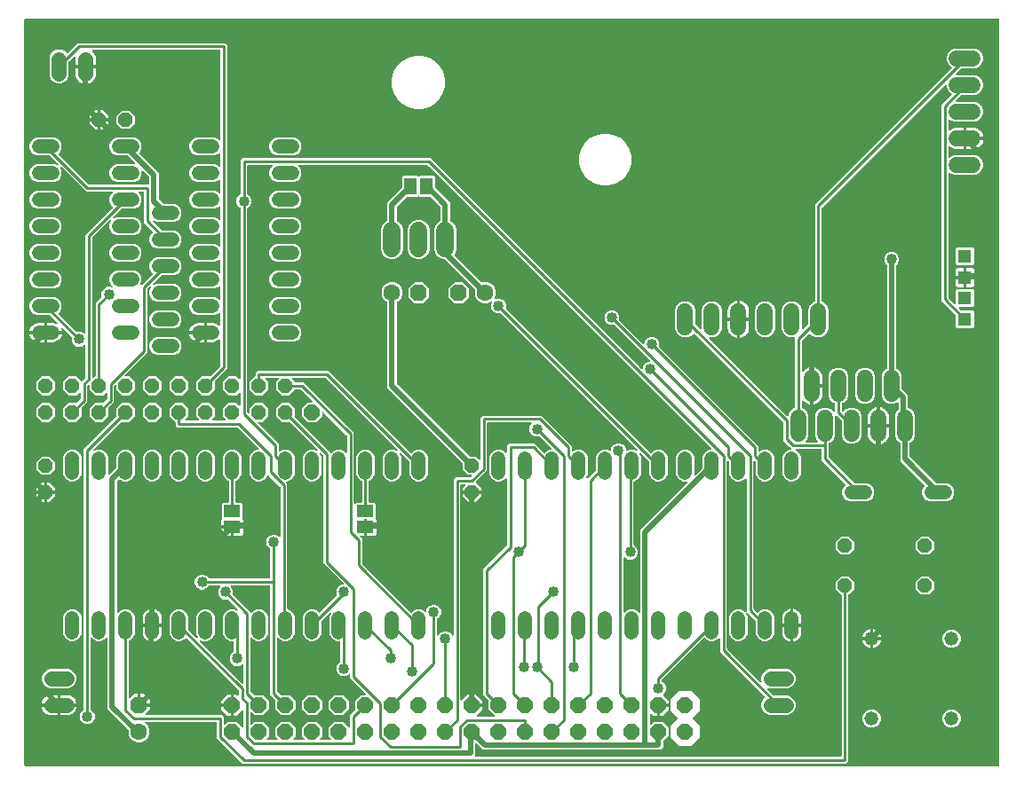
<source format=gbl>
G04 EAGLE Gerber RS-274X export*
G75*
%MOMM*%
%FSLAX34Y34*%
%LPD*%
%INBottom Copper*%
%IPPOS*%
%AMOC8*
5,1,8,0,0,1.08239X$1,22.5*%
G01*
%ADD10P,1.429621X8X202.500000*%
%ADD11P,1.429621X8X292.500000*%
%ADD12C,1.320800*%
%ADD13P,1.732040X8X112.500000*%
%ADD14C,1.600200*%
%ADD15C,1.320800*%
%ADD16P,1.539592X8X22.500000*%
%ADD17C,1.422400*%
%ADD18C,1.524000*%
%ADD19R,1.308000X1.308000*%
%ADD20P,1.732040X8X22.500000*%
%ADD21P,1.732040X8X202.500000*%
%ADD22C,1.676400*%
%ADD23P,1.649562X8X202.500000*%
%ADD24P,1.429621X8X22.500000*%
%ADD25R,1.600200X1.168400*%
%ADD26R,1.168400X1.600200*%
%ADD27P,1.649562X8X22.500000*%
%ADD28C,0.508000*%
%ADD29C,1.016000*%
%ADD30C,0.254000*%

G36*
X933978Y5084D02*
X933978Y5084D01*
X933997Y5082D01*
X934099Y5104D01*
X934201Y5120D01*
X934218Y5130D01*
X934238Y5134D01*
X934327Y5187D01*
X934418Y5236D01*
X934432Y5250D01*
X934449Y5260D01*
X934516Y5339D01*
X934588Y5414D01*
X934596Y5432D01*
X934609Y5447D01*
X934648Y5543D01*
X934691Y5637D01*
X934693Y5657D01*
X934701Y5675D01*
X934719Y5842D01*
X934719Y718058D01*
X934716Y718078D01*
X934718Y718097D01*
X934696Y718199D01*
X934680Y718301D01*
X934670Y718318D01*
X934666Y718338D01*
X934613Y718427D01*
X934564Y718518D01*
X934550Y718532D01*
X934540Y718549D01*
X934461Y718616D01*
X934386Y718688D01*
X934368Y718696D01*
X934353Y718709D01*
X934257Y718748D01*
X934163Y718791D01*
X934143Y718793D01*
X934125Y718801D01*
X933958Y718819D01*
X5842Y718819D01*
X5822Y718816D01*
X5803Y718818D01*
X5701Y718796D01*
X5599Y718780D01*
X5582Y718770D01*
X5562Y718766D01*
X5473Y718713D01*
X5382Y718664D01*
X5368Y718650D01*
X5351Y718640D01*
X5284Y718561D01*
X5212Y718486D01*
X5204Y718468D01*
X5191Y718453D01*
X5152Y718357D01*
X5109Y718263D01*
X5107Y718243D01*
X5099Y718225D01*
X5081Y718058D01*
X5081Y5842D01*
X5084Y5822D01*
X5082Y5803D01*
X5104Y5701D01*
X5120Y5599D01*
X5130Y5582D01*
X5134Y5562D01*
X5187Y5473D01*
X5236Y5382D01*
X5250Y5368D01*
X5260Y5351D01*
X5339Y5284D01*
X5414Y5212D01*
X5432Y5204D01*
X5447Y5191D01*
X5543Y5152D01*
X5637Y5109D01*
X5657Y5107D01*
X5675Y5099D01*
X5842Y5081D01*
X933958Y5081D01*
X933978Y5084D01*
G37*
%LPC*%
G36*
X212944Y7810D02*
X212944Y7810D01*
X188785Y31969D01*
X188785Y46736D01*
X188782Y46756D01*
X188784Y46775D01*
X188762Y46877D01*
X188745Y46979D01*
X188736Y46996D01*
X188731Y47016D01*
X188678Y47105D01*
X188630Y47196D01*
X188616Y47210D01*
X188605Y47227D01*
X188527Y47294D01*
X188452Y47366D01*
X188434Y47374D01*
X188418Y47387D01*
X188322Y47426D01*
X188229Y47469D01*
X188209Y47471D01*
X188190Y47479D01*
X188024Y47497D01*
X120930Y47497D01*
X120860Y47486D01*
X120788Y47484D01*
X120739Y47466D01*
X120688Y47458D01*
X120624Y47424D01*
X120557Y47399D01*
X120516Y47367D01*
X120470Y47342D01*
X120421Y47290D01*
X120365Y47246D01*
X120337Y47202D01*
X120301Y47164D01*
X120271Y47099D01*
X120232Y47039D01*
X120219Y46988D01*
X120197Y46941D01*
X120189Y46870D01*
X120172Y46800D01*
X120176Y46748D01*
X120170Y46697D01*
X120185Y46626D01*
X120191Y46555D01*
X120211Y46507D01*
X120222Y46456D01*
X120259Y46395D01*
X120287Y46329D01*
X120332Y46273D01*
X120349Y46245D01*
X120366Y46230D01*
X120392Y46198D01*
X122806Y43784D01*
X124334Y40096D01*
X124334Y36104D01*
X122806Y32416D01*
X119984Y29594D01*
X116296Y28066D01*
X112304Y28066D01*
X108616Y29594D01*
X105794Y32416D01*
X104266Y36104D01*
X104266Y39764D01*
X104252Y39854D01*
X104244Y39945D01*
X104232Y39975D01*
X104227Y40007D01*
X104184Y40088D01*
X104148Y40171D01*
X104122Y40204D01*
X104111Y40224D01*
X104088Y40246D01*
X104043Y40302D01*
X84327Y60018D01*
X84327Y127171D01*
X84316Y127242D01*
X84314Y127314D01*
X84296Y127363D01*
X84288Y127414D01*
X84254Y127477D01*
X84229Y127545D01*
X84197Y127585D01*
X84172Y127631D01*
X84120Y127681D01*
X84076Y127737D01*
X84032Y127765D01*
X83994Y127801D01*
X83929Y127831D01*
X83869Y127870D01*
X83818Y127882D01*
X83771Y127904D01*
X83700Y127912D01*
X83630Y127930D01*
X83578Y127926D01*
X83527Y127931D01*
X83456Y127916D01*
X83385Y127911D01*
X83337Y127890D01*
X83286Y127879D01*
X83225Y127842D01*
X83159Y127814D01*
X83103Y127770D01*
X83075Y127753D01*
X83060Y127735D01*
X83028Y127710D01*
X81092Y125774D01*
X77918Y124459D01*
X74482Y124459D01*
X71308Y125774D01*
X69690Y127392D01*
X69632Y127434D01*
X69580Y127483D01*
X69532Y127505D01*
X69490Y127536D01*
X69422Y127557D01*
X69356Y127587D01*
X69305Y127593D01*
X69255Y127608D01*
X69183Y127606D01*
X69112Y127614D01*
X69061Y127603D01*
X69009Y127602D01*
X68942Y127577D01*
X68872Y127562D01*
X68827Y127535D01*
X68778Y127517D01*
X68722Y127472D01*
X68661Y127436D01*
X68627Y127396D01*
X68586Y127363D01*
X68547Y127303D01*
X68501Y127249D01*
X68481Y127200D01*
X68453Y127157D01*
X68436Y127087D01*
X68409Y127020D01*
X68401Y126949D01*
X68393Y126918D01*
X68395Y126895D01*
X68390Y126854D01*
X68390Y59227D01*
X68409Y59112D01*
X68426Y58996D01*
X68429Y58990D01*
X68430Y58984D01*
X68484Y58881D01*
X68538Y58777D01*
X68542Y58772D01*
X68545Y58767D01*
X68630Y58686D01*
X68713Y58604D01*
X68720Y58601D01*
X68723Y58597D01*
X68740Y58589D01*
X68860Y58524D01*
X69117Y58417D01*
X71117Y56417D01*
X72200Y53802D01*
X72200Y50973D01*
X71117Y48358D01*
X69117Y46358D01*
X66502Y45275D01*
X63673Y45275D01*
X61058Y46358D01*
X59058Y48358D01*
X57975Y50973D01*
X57975Y53802D01*
X59058Y56417D01*
X61058Y58417D01*
X61315Y58524D01*
X61414Y58585D01*
X61514Y58645D01*
X61519Y58650D01*
X61524Y58653D01*
X61597Y58742D01*
X61674Y58832D01*
X61677Y58838D01*
X61681Y58843D01*
X61722Y58950D01*
X61766Y59060D01*
X61767Y59068D01*
X61769Y59072D01*
X61770Y59091D01*
X61785Y59227D01*
X61785Y307756D01*
X92260Y338231D01*
X92272Y338247D01*
X92288Y338260D01*
X92343Y338347D01*
X92404Y338431D01*
X92409Y338450D01*
X92420Y338467D01*
X92446Y338567D01*
X92476Y338666D01*
X92475Y338686D01*
X92480Y338705D01*
X92472Y338808D01*
X92470Y338912D01*
X92463Y338931D01*
X92461Y338951D01*
X92455Y338964D01*
X92455Y346688D01*
X97812Y352045D01*
X105388Y352045D01*
X110745Y346688D01*
X110745Y339112D01*
X105388Y333755D01*
X97640Y333755D01*
X97573Y333776D01*
X97553Y333775D01*
X97533Y333780D01*
X97430Y333772D01*
X97327Y333770D01*
X97308Y333763D01*
X97288Y333761D01*
X97193Y333721D01*
X97096Y333685D01*
X97080Y333673D01*
X97062Y333665D01*
X96931Y333560D01*
X70751Y307381D01*
X70695Y307302D01*
X70633Y307227D01*
X70623Y307202D01*
X70608Y307181D01*
X70579Y307088D01*
X70544Y306997D01*
X70543Y306971D01*
X70536Y306946D01*
X70538Y306849D01*
X70534Y306751D01*
X70541Y306726D01*
X70542Y306700D01*
X70575Y306608D01*
X70602Y306515D01*
X70617Y306494D01*
X70626Y306469D01*
X70687Y306393D01*
X70743Y306313D01*
X70764Y306297D01*
X70780Y306277D01*
X70862Y306224D01*
X70940Y306166D01*
X70965Y306158D01*
X70987Y306144D01*
X71081Y306120D01*
X71174Y306090D01*
X71200Y306090D01*
X71226Y306084D01*
X71322Y306091D01*
X71420Y306092D01*
X71451Y306102D01*
X71471Y306103D01*
X71501Y306116D01*
X71581Y306139D01*
X74482Y307341D01*
X77918Y307341D01*
X81092Y306026D01*
X83522Y303596D01*
X84837Y300422D01*
X84837Y283641D01*
X84848Y283571D01*
X84850Y283499D01*
X84868Y283450D01*
X84876Y283399D01*
X84910Y283335D01*
X84935Y283268D01*
X84967Y283227D01*
X84992Y283181D01*
X85044Y283132D01*
X85088Y283076D01*
X85132Y283048D01*
X85170Y283012D01*
X85235Y282982D01*
X85295Y282943D01*
X85346Y282930D01*
X85393Y282908D01*
X85464Y282900D01*
X85534Y282883D01*
X85586Y282887D01*
X85637Y282881D01*
X85708Y282896D01*
X85779Y282902D01*
X85827Y282922D01*
X85878Y282933D01*
X85939Y282970D01*
X86005Y282998D01*
X86061Y283043D01*
X86089Y283060D01*
X86104Y283077D01*
X86136Y283103D01*
X87229Y284196D01*
X92740Y289707D01*
X92793Y289781D01*
X92853Y289851D01*
X92865Y289881D01*
X92884Y289907D01*
X92911Y289994D01*
X92945Y290079D01*
X92949Y290120D01*
X92956Y290142D01*
X92955Y290174D01*
X92963Y290245D01*
X92963Y300422D01*
X94278Y303596D01*
X96708Y306026D01*
X99882Y307341D01*
X103318Y307341D01*
X106492Y306026D01*
X108922Y303596D01*
X110237Y300422D01*
X110237Y283778D01*
X108922Y280604D01*
X106492Y278174D01*
X103318Y276859D01*
X99882Y276859D01*
X96708Y278174D01*
X95963Y278919D01*
X95946Y278931D01*
X95934Y278946D01*
X95866Y278990D01*
X95831Y279020D01*
X95811Y279028D01*
X95763Y279063D01*
X95744Y279069D01*
X95727Y279079D01*
X95627Y279105D01*
X95604Y279112D01*
X95602Y279112D01*
X95528Y279135D01*
X95508Y279135D01*
X95489Y279139D01*
X95386Y279131D01*
X95282Y279129D01*
X95263Y279122D01*
X95243Y279120D01*
X95177Y279092D01*
X95170Y279091D01*
X95153Y279082D01*
X95148Y279080D01*
X95051Y279044D01*
X95035Y279032D01*
X95017Y279024D01*
X94965Y278982D01*
X94953Y278976D01*
X94940Y278962D01*
X94886Y278919D01*
X93696Y277729D01*
X93643Y277655D01*
X93583Y277585D01*
X93571Y277555D01*
X93552Y277529D01*
X93525Y277442D01*
X93491Y277357D01*
X93487Y277316D01*
X93480Y277294D01*
X93481Y277262D01*
X93473Y277191D01*
X93473Y152229D01*
X93484Y152158D01*
X93486Y152086D01*
X93504Y152037D01*
X93512Y151986D01*
X93546Y151923D01*
X93571Y151855D01*
X93603Y151815D01*
X93628Y151769D01*
X93680Y151719D01*
X93724Y151663D01*
X93768Y151635D01*
X93806Y151599D01*
X93871Y151569D01*
X93931Y151530D01*
X93982Y151518D01*
X94029Y151496D01*
X94100Y151488D01*
X94170Y151470D01*
X94222Y151474D01*
X94273Y151469D01*
X94344Y151484D01*
X94415Y151489D01*
X94463Y151510D01*
X94514Y151521D01*
X94575Y151558D01*
X94641Y151586D01*
X94697Y151630D01*
X94725Y151647D01*
X94740Y151665D01*
X94772Y151690D01*
X96708Y153626D01*
X99882Y154941D01*
X103318Y154941D01*
X106492Y153626D01*
X108922Y151196D01*
X110237Y148022D01*
X110237Y131378D01*
X108922Y128204D01*
X106492Y125774D01*
X105373Y125310D01*
X105273Y125249D01*
X105173Y125189D01*
X105169Y125184D01*
X105164Y125181D01*
X105089Y125091D01*
X105013Y125002D01*
X105011Y124996D01*
X105007Y124991D01*
X104965Y124883D01*
X104944Y124830D01*
X104931Y124802D01*
X104930Y124796D01*
X104921Y124774D01*
X104920Y124766D01*
X104919Y124762D01*
X104918Y124743D01*
X104903Y124607D01*
X104903Y70849D01*
X104914Y70778D01*
X104916Y70706D01*
X104934Y70657D01*
X104942Y70606D01*
X104976Y70543D01*
X105001Y70475D01*
X105033Y70435D01*
X105058Y70389D01*
X105110Y70339D01*
X105154Y70283D01*
X105198Y70255D01*
X105236Y70219D01*
X105301Y70189D01*
X105361Y70150D01*
X105412Y70138D01*
X105459Y70116D01*
X105530Y70108D01*
X105600Y70090D01*
X105652Y70094D01*
X105703Y70089D01*
X105774Y70104D01*
X105845Y70109D01*
X105893Y70130D01*
X105944Y70141D01*
X106005Y70178D01*
X106071Y70206D01*
X106127Y70250D01*
X106155Y70267D01*
X106170Y70285D01*
X106202Y70310D01*
X109933Y74042D01*
X112777Y74042D01*
X112777Y64262D01*
X112780Y64242D01*
X112778Y64223D01*
X112800Y64121D01*
X112817Y64019D01*
X112826Y64002D01*
X112830Y63982D01*
X112883Y63893D01*
X112932Y63802D01*
X112946Y63788D01*
X112956Y63771D01*
X113035Y63704D01*
X113110Y63633D01*
X113128Y63624D01*
X113143Y63611D01*
X113239Y63573D01*
X113333Y63529D01*
X113353Y63527D01*
X113371Y63519D01*
X113538Y63501D01*
X114301Y63501D01*
X114301Y62738D01*
X114304Y62718D01*
X114302Y62699D01*
X114324Y62597D01*
X114341Y62495D01*
X114350Y62478D01*
X114354Y62458D01*
X114407Y62369D01*
X114456Y62278D01*
X114470Y62264D01*
X114480Y62247D01*
X114559Y62180D01*
X114634Y62109D01*
X114652Y62100D01*
X114667Y62087D01*
X114763Y62048D01*
X114857Y62005D01*
X114877Y62003D01*
X114895Y61995D01*
X115062Y61977D01*
X124842Y61977D01*
X124842Y59133D01*
X121110Y55402D01*
X121069Y55344D01*
X121019Y55292D01*
X120997Y55245D01*
X120967Y55203D01*
X120946Y55134D01*
X120916Y55069D01*
X120910Y55017D01*
X120895Y54967D01*
X120896Y54896D01*
X120889Y54825D01*
X120900Y54774D01*
X120901Y54722D01*
X120926Y54654D01*
X120941Y54584D01*
X120968Y54539D01*
X120985Y54491D01*
X121030Y54435D01*
X121067Y54373D01*
X121107Y54339D01*
X121139Y54299D01*
X121199Y54260D01*
X121254Y54213D01*
X121302Y54194D01*
X121346Y54166D01*
X121415Y54148D01*
X121482Y54121D01*
X121553Y54113D01*
X121585Y54105D01*
X121608Y54107D01*
X121649Y54103D01*
X193456Y54103D01*
X195390Y52168D01*
X195390Y45779D01*
X195402Y45708D01*
X195404Y45637D01*
X195422Y45588D01*
X195430Y45536D01*
X195464Y45473D01*
X195488Y45406D01*
X195521Y45365D01*
X195545Y45319D01*
X195597Y45270D01*
X195642Y45214D01*
X195686Y45185D01*
X195723Y45150D01*
X195788Y45119D01*
X195849Y45081D01*
X195899Y45068D01*
X195946Y45046D01*
X196018Y45038D01*
X196087Y45021D01*
X196139Y45025D01*
X196191Y45019D01*
X196261Y45034D01*
X196332Y45040D01*
X196380Y45060D01*
X196431Y45071D01*
X196493Y45108D01*
X196559Y45136D01*
X196615Y45181D01*
X196642Y45197D01*
X196658Y45215D01*
X196690Y45241D01*
X199202Y47753D01*
X207198Y47753D01*
X212885Y42066D01*
X212943Y42024D01*
X212995Y41975D01*
X213043Y41953D01*
X213085Y41922D01*
X213153Y41901D01*
X213219Y41871D01*
X213270Y41865D01*
X213320Y41850D01*
X213392Y41852D01*
X213463Y41844D01*
X213514Y41855D01*
X213566Y41856D01*
X213633Y41881D01*
X213703Y41896D01*
X213748Y41923D01*
X213797Y41941D01*
X213853Y41986D01*
X213914Y42022D01*
X213948Y42062D01*
X213989Y42094D01*
X214028Y42155D01*
X214074Y42209D01*
X214094Y42258D01*
X214122Y42301D01*
X214139Y42371D01*
X214166Y42437D01*
X214174Y42509D01*
X214182Y42540D01*
X214180Y42563D01*
X214185Y42604D01*
X214185Y58278D01*
X214173Y58348D01*
X214171Y58420D01*
X214153Y58469D01*
X214145Y58520D01*
X214111Y58584D01*
X214087Y58651D01*
X214054Y58692D01*
X214030Y58738D01*
X213978Y58787D01*
X213933Y58843D01*
X213889Y58871D01*
X213852Y58907D01*
X213787Y58937D01*
X213726Y58976D01*
X213676Y58989D01*
X213629Y59011D01*
X213557Y59019D01*
X213488Y59036D01*
X213436Y59032D01*
X213384Y59038D01*
X213314Y59023D01*
X213243Y59017D01*
X213195Y58997D01*
X213144Y58986D01*
X213082Y58949D01*
X213016Y58921D01*
X212960Y58876D01*
X212933Y58859D01*
X212917Y58842D01*
X212885Y58816D01*
X207409Y53339D01*
X204723Y53339D01*
X204723Y62738D01*
X204720Y62758D01*
X204722Y62777D01*
X204700Y62879D01*
X204683Y62981D01*
X204674Y62998D01*
X204670Y63018D01*
X204617Y63107D01*
X204568Y63198D01*
X204554Y63212D01*
X204544Y63229D01*
X204465Y63296D01*
X204390Y63367D01*
X204372Y63376D01*
X204357Y63389D01*
X204261Y63427D01*
X204167Y63471D01*
X204147Y63473D01*
X204129Y63481D01*
X203962Y63499D01*
X203199Y63499D01*
X203199Y63501D01*
X203962Y63501D01*
X203982Y63504D01*
X204001Y63502D01*
X204103Y63524D01*
X204205Y63541D01*
X204222Y63550D01*
X204242Y63554D01*
X204331Y63607D01*
X204422Y63656D01*
X204436Y63670D01*
X204453Y63680D01*
X204520Y63759D01*
X204591Y63834D01*
X204600Y63852D01*
X204613Y63867D01*
X204652Y63963D01*
X204695Y64057D01*
X204697Y64077D01*
X204705Y64095D01*
X204723Y64262D01*
X204723Y73661D01*
X207409Y73661D01*
X208123Y72947D01*
X208181Y72905D01*
X208233Y72855D01*
X208280Y72834D01*
X208322Y72803D01*
X208391Y72782D01*
X208456Y72752D01*
X208508Y72746D01*
X208558Y72731D01*
X208629Y72733D01*
X208700Y72725D01*
X208751Y72736D01*
X208803Y72737D01*
X208871Y72762D01*
X208941Y72777D01*
X208986Y72804D01*
X209034Y72822D01*
X209090Y72866D01*
X209152Y72903D01*
X209186Y72943D01*
X209226Y72975D01*
X209265Y73036D01*
X209312Y73090D01*
X209331Y73138D01*
X209359Y73182D01*
X209377Y73252D01*
X209404Y73318D01*
X209412Y73390D01*
X209420Y73421D01*
X209418Y73444D01*
X209422Y73485D01*
X209422Y77692D01*
X209408Y77782D01*
X209400Y77873D01*
X209388Y77902D01*
X209383Y77934D01*
X209340Y78015D01*
X209304Y78099D01*
X209278Y78131D01*
X209267Y78152D01*
X209244Y78174D01*
X209199Y78230D01*
X160012Y127417D01*
X159996Y127429D01*
X159983Y127444D01*
X159896Y127501D01*
X159812Y127561D01*
X159793Y127567D01*
X159776Y127577D01*
X159676Y127603D01*
X159577Y127633D01*
X159557Y127633D01*
X159538Y127637D01*
X159435Y127629D01*
X159331Y127627D01*
X159312Y127620D01*
X159293Y127618D01*
X159198Y127578D01*
X159100Y127542D01*
X159085Y127530D01*
X159066Y127522D01*
X158935Y127417D01*
X157292Y125774D01*
X154118Y124459D01*
X150682Y124459D01*
X147508Y125774D01*
X145078Y128204D01*
X143763Y131378D01*
X143763Y148022D01*
X145078Y151196D01*
X147508Y153626D01*
X150682Y154941D01*
X154118Y154941D01*
X157292Y153626D01*
X159722Y151196D01*
X161037Y148022D01*
X161037Y136049D01*
X161051Y135959D01*
X161059Y135868D01*
X161071Y135839D01*
X161076Y135807D01*
X161119Y135726D01*
X161155Y135642D01*
X161181Y135610D01*
X161192Y135589D01*
X161215Y135567D01*
X161260Y135511D01*
X169123Y127647D01*
X169202Y127591D01*
X169277Y127529D01*
X169302Y127519D01*
X169323Y127504D01*
X169416Y127475D01*
X169507Y127440D01*
X169533Y127439D01*
X169558Y127432D01*
X169656Y127434D01*
X169753Y127430D01*
X169778Y127437D01*
X169804Y127438D01*
X169896Y127471D01*
X169989Y127498D01*
X170010Y127513D01*
X170035Y127522D01*
X170111Y127583D01*
X170191Y127639D01*
X170207Y127660D01*
X170227Y127676D01*
X170280Y127758D01*
X170338Y127836D01*
X170346Y127861D01*
X170360Y127883D01*
X170384Y127977D01*
X170414Y128070D01*
X170414Y128096D01*
X170420Y128121D01*
X170413Y128218D01*
X170412Y128316D01*
X170403Y128347D01*
X170401Y128367D01*
X170388Y128397D01*
X170365Y128477D01*
X169163Y131378D01*
X169163Y148022D01*
X170478Y151196D01*
X172908Y153626D01*
X176082Y154941D01*
X179518Y154941D01*
X182692Y153626D01*
X185122Y151196D01*
X186437Y148022D01*
X186437Y131378D01*
X185122Y128204D01*
X182692Y125774D01*
X179518Y124459D01*
X176082Y124459D01*
X173181Y125661D01*
X173086Y125683D01*
X172993Y125712D01*
X172967Y125711D01*
X172942Y125717D01*
X172845Y125708D01*
X172747Y125705D01*
X172723Y125696D01*
X172697Y125694D01*
X172608Y125654D01*
X172516Y125621D01*
X172496Y125605D01*
X172472Y125594D01*
X172400Y125528D01*
X172324Y125467D01*
X172310Y125445D01*
X172291Y125428D01*
X172244Y125342D01*
X172191Y125260D01*
X172185Y125235D01*
X172172Y125212D01*
X172155Y125116D01*
X172131Y125022D01*
X172133Y124996D01*
X172129Y124970D01*
X172143Y124873D01*
X172150Y124777D01*
X172161Y124753D01*
X172164Y124727D01*
X172209Y124640D01*
X172247Y124550D01*
X172267Y124525D01*
X172276Y124507D01*
X172300Y124484D01*
X172351Y124419D01*
X212885Y83886D01*
X212943Y83844D01*
X212995Y83794D01*
X213043Y83772D01*
X213085Y83742D01*
X213153Y83721D01*
X213219Y83691D01*
X213270Y83685D01*
X213320Y83670D01*
X213392Y83671D01*
X213463Y83664D01*
X213514Y83675D01*
X213566Y83676D01*
X213633Y83701D01*
X213703Y83716D01*
X213748Y83743D01*
X213797Y83760D01*
X213853Y83805D01*
X213914Y83842D01*
X213948Y83882D01*
X213989Y83914D01*
X214028Y83974D01*
X214074Y84029D01*
X214094Y84077D01*
X214122Y84121D01*
X214139Y84191D01*
X214166Y84257D01*
X214174Y84328D01*
X214182Y84360D01*
X214180Y84383D01*
X214185Y84424D01*
X214185Y102276D01*
X214173Y102346D01*
X214171Y102418D01*
X214153Y102467D01*
X214145Y102518D01*
X214111Y102582D01*
X214087Y102649D01*
X214054Y102690D01*
X214030Y102736D01*
X213978Y102785D01*
X213933Y102841D01*
X213889Y102869D01*
X213852Y102905D01*
X213787Y102935D01*
X213726Y102974D01*
X213676Y102987D01*
X213629Y103009D01*
X213557Y103017D01*
X213488Y103034D01*
X213436Y103030D01*
X213384Y103036D01*
X213314Y103021D01*
X213243Y103015D01*
X213195Y102995D01*
X213144Y102984D01*
X213082Y102947D01*
X213016Y102919D01*
X212960Y102874D01*
X212933Y102857D01*
X212917Y102840D01*
X212885Y102814D01*
X211992Y101920D01*
X209377Y100837D01*
X206548Y100837D01*
X203933Y101920D01*
X201933Y103921D01*
X200850Y106535D01*
X200850Y109365D01*
X201933Y111979D01*
X203933Y113980D01*
X204190Y114086D01*
X204289Y114147D01*
X204389Y114208D01*
X204394Y114212D01*
X204399Y114216D01*
X204473Y114305D01*
X204549Y114394D01*
X204552Y114400D01*
X204556Y114405D01*
X204597Y114513D01*
X204641Y114623D01*
X204642Y114630D01*
X204644Y114635D01*
X204645Y114653D01*
X204660Y114789D01*
X204660Y123698D01*
X204657Y123718D01*
X204659Y123737D01*
X204637Y123839D01*
X204620Y123941D01*
X204611Y123958D01*
X204606Y123978D01*
X204553Y124067D01*
X204505Y124158D01*
X204491Y124172D01*
X204480Y124189D01*
X204402Y124256D01*
X204327Y124328D01*
X204309Y124336D01*
X204293Y124349D01*
X204197Y124388D01*
X204104Y124431D01*
X204084Y124433D01*
X204065Y124441D01*
X203899Y124459D01*
X201482Y124459D01*
X198308Y125774D01*
X195878Y128204D01*
X194563Y131378D01*
X194563Y148022D01*
X195878Y151196D01*
X198308Y153626D01*
X201482Y154941D01*
X204918Y154941D01*
X207819Y153739D01*
X207914Y153717D01*
X208007Y153688D01*
X208033Y153689D01*
X208058Y153683D01*
X208155Y153692D01*
X208253Y153695D01*
X208277Y153704D01*
X208303Y153706D01*
X208392Y153746D01*
X208484Y153779D01*
X208504Y153795D01*
X208528Y153806D01*
X208600Y153872D01*
X208676Y153933D01*
X208690Y153955D01*
X208709Y153972D01*
X208756Y154058D01*
X208809Y154140D01*
X208815Y154165D01*
X208828Y154188D01*
X208845Y154284D01*
X208869Y154378D01*
X208867Y154404D01*
X208871Y154430D01*
X208857Y154527D01*
X208850Y154623D01*
X208839Y154647D01*
X208836Y154673D01*
X208791Y154760D01*
X208753Y154850D01*
X208733Y154875D01*
X208724Y154893D01*
X208700Y154916D01*
X208649Y154981D01*
X199351Y164278D01*
X199256Y164347D01*
X199162Y164416D01*
X199156Y164418D01*
X199151Y164422D01*
X199040Y164456D01*
X198928Y164493D01*
X198922Y164493D01*
X198916Y164494D01*
X198799Y164491D01*
X198682Y164490D01*
X198675Y164488D01*
X198670Y164488D01*
X198652Y164482D01*
X198521Y164443D01*
X198265Y164337D01*
X195435Y164337D01*
X192821Y165420D01*
X190820Y167421D01*
X189737Y170035D01*
X189737Y172865D01*
X190820Y175479D01*
X191714Y176373D01*
X191756Y176431D01*
X191805Y176483D01*
X191827Y176530D01*
X191857Y176572D01*
X191878Y176641D01*
X191909Y176706D01*
X191914Y176758D01*
X191930Y176808D01*
X191928Y176879D01*
X191936Y176950D01*
X191925Y177001D01*
X191923Y177053D01*
X191899Y177121D01*
X191884Y177191D01*
X191857Y177236D01*
X191839Y177284D01*
X191794Y177340D01*
X191757Y177402D01*
X191718Y177436D01*
X191685Y177476D01*
X191625Y177515D01*
X191570Y177562D01*
X191522Y177581D01*
X191478Y177609D01*
X191409Y177627D01*
X191342Y177654D01*
X191271Y177662D01*
X191240Y177670D01*
X191216Y177668D01*
X191176Y177672D01*
X181464Y177672D01*
X181350Y177654D01*
X181233Y177636D01*
X181228Y177634D01*
X181222Y177633D01*
X181119Y177578D01*
X181014Y177525D01*
X181010Y177520D01*
X181004Y177517D01*
X180924Y177433D01*
X180842Y177349D01*
X180838Y177343D01*
X180835Y177339D01*
X180827Y177322D01*
X180761Y177202D01*
X180655Y176946D01*
X178654Y174945D01*
X176040Y173862D01*
X173210Y173862D01*
X170596Y174945D01*
X168595Y176946D01*
X167512Y179560D01*
X167512Y182390D01*
X168595Y185004D01*
X170596Y187005D01*
X173210Y188088D01*
X176040Y188088D01*
X178654Y187005D01*
X180655Y185004D01*
X180761Y184748D01*
X180822Y184649D01*
X180883Y184548D01*
X180887Y184544D01*
X180891Y184539D01*
X180980Y184465D01*
X181069Y184388D01*
X181075Y184386D01*
X181080Y184382D01*
X181188Y184340D01*
X181298Y184296D01*
X181305Y184295D01*
X181310Y184294D01*
X181328Y184293D01*
X181464Y184278D01*
X238824Y184278D01*
X238843Y184281D01*
X238863Y184279D01*
X238964Y184301D01*
X239066Y184317D01*
X239084Y184327D01*
X239103Y184331D01*
X239192Y184384D01*
X239284Y184433D01*
X239297Y184447D01*
X239314Y184457D01*
X239382Y184536D01*
X239453Y184611D01*
X239461Y184629D01*
X239474Y184644D01*
X239513Y184740D01*
X239557Y184834D01*
X239559Y184854D01*
X239566Y184872D01*
X239585Y185039D01*
X239585Y212236D01*
X239566Y212350D01*
X239549Y212467D01*
X239546Y212472D01*
X239545Y212478D01*
X239491Y212581D01*
X239437Y212686D01*
X239433Y212690D01*
X239430Y212696D01*
X239345Y212776D01*
X239262Y212858D01*
X239255Y212862D01*
X239252Y212865D01*
X239235Y212873D01*
X239115Y212939D01*
X238858Y213045D01*
X236858Y215046D01*
X235775Y217660D01*
X235775Y220490D01*
X236858Y223104D01*
X238858Y225105D01*
X241473Y226188D01*
X244302Y226188D01*
X246917Y225105D01*
X247810Y224211D01*
X247868Y224169D01*
X247920Y224120D01*
X247968Y224098D01*
X248010Y224068D01*
X248078Y224047D01*
X248144Y224016D01*
X248195Y224011D01*
X248245Y223995D01*
X248317Y223997D01*
X248388Y223989D01*
X248439Y224000D01*
X248491Y224002D01*
X248558Y224026D01*
X248628Y224041D01*
X248673Y224068D01*
X248722Y224086D01*
X248778Y224131D01*
X248839Y224168D01*
X248873Y224207D01*
X248914Y224240D01*
X248953Y224300D01*
X248999Y224355D01*
X249019Y224403D01*
X249047Y224447D01*
X249064Y224516D01*
X249091Y224583D01*
X249099Y224654D01*
X249107Y224685D01*
X249105Y224709D01*
X249110Y224749D01*
X249110Y271367D01*
X249095Y271457D01*
X249088Y271548D01*
X249075Y271577D01*
X249070Y271609D01*
X249027Y271690D01*
X248992Y271774D01*
X248966Y271806D01*
X248955Y271827D01*
X248932Y271849D01*
X248887Y271905D01*
X238568Y282224D01*
X238567Y282224D01*
X237977Y282815D01*
X237940Y282842D01*
X237909Y282875D01*
X237840Y282913D01*
X237777Y282958D01*
X237733Y282972D01*
X237693Y282994D01*
X237617Y283008D01*
X237542Y283031D01*
X237496Y283029D01*
X237451Y283038D01*
X237374Y283026D01*
X237296Y283024D01*
X237253Y283009D01*
X237208Y283002D01*
X237138Y282967D01*
X237065Y282940D01*
X237030Y282911D01*
X236989Y282890D01*
X236934Y282835D01*
X236873Y282786D01*
X236848Y282748D01*
X236816Y282715D01*
X236750Y282595D01*
X236740Y282579D01*
X236739Y282574D01*
X236735Y282568D01*
X235922Y280604D01*
X233492Y278174D01*
X230318Y276859D01*
X226882Y276859D01*
X223708Y278174D01*
X221278Y280604D01*
X219963Y283778D01*
X219963Y300422D01*
X221278Y303596D01*
X223708Y306026D01*
X226882Y307341D01*
X227488Y307341D01*
X227559Y307352D01*
X227631Y307354D01*
X227680Y307372D01*
X227731Y307380D01*
X227794Y307414D01*
X227862Y307439D01*
X227902Y307471D01*
X227948Y307496D01*
X227998Y307548D01*
X228054Y307592D01*
X228082Y307636D01*
X228118Y307674D01*
X228148Y307739D01*
X228187Y307799D01*
X228199Y307850D01*
X228221Y307897D01*
X228229Y307968D01*
X228247Y308038D01*
X228243Y308090D01*
X228248Y308141D01*
X228233Y308212D01*
X228228Y308283D01*
X228207Y308331D01*
X228196Y308382D01*
X228159Y308443D01*
X228131Y308509D01*
X228087Y308565D01*
X228070Y308593D01*
X228052Y308608D01*
X228026Y308640D01*
X208405Y328262D01*
X208331Y328315D01*
X208262Y328374D01*
X208231Y328387D01*
X208205Y328405D01*
X208118Y328432D01*
X208033Y328466D01*
X207992Y328471D01*
X207970Y328478D01*
X207938Y328477D01*
X207867Y328485D01*
X151032Y328485D01*
X149097Y330419D01*
X149097Y332994D01*
X149094Y333014D01*
X149096Y333033D01*
X149074Y333135D01*
X149058Y333237D01*
X149048Y333254D01*
X149044Y333274D01*
X148991Y333363D01*
X148942Y333454D01*
X148928Y333468D01*
X148918Y333485D01*
X148839Y333552D01*
X148764Y333624D01*
X148746Y333632D01*
X148731Y333645D01*
X148717Y333650D01*
X143255Y339112D01*
X143255Y346688D01*
X148612Y352045D01*
X156188Y352045D01*
X161545Y346688D01*
X161545Y339112D01*
X158822Y336390D01*
X158780Y336332D01*
X158731Y336280D01*
X158709Y336232D01*
X158679Y336190D01*
X158658Y336122D01*
X158627Y336056D01*
X158622Y336005D01*
X158606Y335955D01*
X158608Y335883D01*
X158600Y335812D01*
X158611Y335761D01*
X158613Y335709D01*
X158637Y335642D01*
X158653Y335572D01*
X158679Y335527D01*
X158697Y335478D01*
X158742Y335422D01*
X158779Y335361D01*
X158818Y335327D01*
X158851Y335286D01*
X158911Y335247D01*
X158966Y335201D01*
X159014Y335181D01*
X159058Y335153D01*
X159127Y335136D01*
X159194Y335109D01*
X159265Y335101D01*
X159296Y335093D01*
X159320Y335095D01*
X159361Y335090D01*
X170839Y335090D01*
X170910Y335102D01*
X170982Y335104D01*
X171031Y335122D01*
X171082Y335130D01*
X171145Y335164D01*
X171213Y335188D01*
X171253Y335221D01*
X171300Y335245D01*
X171349Y335297D01*
X171405Y335342D01*
X171433Y335386D01*
X171469Y335423D01*
X171499Y335488D01*
X171538Y335549D01*
X171551Y335599D01*
X171573Y335646D01*
X171580Y335718D01*
X171598Y335787D01*
X171594Y335839D01*
X171600Y335891D01*
X171584Y335961D01*
X171579Y336032D01*
X171558Y336080D01*
X171547Y336131D01*
X171511Y336193D01*
X171482Y336259D01*
X171438Y336315D01*
X171421Y336342D01*
X171403Y336358D01*
X171378Y336390D01*
X168655Y339112D01*
X168655Y346688D01*
X174012Y352045D01*
X181588Y352045D01*
X186945Y346688D01*
X186945Y339112D01*
X184222Y336390D01*
X184180Y336332D01*
X184131Y336280D01*
X184109Y336232D01*
X184079Y336190D01*
X184058Y336122D01*
X184027Y336056D01*
X184022Y336005D01*
X184006Y335955D01*
X184008Y335883D01*
X184000Y335812D01*
X184011Y335761D01*
X184013Y335709D01*
X184037Y335642D01*
X184053Y335572D01*
X184079Y335527D01*
X184097Y335478D01*
X184142Y335422D01*
X184179Y335361D01*
X184218Y335327D01*
X184251Y335286D01*
X184311Y335247D01*
X184366Y335201D01*
X184414Y335181D01*
X184458Y335153D01*
X184527Y335136D01*
X184594Y335109D01*
X184665Y335101D01*
X184696Y335093D01*
X184720Y335095D01*
X184761Y335090D01*
X196239Y335090D01*
X196310Y335102D01*
X196382Y335104D01*
X196431Y335122D01*
X196482Y335130D01*
X196545Y335164D01*
X196613Y335188D01*
X196653Y335221D01*
X196700Y335245D01*
X196749Y335297D01*
X196805Y335342D01*
X196833Y335386D01*
X196869Y335423D01*
X196899Y335488D01*
X196938Y335549D01*
X196951Y335599D01*
X196973Y335646D01*
X196980Y335718D01*
X196998Y335787D01*
X196994Y335839D01*
X197000Y335891D01*
X196984Y335961D01*
X196979Y336032D01*
X196958Y336080D01*
X196947Y336131D01*
X196911Y336193D01*
X196882Y336259D01*
X196838Y336315D01*
X196821Y336342D01*
X196803Y336358D01*
X196778Y336390D01*
X194055Y339112D01*
X194055Y346688D01*
X199412Y352045D01*
X206988Y352045D01*
X209710Y349322D01*
X209768Y349280D01*
X209820Y349231D01*
X209868Y349209D01*
X209910Y349179D01*
X209978Y349158D01*
X210044Y349127D01*
X210095Y349122D01*
X210145Y349106D01*
X210217Y349108D01*
X210288Y349100D01*
X210339Y349111D01*
X210391Y349113D01*
X210458Y349137D01*
X210528Y349153D01*
X210573Y349179D01*
X210622Y349197D01*
X210678Y349242D01*
X210739Y349279D01*
X210773Y349318D01*
X210814Y349351D01*
X210853Y349411D01*
X210899Y349466D01*
X210919Y349514D01*
X210947Y349558D01*
X210964Y349627D01*
X210991Y349694D01*
X210999Y349765D01*
X211007Y349796D01*
X211005Y349820D01*
X211010Y349861D01*
X211010Y361339D01*
X210998Y361410D01*
X210996Y361482D01*
X210978Y361531D01*
X210970Y361582D01*
X210936Y361645D01*
X210912Y361713D01*
X210879Y361753D01*
X210855Y361800D01*
X210803Y361849D01*
X210758Y361905D01*
X210714Y361933D01*
X210677Y361969D01*
X210612Y361999D01*
X210551Y362038D01*
X210501Y362051D01*
X210454Y362073D01*
X210382Y362080D01*
X210313Y362098D01*
X210261Y362094D01*
X210209Y362100D01*
X210139Y362084D01*
X210068Y362079D01*
X210020Y362058D01*
X209969Y362047D01*
X209907Y362011D01*
X209841Y361982D01*
X209785Y361938D01*
X209758Y361921D01*
X209742Y361903D01*
X209710Y361878D01*
X206988Y359155D01*
X199412Y359155D01*
X194055Y364512D01*
X194055Y372088D01*
X199412Y377445D01*
X206988Y377445D01*
X209710Y374722D01*
X209768Y374680D01*
X209820Y374631D01*
X209868Y374609D01*
X209910Y374579D01*
X209978Y374558D01*
X210044Y374527D01*
X210095Y374522D01*
X210145Y374506D01*
X210217Y374508D01*
X210288Y374500D01*
X210339Y374511D01*
X210391Y374513D01*
X210458Y374537D01*
X210528Y374553D01*
X210573Y374579D01*
X210622Y374597D01*
X210678Y374642D01*
X210739Y374679D01*
X210773Y374718D01*
X210814Y374751D01*
X210853Y374811D01*
X210899Y374866D01*
X210919Y374914D01*
X210947Y374958D01*
X210964Y375027D01*
X210991Y375094D01*
X210999Y375165D01*
X211007Y375196D01*
X211005Y375220D01*
X211010Y375261D01*
X211010Y537673D01*
X210991Y537788D01*
X210974Y537904D01*
X210971Y537910D01*
X210970Y537916D01*
X210916Y538018D01*
X210862Y538123D01*
X210858Y538128D01*
X210855Y538133D01*
X210770Y538214D01*
X210687Y538296D01*
X210680Y538299D01*
X210677Y538303D01*
X210660Y538311D01*
X210540Y538376D01*
X210283Y538483D01*
X208283Y540483D01*
X207200Y543098D01*
X207200Y545927D01*
X208283Y548542D01*
X210283Y550542D01*
X210540Y550649D01*
X210639Y550710D01*
X210739Y550770D01*
X210744Y550775D01*
X210749Y550778D01*
X210823Y550868D01*
X210899Y550957D01*
X210902Y550963D01*
X210906Y550968D01*
X210947Y551075D01*
X210991Y551185D01*
X210992Y551193D01*
X210994Y551197D01*
X210995Y551216D01*
X211010Y551352D01*
X211010Y583981D01*
X212944Y585915D01*
X391893Y585915D01*
X394051Y583758D01*
X593250Y384558D01*
X593308Y384516D01*
X593360Y384467D01*
X593408Y384445D01*
X593450Y384414D01*
X593518Y384393D01*
X593584Y384363D01*
X593635Y384357D01*
X593685Y384342D01*
X593757Y384344D01*
X593828Y384336D01*
X593879Y384347D01*
X593931Y384348D01*
X593998Y384373D01*
X594068Y384388D01*
X594113Y384415D01*
X594162Y384433D01*
X594218Y384478D01*
X594279Y384515D01*
X594313Y384554D01*
X594354Y384587D01*
X594393Y384647D01*
X594439Y384701D01*
X594459Y384750D01*
X594487Y384794D01*
X594504Y384863D01*
X594531Y384930D01*
X594539Y385001D01*
X594547Y385032D01*
X594545Y385055D01*
X594550Y385096D01*
X594550Y385590D01*
X595633Y388204D01*
X597633Y390205D01*
X600248Y391288D01*
X600741Y391288D01*
X600812Y391299D01*
X600884Y391301D01*
X600933Y391319D01*
X600984Y391327D01*
X601047Y391361D01*
X601115Y391386D01*
X601155Y391418D01*
X601201Y391443D01*
X601251Y391494D01*
X601307Y391539D01*
X601335Y391583D01*
X601371Y391621D01*
X601401Y391686D01*
X601440Y391746D01*
X601452Y391797D01*
X601474Y391844D01*
X601482Y391915D01*
X601500Y391985D01*
X601496Y392037D01*
X601501Y392088D01*
X601486Y392159D01*
X601481Y392230D01*
X601460Y392278D01*
X601449Y392329D01*
X601412Y392390D01*
X601384Y392456D01*
X601340Y392512D01*
X601323Y392540D01*
X601305Y392555D01*
X601279Y392587D01*
X567651Y426216D01*
X567556Y426284D01*
X567462Y426354D01*
X567456Y426356D01*
X567451Y426359D01*
X567340Y426394D01*
X567228Y426430D01*
X567222Y426430D01*
X567216Y426432D01*
X567099Y426429D01*
X566982Y426428D01*
X566975Y426426D01*
X566970Y426425D01*
X566952Y426419D01*
X566821Y426381D01*
X566565Y426275D01*
X563735Y426275D01*
X561121Y427358D01*
X559120Y429358D01*
X558037Y431973D01*
X558037Y434802D01*
X559120Y437417D01*
X561121Y439417D01*
X563735Y440500D01*
X566565Y440500D01*
X569179Y439417D01*
X571180Y437417D01*
X572263Y434802D01*
X572263Y431973D01*
X572157Y431716D01*
X572130Y431603D01*
X572101Y431489D01*
X572102Y431483D01*
X572100Y431477D01*
X572111Y431360D01*
X572120Y431244D01*
X572123Y431238D01*
X572123Y431232D01*
X572171Y431124D01*
X572217Y431018D01*
X572221Y431012D01*
X572223Y431007D01*
X572236Y430993D01*
X572322Y430887D01*
X594838Y408371D01*
X594896Y408329D01*
X594948Y408279D01*
X594995Y408257D01*
X595037Y408227D01*
X595106Y408206D01*
X595171Y408176D01*
X595223Y408170D01*
X595273Y408155D01*
X595344Y408156D01*
X595415Y408149D01*
X595466Y408160D01*
X595518Y408161D01*
X595586Y408186D01*
X595656Y408201D01*
X595700Y408228D01*
X595749Y408245D01*
X595805Y408290D01*
X595867Y408327D01*
X595901Y408367D01*
X595941Y408399D01*
X595980Y408459D01*
X596027Y408514D01*
X596046Y408562D01*
X596074Y408606D01*
X596092Y408676D01*
X596119Y408742D01*
X596127Y408813D01*
X596135Y408845D01*
X596133Y408868D01*
X596137Y408909D01*
X596137Y409402D01*
X597220Y412017D01*
X599221Y414017D01*
X601835Y415100D01*
X604665Y415100D01*
X607279Y414017D01*
X609280Y412017D01*
X610363Y409402D01*
X610363Y406573D01*
X610257Y406316D01*
X610230Y406203D01*
X610201Y406089D01*
X610202Y406083D01*
X610200Y406077D01*
X610211Y405960D01*
X610220Y405844D01*
X610223Y405838D01*
X610223Y405832D01*
X610271Y405724D01*
X610317Y405618D01*
X610321Y405612D01*
X610323Y405607D01*
X610336Y405593D01*
X610422Y405487D01*
X704978Y310931D01*
X704978Y306534D01*
X704981Y306515D01*
X704979Y306496D01*
X704990Y306446D01*
X704991Y306391D01*
X705009Y306342D01*
X705017Y306291D01*
X705028Y306272D01*
X705031Y306256D01*
X705056Y306214D01*
X705076Y306160D01*
X705108Y306120D01*
X705133Y306074D01*
X705150Y306057D01*
X705157Y306045D01*
X705192Y306015D01*
X705229Y305968D01*
X705273Y305940D01*
X705311Y305904D01*
X705334Y305893D01*
X705344Y305885D01*
X705384Y305869D01*
X705436Y305835D01*
X705487Y305823D01*
X705534Y305801D01*
X705561Y305798D01*
X705572Y305793D01*
X705630Y305787D01*
X705675Y305775D01*
X705709Y305778D01*
X705739Y305774D01*
X705741Y305774D01*
X705753Y305776D01*
X705778Y305774D01*
X705849Y305789D01*
X705920Y305794D01*
X705956Y305810D01*
X705984Y305814D01*
X705996Y305821D01*
X706019Y305826D01*
X706080Y305863D01*
X706146Y305891D01*
X706182Y305919D01*
X706201Y305929D01*
X706213Y305942D01*
X706230Y305952D01*
X706245Y305970D01*
X706277Y305996D01*
X706308Y306026D01*
X709482Y307341D01*
X712918Y307341D01*
X716092Y306026D01*
X718522Y303596D01*
X719837Y300422D01*
X719837Y283778D01*
X718522Y280604D01*
X716092Y278174D01*
X712918Y276859D01*
X709482Y276859D01*
X706308Y278174D01*
X703878Y280604D01*
X702563Y283778D01*
X702563Y295751D01*
X702549Y295841D01*
X702541Y295932D01*
X702529Y295961D01*
X702524Y295993D01*
X702481Y296074D01*
X702445Y296158D01*
X702419Y296190D01*
X702408Y296211D01*
X702385Y296233D01*
X702340Y296289D01*
X701515Y297114D01*
X701457Y297156D01*
X701405Y297206D01*
X701357Y297228D01*
X701315Y297258D01*
X701247Y297279D01*
X701181Y297309D01*
X701130Y297315D01*
X701080Y297330D01*
X701008Y297329D01*
X700937Y297336D01*
X700886Y297325D01*
X700834Y297324D01*
X700767Y297299D01*
X700697Y297284D01*
X700652Y297257D01*
X700603Y297240D01*
X700547Y297195D01*
X700486Y297158D01*
X700452Y297118D01*
X700411Y297086D01*
X700372Y297026D01*
X700326Y296971D01*
X700306Y296923D01*
X700278Y296879D01*
X700261Y296809D01*
X700234Y296743D01*
X700226Y296672D01*
X700218Y296640D01*
X700220Y296617D01*
X700215Y296576D01*
X700215Y155671D01*
X700230Y155581D01*
X700237Y155490D01*
X700250Y155460D01*
X700255Y155428D01*
X700298Y155347D01*
X700333Y155264D01*
X700359Y155231D01*
X700370Y155211D01*
X700393Y155189D01*
X700438Y155133D01*
X703588Y151983D01*
X703604Y151971D01*
X703617Y151956D01*
X703704Y151899D01*
X703788Y151839D01*
X703807Y151833D01*
X703824Y151823D01*
X703924Y151797D01*
X704023Y151767D01*
X704043Y151767D01*
X704062Y151763D01*
X704165Y151771D01*
X704269Y151773D01*
X704288Y151780D01*
X704307Y151782D01*
X704402Y151822D01*
X704500Y151858D01*
X704515Y151870D01*
X704534Y151878D01*
X704665Y151983D01*
X706308Y153626D01*
X709482Y154941D01*
X712918Y154941D01*
X716092Y153626D01*
X718522Y151196D01*
X719837Y148022D01*
X719837Y131378D01*
X718522Y128204D01*
X716092Y125774D01*
X712918Y124459D01*
X709482Y124459D01*
X706308Y125774D01*
X703878Y128204D01*
X702563Y131378D01*
X702563Y143351D01*
X702549Y143441D01*
X702541Y143532D01*
X702529Y143561D01*
X702524Y143593D01*
X702481Y143674D01*
X702445Y143758D01*
X702419Y143790D01*
X702408Y143811D01*
X702385Y143833D01*
X702340Y143889D01*
X694477Y151753D01*
X694398Y151809D01*
X694323Y151871D01*
X694298Y151881D01*
X694277Y151896D01*
X694184Y151925D01*
X694093Y151960D01*
X694067Y151961D01*
X694042Y151968D01*
X693944Y151966D01*
X693847Y151970D01*
X693822Y151963D01*
X693796Y151962D01*
X693704Y151929D01*
X693611Y151902D01*
X693590Y151887D01*
X693565Y151878D01*
X693489Y151817D01*
X693409Y151761D01*
X693393Y151740D01*
X693373Y151724D01*
X693320Y151642D01*
X693262Y151564D01*
X693254Y151539D01*
X693240Y151517D01*
X693216Y151423D01*
X693186Y151330D01*
X693186Y151304D01*
X693180Y151278D01*
X693187Y151182D01*
X693188Y151084D01*
X693197Y151053D01*
X693199Y151033D01*
X693212Y151003D01*
X693235Y150923D01*
X694437Y148022D01*
X694437Y131378D01*
X693122Y128204D01*
X690692Y125774D01*
X687518Y124459D01*
X684082Y124459D01*
X680908Y125774D01*
X678478Y128204D01*
X677163Y131378D01*
X677163Y148022D01*
X678478Y151196D01*
X680908Y153626D01*
X684082Y154941D01*
X687518Y154941D01*
X690692Y153626D01*
X692310Y152008D01*
X692368Y151966D01*
X692420Y151917D01*
X692468Y151895D01*
X692510Y151864D01*
X692578Y151843D01*
X692644Y151813D01*
X692695Y151807D01*
X692745Y151792D01*
X692817Y151794D01*
X692888Y151786D01*
X692939Y151797D01*
X692991Y151798D01*
X693058Y151823D01*
X693128Y151838D01*
X693173Y151865D01*
X693222Y151883D01*
X693278Y151928D01*
X693339Y151964D01*
X693373Y152004D01*
X693414Y152037D01*
X693453Y152097D01*
X693499Y152151D01*
X693519Y152200D01*
X693547Y152243D01*
X693564Y152313D01*
X693591Y152380D01*
X693599Y152451D01*
X693607Y152482D01*
X693605Y152505D01*
X693610Y152546D01*
X693610Y279254D01*
X693598Y279324D01*
X693596Y279396D01*
X693578Y279445D01*
X693570Y279497D01*
X693536Y279560D01*
X693512Y279627D01*
X693479Y279668D01*
X693455Y279714D01*
X693403Y279763D01*
X693358Y279819D01*
X693314Y279847D01*
X693277Y279883D01*
X693212Y279913D01*
X693151Y279952D01*
X693101Y279965D01*
X693054Y279987D01*
X692982Y279995D01*
X692913Y280012D01*
X692861Y280008D01*
X692809Y280014D01*
X692739Y279999D01*
X692668Y279993D01*
X692620Y279973D01*
X692569Y279962D01*
X692507Y279925D01*
X692441Y279897D01*
X692385Y279852D01*
X692358Y279836D01*
X692342Y279818D01*
X692310Y279792D01*
X690692Y278174D01*
X687518Y276859D01*
X684082Y276859D01*
X680908Y278174D01*
X678478Y280604D01*
X677163Y283778D01*
X677163Y295751D01*
X677149Y295841D01*
X677141Y295932D01*
X677129Y295961D01*
X677124Y295993D01*
X677081Y296074D01*
X677045Y296158D01*
X677019Y296190D01*
X677008Y296211D01*
X676985Y296233D01*
X676940Y296289D01*
X676115Y297114D01*
X676057Y297156D01*
X676005Y297206D01*
X675957Y297228D01*
X675915Y297258D01*
X675847Y297279D01*
X675781Y297309D01*
X675730Y297315D01*
X675680Y297330D01*
X675608Y297329D01*
X675537Y297336D01*
X675486Y297325D01*
X675434Y297324D01*
X675367Y297299D01*
X675297Y297284D01*
X675252Y297257D01*
X675203Y297240D01*
X675147Y297195D01*
X675086Y297158D01*
X675052Y297118D01*
X675011Y297086D01*
X674972Y297026D01*
X674926Y296971D01*
X674906Y296923D01*
X674878Y296879D01*
X674861Y296809D01*
X674834Y296743D01*
X674826Y296672D01*
X674818Y296640D01*
X674820Y296617D01*
X674815Y296576D01*
X674815Y117571D01*
X674830Y117481D01*
X674837Y117390D01*
X674850Y117360D01*
X674855Y117328D01*
X674898Y117247D01*
X674933Y117164D01*
X674959Y117131D01*
X674970Y117111D01*
X674993Y117089D01*
X675038Y117033D01*
X706813Y85257D01*
X706892Y85200D01*
X706968Y85138D01*
X706992Y85129D01*
X707013Y85114D01*
X707106Y85085D01*
X707197Y85050D01*
X707223Y85049D01*
X707248Y85041D01*
X707346Y85044D01*
X707443Y85040D01*
X707468Y85047D01*
X707494Y85048D01*
X707586Y85081D01*
X707679Y85108D01*
X707701Y85123D01*
X707725Y85132D01*
X707801Y85193D01*
X707881Y85249D01*
X707897Y85270D01*
X707917Y85286D01*
X707970Y85368D01*
X708028Y85446D01*
X708036Y85471D01*
X708050Y85493D01*
X708074Y85587D01*
X708104Y85680D01*
X708104Y85706D01*
X708110Y85731D01*
X708103Y85828D01*
X708102Y85926D01*
X708093Y85957D01*
X708091Y85977D01*
X708078Y86007D01*
X708055Y86087D01*
X707643Y87081D01*
X707643Y90719D01*
X709035Y94080D01*
X711608Y96653D01*
X714969Y98045D01*
X732831Y98045D01*
X736192Y96653D01*
X738765Y94080D01*
X740157Y90719D01*
X740157Y87081D01*
X738765Y83720D01*
X736192Y81147D01*
X732831Y79755D01*
X714969Y79755D01*
X713975Y80167D01*
X713880Y80189D01*
X713787Y80218D01*
X713761Y80217D01*
X713735Y80223D01*
X713639Y80214D01*
X713541Y80212D01*
X713517Y80203D01*
X713491Y80200D01*
X713402Y80161D01*
X713310Y80127D01*
X713290Y80111D01*
X713266Y80100D01*
X713194Y80034D01*
X713118Y79973D01*
X713104Y79951D01*
X713085Y79934D01*
X713038Y79848D01*
X712985Y79767D01*
X712979Y79741D01*
X712966Y79718D01*
X712949Y79622D01*
X712925Y79528D01*
X712927Y79502D01*
X712922Y79476D01*
X712937Y79380D01*
X712944Y79283D01*
X712954Y79259D01*
X712958Y79233D01*
X713002Y79146D01*
X713040Y79056D01*
X713061Y79031D01*
X713070Y79014D01*
X713093Y78990D01*
X713145Y78925D01*
X719203Y72868D01*
X719277Y72815D01*
X719346Y72755D01*
X719377Y72743D01*
X719403Y72724D01*
X719490Y72697D01*
X719575Y72663D01*
X719616Y72659D01*
X719638Y72652D01*
X719670Y72653D01*
X719741Y72645D01*
X732831Y72645D01*
X736192Y71253D01*
X738765Y68680D01*
X740157Y65319D01*
X740157Y61681D01*
X738765Y58320D01*
X736192Y55747D01*
X732831Y54355D01*
X714969Y54355D01*
X711608Y55747D01*
X709035Y58320D01*
X707643Y61681D01*
X707643Y65319D01*
X709035Y68680D01*
X711004Y70649D01*
X711016Y70665D01*
X711031Y70677D01*
X711087Y70764D01*
X711148Y70848D01*
X711153Y70867D01*
X711164Y70884D01*
X711190Y70985D01*
X711220Y71083D01*
X711219Y71103D01*
X711224Y71123D01*
X711216Y71226D01*
X711214Y71329D01*
X711207Y71348D01*
X711205Y71368D01*
X711165Y71463D01*
X711129Y71560D01*
X711117Y71576D01*
X711109Y71594D01*
X711004Y71725D01*
X670367Y112362D01*
X668210Y114519D01*
X668210Y126854D01*
X668198Y126924D01*
X668196Y126996D01*
X668178Y127045D01*
X668170Y127097D01*
X668136Y127160D01*
X668112Y127227D01*
X668079Y127268D01*
X668055Y127314D01*
X668003Y127363D01*
X667958Y127419D01*
X667914Y127447D01*
X667877Y127483D01*
X667812Y127513D01*
X667751Y127552D01*
X667701Y127565D01*
X667654Y127587D01*
X667582Y127595D01*
X667513Y127612D01*
X667461Y127608D01*
X667409Y127614D01*
X667339Y127599D01*
X667268Y127593D01*
X667220Y127573D01*
X667169Y127562D01*
X667107Y127525D01*
X667041Y127497D01*
X666985Y127452D01*
X666958Y127436D01*
X666942Y127418D01*
X666910Y127392D01*
X665292Y125774D01*
X662118Y124459D01*
X658682Y124459D01*
X655508Y125774D01*
X653865Y127417D01*
X653848Y127429D01*
X653836Y127444D01*
X653749Y127501D01*
X653665Y127561D01*
X653646Y127567D01*
X653629Y127577D01*
X653528Y127603D01*
X653430Y127633D01*
X653410Y127633D01*
X653390Y127637D01*
X653288Y127629D01*
X653184Y127627D01*
X653165Y127620D01*
X653145Y127618D01*
X653051Y127578D01*
X652953Y127542D01*
X652937Y127530D01*
X652919Y127522D01*
X652788Y127417D01*
X613126Y87755D01*
X613073Y87681D01*
X613013Y87612D01*
X613001Y87581D01*
X612982Y87555D01*
X612955Y87468D01*
X612921Y87383D01*
X612917Y87342D01*
X612910Y87320D01*
X612911Y87288D01*
X612903Y87217D01*
X612903Y86214D01*
X612921Y86100D01*
X612939Y85983D01*
X612941Y85978D01*
X612942Y85972D01*
X612997Y85869D01*
X613050Y85764D01*
X613055Y85760D01*
X613058Y85754D01*
X613142Y85674D01*
X613226Y85592D01*
X613232Y85588D01*
X613236Y85585D01*
X613253Y85577D01*
X613373Y85511D01*
X613629Y85405D01*
X615630Y83404D01*
X616713Y80790D01*
X616713Y77960D01*
X615630Y75346D01*
X614415Y74131D01*
X614403Y74115D01*
X614388Y74102D01*
X614360Y74059D01*
X614324Y74021D01*
X614302Y73975D01*
X614271Y73931D01*
X614266Y73912D01*
X614255Y73896D01*
X614242Y73844D01*
X614221Y73798D01*
X614215Y73748D01*
X614199Y73696D01*
X614200Y73676D01*
X614195Y73657D01*
X614199Y73603D01*
X614193Y73554D01*
X614204Y73505D01*
X614205Y73450D01*
X614212Y73432D01*
X614214Y73412D01*
X614235Y73361D01*
X614246Y73313D01*
X614271Y73271D01*
X614290Y73219D01*
X614302Y73204D01*
X614310Y73185D01*
X614358Y73126D01*
X614372Y73102D01*
X614387Y73089D01*
X614415Y73054D01*
X619761Y67709D01*
X619761Y65023D01*
X610362Y65023D01*
X610342Y65020D01*
X610323Y65022D01*
X610221Y65000D01*
X610119Y64983D01*
X610102Y64974D01*
X610082Y64970D01*
X609993Y64917D01*
X609902Y64868D01*
X609888Y64854D01*
X609871Y64844D01*
X609804Y64765D01*
X609733Y64690D01*
X609724Y64672D01*
X609711Y64657D01*
X609673Y64561D01*
X609629Y64467D01*
X609627Y64447D01*
X609619Y64429D01*
X609601Y64262D01*
X609601Y63499D01*
X608838Y63499D01*
X608818Y63496D01*
X608799Y63498D01*
X608697Y63476D01*
X608595Y63459D01*
X608578Y63450D01*
X608558Y63446D01*
X608469Y63393D01*
X608378Y63344D01*
X608364Y63330D01*
X608347Y63320D01*
X608280Y63241D01*
X608209Y63166D01*
X608200Y63148D01*
X608187Y63133D01*
X608148Y63037D01*
X608105Y62943D01*
X608103Y62923D01*
X608095Y62905D01*
X608077Y62738D01*
X608077Y53339D01*
X605391Y53339D01*
X602772Y55958D01*
X602714Y56000D01*
X602662Y56050D01*
X602615Y56071D01*
X602573Y56102D01*
X602504Y56123D01*
X602439Y56153D01*
X602387Y56159D01*
X602337Y56174D01*
X602266Y56172D01*
X602195Y56180D01*
X602144Y56169D01*
X602092Y56168D01*
X602024Y56143D01*
X601954Y56128D01*
X601909Y56101D01*
X601861Y56083D01*
X601805Y56039D01*
X601743Y56002D01*
X601709Y55962D01*
X601669Y55930D01*
X601630Y55869D01*
X601583Y55815D01*
X601564Y55767D01*
X601536Y55723D01*
X601518Y55653D01*
X601491Y55587D01*
X601483Y55515D01*
X601475Y55484D01*
X601477Y55461D01*
X601473Y55420D01*
X601473Y45462D01*
X601484Y45391D01*
X601486Y45319D01*
X601504Y45270D01*
X601512Y45219D01*
X601546Y45155D01*
X601571Y45088D01*
X601603Y45047D01*
X601628Y45001D01*
X601680Y44952D01*
X601724Y44896D01*
X601768Y44868D01*
X601806Y44832D01*
X601871Y44802D01*
X601931Y44763D01*
X601982Y44750D01*
X602029Y44728D01*
X602100Y44721D01*
X602170Y44703D01*
X602222Y44707D01*
X602273Y44701D01*
X602344Y44717D01*
X602415Y44722D01*
X602463Y44742D01*
X602514Y44754D01*
X602575Y44790D01*
X602641Y44818D01*
X602697Y44863D01*
X602725Y44880D01*
X602740Y44898D01*
X602772Y44923D01*
X605602Y47753D01*
X613598Y47753D01*
X619253Y42098D01*
X619253Y34102D01*
X614396Y29245D01*
X614343Y29171D01*
X614283Y29101D01*
X614271Y29071D01*
X614252Y29045D01*
X614225Y28958D01*
X614191Y28873D01*
X614187Y28832D01*
X614180Y28810D01*
X614181Y28778D01*
X614173Y28706D01*
X614173Y23506D01*
X611494Y20827D01*
X442606Y20827D01*
X439704Y23729D01*
X436085Y27348D01*
X436027Y27390D01*
X435975Y27440D01*
X435927Y27462D01*
X435885Y27492D01*
X435817Y27513D01*
X435751Y27543D01*
X435700Y27549D01*
X435650Y27564D01*
X435578Y27562D01*
X435507Y27570D01*
X435456Y27559D01*
X435404Y27558D01*
X435337Y27533D01*
X435267Y27518D01*
X435222Y27491D01*
X435173Y27474D01*
X435117Y27429D01*
X435056Y27392D01*
X435022Y27352D01*
X434981Y27320D01*
X434942Y27260D01*
X434896Y27205D01*
X434876Y27157D01*
X434848Y27113D01*
X434831Y27043D01*
X434804Y26977D01*
X434796Y26906D01*
X434788Y26874D01*
X434790Y26851D01*
X434785Y26810D01*
X434785Y15506D01*
X434767Y15447D01*
X434737Y15381D01*
X434731Y15330D01*
X434716Y15280D01*
X434718Y15208D01*
X434710Y15137D01*
X434721Y15086D01*
X434722Y15034D01*
X434747Y14967D01*
X434762Y14897D01*
X434789Y14852D01*
X434806Y14803D01*
X434851Y14747D01*
X434888Y14686D01*
X434928Y14652D01*
X434960Y14611D01*
X435020Y14572D01*
X435075Y14526D01*
X435123Y14506D01*
X435167Y14478D01*
X435237Y14461D01*
X435303Y14434D01*
X435374Y14426D01*
X435405Y14418D01*
X435429Y14420D01*
X435470Y14415D01*
X783336Y14415D01*
X783356Y14418D01*
X783375Y14416D01*
X783477Y14438D01*
X783579Y14455D01*
X783596Y14464D01*
X783616Y14469D01*
X783705Y14522D01*
X783796Y14570D01*
X783810Y14584D01*
X783827Y14595D01*
X783894Y14673D01*
X783966Y14748D01*
X783974Y14766D01*
X783987Y14782D01*
X784026Y14878D01*
X784069Y14971D01*
X784071Y14991D01*
X784079Y15010D01*
X784097Y15176D01*
X784097Y168573D01*
X784083Y168663D01*
X784075Y168754D01*
X784063Y168784D01*
X784058Y168816D01*
X784015Y168897D01*
X783979Y168981D01*
X783953Y169013D01*
X783942Y169033D01*
X783919Y169056D01*
X783874Y169112D01*
X778763Y174223D01*
X778763Y181377D01*
X783823Y186437D01*
X790977Y186437D01*
X796037Y181377D01*
X796037Y174223D01*
X790926Y169112D01*
X790873Y169038D01*
X790813Y168968D01*
X790801Y168938D01*
X790782Y168912D01*
X790755Y168825D01*
X790721Y168740D01*
X790717Y168699D01*
X790710Y168677D01*
X790711Y168645D01*
X790703Y168573D01*
X790703Y9744D01*
X788768Y7810D01*
X212944Y7810D01*
G37*
%LPD*%
G36*
X246392Y30302D02*
X246392Y30302D01*
X246463Y30304D01*
X246512Y30322D01*
X246564Y30330D01*
X246627Y30364D01*
X246694Y30388D01*
X246735Y30421D01*
X246781Y30445D01*
X246830Y30497D01*
X246886Y30542D01*
X246915Y30586D01*
X246950Y30623D01*
X246981Y30688D01*
X247019Y30749D01*
X247032Y30799D01*
X247054Y30846D01*
X247062Y30918D01*
X247079Y30987D01*
X247075Y31039D01*
X247081Y31091D01*
X247066Y31161D01*
X247060Y31232D01*
X247040Y31280D01*
X247029Y31331D01*
X246992Y31393D01*
X246964Y31459D01*
X246919Y31515D01*
X246903Y31542D01*
X246885Y31558D01*
X246859Y31590D01*
X244347Y34102D01*
X244347Y42098D01*
X250002Y47753D01*
X257998Y47753D01*
X263653Y42098D01*
X263653Y34102D01*
X261141Y31590D01*
X261099Y31532D01*
X261050Y31480D01*
X261028Y31432D01*
X260997Y31390D01*
X260976Y31322D01*
X260946Y31256D01*
X260940Y31205D01*
X260925Y31155D01*
X260927Y31083D01*
X260919Y31012D01*
X260930Y30961D01*
X260931Y30909D01*
X260956Y30842D01*
X260971Y30772D01*
X260998Y30727D01*
X261016Y30678D01*
X261061Y30622D01*
X261097Y30561D01*
X261137Y30527D01*
X261169Y30486D01*
X261230Y30447D01*
X261284Y30401D01*
X261333Y30381D01*
X261376Y30353D01*
X261446Y30336D01*
X261512Y30309D01*
X261584Y30301D01*
X261615Y30293D01*
X261638Y30295D01*
X261679Y30290D01*
X271721Y30290D01*
X271792Y30302D01*
X271863Y30304D01*
X271912Y30322D01*
X271964Y30330D01*
X272027Y30364D01*
X272094Y30388D01*
X272135Y30421D01*
X272181Y30445D01*
X272230Y30497D01*
X272286Y30542D01*
X272315Y30586D01*
X272350Y30623D01*
X272381Y30688D01*
X272419Y30749D01*
X272432Y30799D01*
X272454Y30846D01*
X272462Y30918D01*
X272479Y30987D01*
X272475Y31039D01*
X272481Y31091D01*
X272466Y31161D01*
X272460Y31232D01*
X272440Y31280D01*
X272429Y31331D01*
X272392Y31393D01*
X272364Y31459D01*
X272319Y31515D01*
X272303Y31542D01*
X272285Y31558D01*
X272259Y31590D01*
X269747Y34102D01*
X269747Y42098D01*
X275402Y47753D01*
X283398Y47753D01*
X289053Y42098D01*
X289053Y34102D01*
X286541Y31590D01*
X286499Y31532D01*
X286450Y31480D01*
X286428Y31432D01*
X286397Y31390D01*
X286376Y31322D01*
X286346Y31256D01*
X286340Y31205D01*
X286325Y31155D01*
X286327Y31083D01*
X286319Y31012D01*
X286330Y30961D01*
X286331Y30909D01*
X286356Y30842D01*
X286371Y30772D01*
X286398Y30727D01*
X286416Y30678D01*
X286461Y30622D01*
X286497Y30561D01*
X286537Y30527D01*
X286569Y30486D01*
X286630Y30447D01*
X286684Y30401D01*
X286733Y30381D01*
X286776Y30353D01*
X286846Y30336D01*
X286912Y30309D01*
X286984Y30301D01*
X287015Y30293D01*
X287038Y30295D01*
X287079Y30290D01*
X297121Y30290D01*
X297192Y30302D01*
X297263Y30304D01*
X297312Y30322D01*
X297364Y30330D01*
X297427Y30364D01*
X297494Y30388D01*
X297535Y30421D01*
X297581Y30445D01*
X297630Y30497D01*
X297686Y30542D01*
X297715Y30586D01*
X297750Y30623D01*
X297781Y30688D01*
X297819Y30749D01*
X297832Y30799D01*
X297854Y30846D01*
X297862Y30918D01*
X297879Y30987D01*
X297875Y31039D01*
X297881Y31091D01*
X297866Y31161D01*
X297860Y31232D01*
X297840Y31280D01*
X297829Y31331D01*
X297792Y31393D01*
X297764Y31459D01*
X297719Y31515D01*
X297703Y31542D01*
X297685Y31558D01*
X297659Y31590D01*
X295147Y34102D01*
X295147Y42098D01*
X300802Y47753D01*
X308798Y47753D01*
X314485Y42066D01*
X314543Y42024D01*
X314595Y41975D01*
X314643Y41953D01*
X314685Y41922D01*
X314753Y41901D01*
X314819Y41871D01*
X314870Y41865D01*
X314920Y41850D01*
X314992Y41852D01*
X315063Y41844D01*
X315114Y41855D01*
X315166Y41856D01*
X315233Y41881D01*
X315303Y41896D01*
X315348Y41923D01*
X315397Y41941D01*
X315453Y41986D01*
X315514Y42022D01*
X315548Y42062D01*
X315589Y42094D01*
X315628Y42155D01*
X315674Y42209D01*
X315694Y42258D01*
X315722Y42301D01*
X315739Y42371D01*
X315766Y42437D01*
X315774Y42509D01*
X315782Y42540D01*
X315780Y42563D01*
X315785Y42604D01*
X315785Y53756D01*
X320501Y58472D01*
X320512Y58488D01*
X320528Y58500D01*
X320584Y58587D01*
X320644Y58671D01*
X320650Y58690D01*
X320661Y58707D01*
X320686Y58808D01*
X320717Y58906D01*
X320716Y58926D01*
X320721Y58946D01*
X320713Y59049D01*
X320710Y59152D01*
X320704Y59171D01*
X320702Y59191D01*
X320662Y59286D01*
X320626Y59383D01*
X320613Y59399D01*
X320606Y59417D01*
X320547Y59490D01*
X320547Y67498D01*
X326202Y73153D01*
X329914Y73153D01*
X329984Y73164D01*
X330056Y73166D01*
X330105Y73184D01*
X330156Y73192D01*
X330220Y73226D01*
X330287Y73251D01*
X330328Y73283D01*
X330374Y73308D01*
X330423Y73360D01*
X330479Y73404D01*
X330507Y73448D01*
X330543Y73486D01*
X330573Y73551D01*
X330612Y73611D01*
X330625Y73662D01*
X330647Y73709D01*
X330655Y73780D01*
X330672Y73850D01*
X330668Y73902D01*
X330674Y73953D01*
X330659Y74024D01*
X330653Y74095D01*
X330633Y74143D01*
X330622Y74194D01*
X330585Y74255D01*
X330557Y74321D01*
X330512Y74377D01*
X330495Y74405D01*
X330478Y74420D01*
X330452Y74452D01*
X315785Y89119D01*
X315785Y92751D01*
X315773Y92821D01*
X315771Y92893D01*
X315753Y92942D01*
X315745Y92993D01*
X315711Y93057D01*
X315687Y93124D01*
X315654Y93165D01*
X315630Y93211D01*
X315578Y93260D01*
X315533Y93316D01*
X315489Y93344D01*
X315452Y93380D01*
X315387Y93410D01*
X315326Y93449D01*
X315276Y93462D01*
X315229Y93484D01*
X315157Y93492D01*
X315088Y93509D01*
X315036Y93505D01*
X314984Y93511D01*
X314914Y93496D01*
X314843Y93490D01*
X314795Y93470D01*
X314744Y93459D01*
X314682Y93422D01*
X314616Y93394D01*
X314560Y93349D01*
X314533Y93332D01*
X314517Y93315D01*
X314485Y93289D01*
X313592Y92395D01*
X310977Y91312D01*
X308148Y91312D01*
X305533Y92395D01*
X303533Y94396D01*
X302450Y97010D01*
X302450Y99840D01*
X303533Y102454D01*
X305533Y104455D01*
X305790Y104561D01*
X305889Y104622D01*
X305989Y104683D01*
X305994Y104687D01*
X305999Y104691D01*
X306073Y104780D01*
X306149Y104869D01*
X306152Y104875D01*
X306156Y104880D01*
X306197Y104988D01*
X306241Y105098D01*
X306242Y105105D01*
X306244Y105110D01*
X306245Y105128D01*
X306260Y105264D01*
X306260Y123698D01*
X306257Y123718D01*
X306259Y123737D01*
X306237Y123839D01*
X306220Y123941D01*
X306211Y123958D01*
X306206Y123978D01*
X306153Y124067D01*
X306105Y124158D01*
X306091Y124172D01*
X306080Y124189D01*
X306002Y124256D01*
X305927Y124328D01*
X305909Y124336D01*
X305893Y124349D01*
X305797Y124388D01*
X305704Y124431D01*
X305684Y124433D01*
X305665Y124441D01*
X305499Y124459D01*
X303082Y124459D01*
X299908Y125774D01*
X297478Y128204D01*
X296163Y131378D01*
X296163Y148022D01*
X297365Y150923D01*
X297387Y151018D01*
X297416Y151111D01*
X297415Y151137D01*
X297421Y151162D01*
X297412Y151259D01*
X297409Y151357D01*
X297400Y151381D01*
X297398Y151407D01*
X297358Y151496D01*
X297325Y151588D01*
X297309Y151608D01*
X297298Y151632D01*
X297232Y151704D01*
X297171Y151780D01*
X297149Y151794D01*
X297132Y151813D01*
X297046Y151860D01*
X296964Y151913D01*
X296939Y151919D01*
X296916Y151932D01*
X296820Y151949D01*
X296726Y151973D01*
X296700Y151971D01*
X296674Y151975D01*
X296577Y151961D01*
X296481Y151954D01*
X296457Y151943D01*
X296431Y151940D01*
X296344Y151895D01*
X296254Y151857D01*
X296229Y151837D01*
X296211Y151828D01*
X296188Y151804D01*
X296123Y151753D01*
X288260Y143889D01*
X288207Y143815D01*
X288147Y143746D01*
X288135Y143715D01*
X288116Y143689D01*
X288089Y143602D01*
X288055Y143517D01*
X288051Y143476D01*
X288044Y143454D01*
X288045Y143422D01*
X288037Y143351D01*
X288037Y131378D01*
X286722Y128204D01*
X284292Y125774D01*
X281118Y124459D01*
X277682Y124459D01*
X274508Y125774D01*
X272078Y128204D01*
X270763Y131378D01*
X270763Y148022D01*
X272078Y151196D01*
X274508Y153626D01*
X277682Y154941D01*
X281118Y154941D01*
X284292Y153626D01*
X285935Y151983D01*
X285952Y151971D01*
X285964Y151956D01*
X286051Y151900D01*
X286135Y151839D01*
X286154Y151833D01*
X286171Y151823D01*
X286271Y151797D01*
X286370Y151767D01*
X286390Y151767D01*
X286409Y151763D01*
X286512Y151771D01*
X286616Y151773D01*
X286635Y151780D01*
X286655Y151782D01*
X286750Y151822D01*
X286847Y151858D01*
X286863Y151870D01*
X286881Y151878D01*
X287012Y151983D01*
X302856Y167827D01*
X302923Y167921D01*
X302994Y168015D01*
X302996Y168021D01*
X302999Y168026D01*
X303034Y168137D01*
X303070Y168249D01*
X303070Y168256D01*
X303072Y168261D01*
X303069Y168378D01*
X303068Y168495D01*
X303066Y168502D01*
X303065Y168507D01*
X303059Y168525D01*
X303021Y168656D01*
X302450Y170035D01*
X302450Y172865D01*
X303533Y175479D01*
X305533Y177480D01*
X308148Y178563D01*
X308641Y178563D01*
X308712Y178574D01*
X308784Y178576D01*
X308833Y178594D01*
X308884Y178602D01*
X308947Y178636D01*
X309015Y178661D01*
X309055Y178693D01*
X309101Y178718D01*
X309151Y178770D01*
X309207Y178814D01*
X309235Y178858D01*
X309271Y178896D01*
X309301Y178961D01*
X309340Y179021D01*
X309352Y179072D01*
X309374Y179119D01*
X309382Y179190D01*
X309400Y179260D01*
X309396Y179312D01*
X309401Y179363D01*
X309386Y179434D01*
X309381Y179505D01*
X309360Y179553D01*
X309349Y179604D01*
X309312Y179665D01*
X309284Y179731D01*
X309240Y179787D01*
X309223Y179815D01*
X309205Y179830D01*
X309179Y179862D01*
X290385Y198657D01*
X290385Y301529D01*
X290370Y301619D01*
X290363Y301710D01*
X290350Y301740D01*
X290345Y301772D01*
X290302Y301853D01*
X290267Y301936D01*
X290241Y301969D01*
X290230Y301989D01*
X290207Y302011D01*
X290162Y302067D01*
X288077Y304153D01*
X287998Y304209D01*
X287923Y304271D01*
X287898Y304281D01*
X287877Y304296D01*
X287784Y304325D01*
X287693Y304360D01*
X287667Y304361D01*
X287642Y304368D01*
X287544Y304366D01*
X287447Y304370D01*
X287422Y304363D01*
X287396Y304362D01*
X287304Y304329D01*
X287211Y304302D01*
X287190Y304287D01*
X287165Y304278D01*
X287089Y304217D01*
X287009Y304161D01*
X286993Y304140D01*
X286973Y304124D01*
X286920Y304042D01*
X286862Y303964D01*
X286854Y303939D01*
X286840Y303917D01*
X286816Y303823D01*
X286786Y303730D01*
X286786Y303704D01*
X286780Y303678D01*
X286787Y303582D01*
X286788Y303484D01*
X286797Y303453D01*
X286799Y303433D01*
X286812Y303403D01*
X286835Y303323D01*
X288037Y300422D01*
X288037Y283778D01*
X286722Y280604D01*
X284292Y278174D01*
X281118Y276859D01*
X277682Y276859D01*
X274508Y278174D01*
X272078Y280604D01*
X270763Y283778D01*
X270763Y300422D01*
X272078Y303596D01*
X274508Y306026D01*
X277682Y307341D01*
X281118Y307341D01*
X284019Y306139D01*
X284114Y306117D01*
X284207Y306088D01*
X284233Y306089D01*
X284258Y306083D01*
X284355Y306092D01*
X284453Y306095D01*
X284477Y306104D01*
X284503Y306106D01*
X284592Y306146D01*
X284684Y306179D01*
X284704Y306195D01*
X284728Y306206D01*
X284800Y306272D01*
X284876Y306333D01*
X284890Y306355D01*
X284909Y306372D01*
X284956Y306458D01*
X285009Y306540D01*
X285015Y306565D01*
X285028Y306588D01*
X285045Y306684D01*
X285069Y306778D01*
X285067Y306804D01*
X285071Y306830D01*
X285057Y306927D01*
X285050Y307023D01*
X285039Y307047D01*
X285036Y307073D01*
X284991Y307160D01*
X284953Y307250D01*
X284933Y307275D01*
X284924Y307293D01*
X284900Y307316D01*
X284849Y307381D01*
X258669Y333560D01*
X258653Y333572D01*
X258640Y333588D01*
X258553Y333643D01*
X258469Y333704D01*
X258450Y333709D01*
X258433Y333720D01*
X258333Y333746D01*
X258234Y333776D01*
X258214Y333775D01*
X258195Y333780D01*
X258092Y333772D01*
X257988Y333770D01*
X257969Y333763D01*
X257949Y333761D01*
X257936Y333755D01*
X250212Y333755D01*
X244855Y339112D01*
X244855Y346688D01*
X250212Y352045D01*
X257788Y352045D01*
X263145Y346688D01*
X263145Y338940D01*
X263124Y338873D01*
X263125Y338853D01*
X263120Y338833D01*
X263128Y338730D01*
X263130Y338627D01*
X263137Y338608D01*
X263139Y338588D01*
X263179Y338493D01*
X263215Y338396D01*
X263227Y338380D01*
X263235Y338362D01*
X263340Y338231D01*
X297188Y304383D01*
X297204Y304371D01*
X297217Y304356D01*
X297304Y304299D01*
X297388Y304239D01*
X297407Y304233D01*
X297424Y304223D01*
X297524Y304197D01*
X297623Y304167D01*
X297643Y304167D01*
X297662Y304163D01*
X297765Y304171D01*
X297869Y304173D01*
X297888Y304180D01*
X297907Y304182D01*
X298002Y304222D01*
X298100Y304258D01*
X298115Y304270D01*
X298134Y304278D01*
X298265Y304383D01*
X299908Y306026D01*
X303082Y307341D01*
X306518Y307341D01*
X309692Y306026D01*
X311310Y304408D01*
X311368Y304366D01*
X311420Y304317D01*
X311468Y304295D01*
X311510Y304264D01*
X311578Y304243D01*
X311644Y304213D01*
X311695Y304207D01*
X311745Y304192D01*
X311817Y304194D01*
X311888Y304186D01*
X311939Y304197D01*
X311991Y304198D01*
X312058Y304223D01*
X312128Y304238D01*
X312173Y304265D01*
X312222Y304283D01*
X312278Y304328D01*
X312339Y304364D01*
X312373Y304404D01*
X312414Y304437D01*
X312453Y304497D01*
X312499Y304551D01*
X312519Y304600D01*
X312547Y304643D01*
X312564Y304713D01*
X312591Y304780D01*
X312599Y304851D01*
X312607Y304882D01*
X312605Y304905D01*
X312610Y304946D01*
X312610Y320579D01*
X312595Y320669D01*
X312588Y320760D01*
X312575Y320790D01*
X312570Y320822D01*
X312527Y320903D01*
X312492Y320986D01*
X312466Y321019D01*
X312455Y321039D01*
X312432Y321061D01*
X312387Y321117D01*
X290352Y343152D01*
X290294Y343194D01*
X290242Y343243D01*
X290195Y343265D01*
X290153Y343296D01*
X290084Y343317D01*
X290019Y343347D01*
X289967Y343353D01*
X289917Y343368D01*
X289846Y343366D01*
X289775Y343374D01*
X289724Y343363D01*
X289672Y343362D01*
X289604Y343337D01*
X289534Y343322D01*
X289489Y343295D01*
X289441Y343277D01*
X289385Y343232D01*
X289323Y343195D01*
X289289Y343156D01*
X289249Y343123D01*
X289210Y343063D01*
X289163Y343009D01*
X289144Y342960D01*
X289116Y342916D01*
X289098Y342847D01*
X289071Y342780D01*
X289063Y342709D01*
X289055Y342678D01*
X289057Y342655D01*
X289053Y342614D01*
X289053Y338902D01*
X283398Y333247D01*
X275402Y333247D01*
X269747Y338902D01*
X269747Y346898D01*
X275402Y352553D01*
X279114Y352553D01*
X279184Y352564D01*
X279256Y352566D01*
X279305Y352584D01*
X279356Y352592D01*
X279420Y352626D01*
X279487Y352651D01*
X279528Y352683D01*
X279574Y352708D01*
X279623Y352760D01*
X279679Y352804D01*
X279707Y352848D01*
X279743Y352886D01*
X279773Y352951D01*
X279812Y353011D01*
X279825Y353062D01*
X279847Y353109D01*
X279855Y353180D01*
X279872Y353250D01*
X279868Y353302D01*
X279874Y353353D01*
X279859Y353424D01*
X279853Y353495D01*
X279833Y353543D01*
X279822Y353594D01*
X279785Y353655D01*
X279757Y353721D01*
X279712Y353777D01*
X279695Y353805D01*
X279678Y353820D01*
X279652Y353852D01*
X268730Y364774D01*
X268656Y364827D01*
X268587Y364887D01*
X268556Y364899D01*
X268530Y364918D01*
X268443Y364945D01*
X268358Y364979D01*
X268317Y364983D01*
X268295Y364990D01*
X268263Y364989D01*
X268192Y364997D01*
X263906Y364997D01*
X263886Y364994D01*
X263867Y364996D01*
X263765Y364974D01*
X263663Y364958D01*
X263646Y364948D01*
X263626Y364944D01*
X263537Y364891D01*
X263446Y364842D01*
X263432Y364828D01*
X263415Y364818D01*
X263348Y364739D01*
X263276Y364664D01*
X263268Y364646D01*
X263255Y364631D01*
X263250Y364617D01*
X257788Y359155D01*
X250212Y359155D01*
X244855Y364512D01*
X244855Y372088D01*
X247578Y374810D01*
X247620Y374868D01*
X247669Y374920D01*
X247691Y374968D01*
X247721Y375010D01*
X247742Y375078D01*
X247773Y375144D01*
X247778Y375195D01*
X247794Y375245D01*
X247792Y375317D01*
X247800Y375388D01*
X247789Y375439D01*
X247787Y375491D01*
X247763Y375558D01*
X247747Y375628D01*
X247721Y375673D01*
X247703Y375722D01*
X247658Y375778D01*
X247621Y375839D01*
X247582Y375873D01*
X247549Y375914D01*
X247489Y375953D01*
X247434Y375999D01*
X247386Y376019D01*
X247342Y376047D01*
X247273Y376064D01*
X247206Y376091D01*
X247135Y376099D01*
X247104Y376107D01*
X247080Y376105D01*
X247039Y376110D01*
X235561Y376110D01*
X235490Y376098D01*
X235418Y376096D01*
X235369Y376078D01*
X235318Y376070D01*
X235255Y376036D01*
X235187Y376012D01*
X235147Y375979D01*
X235100Y375955D01*
X235051Y375903D01*
X234995Y375858D01*
X234967Y375814D01*
X234931Y375777D01*
X234901Y375712D01*
X234862Y375651D01*
X234849Y375601D01*
X234827Y375554D01*
X234820Y375482D01*
X234802Y375413D01*
X234806Y375361D01*
X234800Y375309D01*
X234816Y375239D01*
X234821Y375168D01*
X234842Y375120D01*
X234853Y375069D01*
X234889Y375007D01*
X234918Y374941D01*
X234962Y374885D01*
X234979Y374858D01*
X234997Y374842D01*
X235022Y374810D01*
X237745Y372088D01*
X237745Y364512D01*
X232388Y359155D01*
X224812Y359155D01*
X219455Y364512D01*
X219455Y372088D01*
X224934Y377567D01*
X224996Y377600D01*
X225010Y377614D01*
X225027Y377624D01*
X225094Y377703D01*
X225166Y377778D01*
X225174Y377796D01*
X225187Y377811D01*
X225226Y377907D01*
X225269Y378001D01*
X225271Y378021D01*
X225279Y378039D01*
X225297Y378206D01*
X225297Y380781D01*
X227232Y382715D01*
X295056Y382715D01*
X297213Y380558D01*
X373388Y304383D01*
X373404Y304371D01*
X373417Y304356D01*
X373504Y304299D01*
X373588Y304239D01*
X373607Y304233D01*
X373624Y304223D01*
X373724Y304197D01*
X373823Y304167D01*
X373843Y304167D01*
X373862Y304163D01*
X373965Y304171D01*
X374069Y304173D01*
X374087Y304180D01*
X374107Y304182D01*
X374202Y304222D01*
X374300Y304258D01*
X374315Y304270D01*
X374334Y304278D01*
X374465Y304383D01*
X376108Y306026D01*
X379282Y307341D01*
X382718Y307341D01*
X385892Y306026D01*
X388322Y303596D01*
X389637Y300422D01*
X389637Y283778D01*
X388322Y280604D01*
X385892Y278174D01*
X382718Y276859D01*
X379282Y276859D01*
X376108Y278174D01*
X373678Y280604D01*
X372363Y283778D01*
X372363Y295751D01*
X372349Y295841D01*
X372341Y295932D01*
X372329Y295961D01*
X372324Y295993D01*
X372281Y296074D01*
X372245Y296158D01*
X372219Y296190D01*
X372208Y296211D01*
X372185Y296233D01*
X372140Y296289D01*
X364277Y304153D01*
X364198Y304209D01*
X364123Y304271D01*
X364098Y304281D01*
X364077Y304296D01*
X363984Y304325D01*
X363893Y304360D01*
X363867Y304361D01*
X363842Y304368D01*
X363744Y304366D01*
X363647Y304370D01*
X363622Y304363D01*
X363596Y304362D01*
X363504Y304329D01*
X363411Y304302D01*
X363390Y304287D01*
X363365Y304278D01*
X363289Y304217D01*
X363209Y304161D01*
X363193Y304140D01*
X363173Y304124D01*
X363120Y304042D01*
X363062Y303964D01*
X363054Y303939D01*
X363040Y303917D01*
X363016Y303823D01*
X362986Y303730D01*
X362986Y303704D01*
X362980Y303679D01*
X362987Y303582D01*
X362988Y303484D01*
X362997Y303453D01*
X362999Y303433D01*
X363012Y303403D01*
X363035Y303323D01*
X364237Y300422D01*
X364237Y283778D01*
X362922Y280604D01*
X360492Y278174D01*
X357318Y276859D01*
X353882Y276859D01*
X350708Y278174D01*
X348278Y280604D01*
X346963Y283778D01*
X346963Y300422D01*
X348278Y303596D01*
X350708Y306026D01*
X353882Y307341D01*
X357318Y307341D01*
X360219Y306139D01*
X360314Y306117D01*
X360407Y306088D01*
X360433Y306089D01*
X360458Y306083D01*
X360555Y306092D01*
X360653Y306095D01*
X360677Y306104D01*
X360703Y306106D01*
X360792Y306146D01*
X360884Y306179D01*
X360904Y306195D01*
X360928Y306206D01*
X361000Y306272D01*
X361076Y306333D01*
X361090Y306355D01*
X361109Y306372D01*
X361156Y306458D01*
X361209Y306540D01*
X361215Y306565D01*
X361228Y306588D01*
X361245Y306684D01*
X361269Y306778D01*
X361267Y306804D01*
X361271Y306830D01*
X361257Y306927D01*
X361250Y307023D01*
X361239Y307047D01*
X361236Y307073D01*
X361191Y307160D01*
X361153Y307250D01*
X361133Y307275D01*
X361124Y307293D01*
X361100Y307316D01*
X361049Y307381D01*
X292542Y375887D01*
X292468Y375940D01*
X292399Y375999D01*
X292369Y376012D01*
X292343Y376030D01*
X292256Y376057D01*
X292171Y376091D01*
X292130Y376096D01*
X292108Y376103D01*
X292075Y376102D01*
X292004Y376110D01*
X260961Y376110D01*
X260890Y376098D01*
X260818Y376096D01*
X260769Y376078D01*
X260718Y376070D01*
X260655Y376036D01*
X260587Y376012D01*
X260547Y375979D01*
X260500Y375955D01*
X260451Y375903D01*
X260395Y375858D01*
X260367Y375814D01*
X260331Y375777D01*
X260301Y375712D01*
X260262Y375651D01*
X260249Y375601D01*
X260227Y375554D01*
X260220Y375482D01*
X260202Y375413D01*
X260206Y375361D01*
X260200Y375309D01*
X260216Y375239D01*
X260221Y375168D01*
X260242Y375120D01*
X260253Y375069D01*
X260289Y375007D01*
X260318Y374941D01*
X260362Y374885D01*
X260379Y374858D01*
X260397Y374842D01*
X260422Y374810D01*
X263267Y371966D01*
X263300Y371904D01*
X263314Y371890D01*
X263324Y371873D01*
X263403Y371806D01*
X263478Y371734D01*
X263496Y371726D01*
X263511Y371713D01*
X263607Y371674D01*
X263701Y371631D01*
X263721Y371629D01*
X263739Y371621D01*
X263906Y371603D01*
X271243Y371603D01*
X319215Y323631D01*
X319215Y256491D01*
X319227Y256420D01*
X319229Y256348D01*
X319247Y256299D01*
X319255Y256248D01*
X319289Y256185D01*
X319313Y256117D01*
X319346Y256077D01*
X319370Y256031D01*
X319422Y255981D01*
X319467Y255925D01*
X319511Y255897D01*
X319548Y255861D01*
X319613Y255831D01*
X319674Y255792D01*
X319724Y255780D01*
X319771Y255758D01*
X319843Y255750D01*
X319912Y255732D01*
X319964Y255736D01*
X320016Y255731D01*
X320086Y255746D01*
X320157Y255751D01*
X320205Y255772D01*
X320256Y255783D01*
X320318Y255820D01*
X320384Y255848D01*
X320440Y255892D01*
X320467Y255909D01*
X320483Y255927D01*
X320515Y255952D01*
X321357Y256795D01*
X326136Y256795D01*
X326156Y256798D01*
X326175Y256796D01*
X326277Y256818D01*
X326379Y256834D01*
X326396Y256844D01*
X326416Y256848D01*
X326505Y256901D01*
X326596Y256950D01*
X326610Y256964D01*
X326627Y256974D01*
X326694Y257053D01*
X326766Y257128D01*
X326774Y257146D01*
X326787Y257161D01*
X326826Y257257D01*
X326869Y257351D01*
X326871Y257371D01*
X326879Y257389D01*
X326897Y257556D01*
X326897Y277007D01*
X326878Y277122D01*
X326861Y277238D01*
X326859Y277244D01*
X326858Y277250D01*
X326803Y277352D01*
X326750Y277457D01*
X326745Y277462D01*
X326742Y277467D01*
X326658Y277547D01*
X326574Y277629D01*
X326568Y277633D01*
X326564Y277637D01*
X326547Y277644D01*
X326427Y277710D01*
X325308Y278174D01*
X322878Y280604D01*
X321563Y283778D01*
X321563Y300422D01*
X322878Y303596D01*
X325308Y306026D01*
X328482Y307341D01*
X331918Y307341D01*
X335092Y306026D01*
X337522Y303596D01*
X338837Y300422D01*
X338837Y283778D01*
X337522Y280604D01*
X335092Y278174D01*
X333973Y277710D01*
X333873Y277649D01*
X333773Y277589D01*
X333769Y277584D01*
X333764Y277581D01*
X333689Y277491D01*
X333613Y277402D01*
X333611Y277396D01*
X333607Y277391D01*
X333565Y277283D01*
X333521Y277174D01*
X333520Y277166D01*
X333519Y277162D01*
X333518Y277143D01*
X333503Y277007D01*
X333503Y257556D01*
X333506Y257536D01*
X333504Y257517D01*
X333526Y257415D01*
X333542Y257313D01*
X333552Y257296D01*
X333556Y257276D01*
X333609Y257187D01*
X333658Y257096D01*
X333672Y257082D01*
X333682Y257065D01*
X333761Y256998D01*
X333836Y256926D01*
X333854Y256918D01*
X333869Y256905D01*
X333965Y256866D01*
X334059Y256823D01*
X334079Y256821D01*
X334097Y256813D01*
X334264Y256795D01*
X339043Y256795D01*
X340234Y255604D01*
X340234Y242236D01*
X340195Y242198D01*
X340184Y242181D01*
X340168Y242169D01*
X340112Y242082D01*
X340052Y241998D01*
X340046Y241979D01*
X340035Y241962D01*
X340010Y241862D01*
X339979Y241763D01*
X339980Y241743D01*
X339975Y241723D01*
X339983Y241620D01*
X339986Y241517D01*
X339993Y241498D01*
X339994Y241478D01*
X340035Y241382D01*
X340070Y241286D01*
X340083Y241270D01*
X340090Y241252D01*
X340195Y241121D01*
X340234Y241082D01*
X340569Y240503D01*
X340742Y239856D01*
X340742Y235203D01*
X331723Y235203D01*
X331723Y240284D01*
X331720Y240304D01*
X331722Y240323D01*
X331700Y240425D01*
X331683Y240527D01*
X331674Y240544D01*
X331670Y240564D01*
X331617Y240653D01*
X331568Y240744D01*
X331554Y240758D01*
X331544Y240775D01*
X331465Y240842D01*
X331390Y240914D01*
X331372Y240922D01*
X331357Y240935D01*
X331261Y240974D01*
X331167Y241017D01*
X331147Y241019D01*
X331129Y241027D01*
X330962Y241045D01*
X329438Y241045D01*
X329418Y241042D01*
X329399Y241044D01*
X329297Y241022D01*
X329195Y241006D01*
X329178Y240996D01*
X329158Y240992D01*
X329069Y240939D01*
X328978Y240890D01*
X328964Y240876D01*
X328947Y240866D01*
X328880Y240787D01*
X328809Y240712D01*
X328800Y240694D01*
X328787Y240679D01*
X328748Y240583D01*
X328705Y240489D01*
X328703Y240469D01*
X328695Y240451D01*
X328677Y240284D01*
X328677Y234442D01*
X328680Y234422D01*
X328678Y234403D01*
X328700Y234301D01*
X328717Y234199D01*
X328726Y234182D01*
X328730Y234162D01*
X328783Y234073D01*
X328832Y233982D01*
X328846Y233968D01*
X328856Y233951D01*
X328935Y233884D01*
X329010Y233813D01*
X329028Y233804D01*
X329043Y233791D01*
X329139Y233752D01*
X329233Y233709D01*
X329253Y233707D01*
X329271Y233699D01*
X329438Y233681D01*
X330201Y233681D01*
X330201Y233679D01*
X329438Y233679D01*
X329418Y233676D01*
X329399Y233678D01*
X329297Y233656D01*
X329195Y233639D01*
X329178Y233630D01*
X329158Y233626D01*
X329069Y233573D01*
X328978Y233524D01*
X328964Y233510D01*
X328947Y233500D01*
X328880Y233421D01*
X328809Y233346D01*
X328800Y233328D01*
X328787Y233313D01*
X328748Y233217D01*
X328705Y233123D01*
X328703Y233103D01*
X328695Y233085D01*
X328677Y232918D01*
X328677Y225297D01*
X325724Y225297D01*
X325653Y225286D01*
X325581Y225284D01*
X325532Y225266D01*
X325481Y225258D01*
X325418Y225224D01*
X325350Y225199D01*
X325310Y225167D01*
X325264Y225142D01*
X325214Y225090D01*
X325158Y225046D01*
X325130Y225002D01*
X325094Y224964D01*
X325064Y224899D01*
X325025Y224839D01*
X325013Y224788D01*
X324991Y224741D01*
X324983Y224670D01*
X324965Y224600D01*
X324969Y224548D01*
X324964Y224497D01*
X324979Y224426D01*
X324984Y224355D01*
X325005Y224307D01*
X325016Y224256D01*
X325053Y224195D01*
X325081Y224129D01*
X325125Y224073D01*
X325142Y224045D01*
X325160Y224030D01*
X325186Y223998D01*
X327153Y222031D01*
X327153Y198533D01*
X327167Y198443D01*
X327175Y198352D01*
X327187Y198323D01*
X327192Y198291D01*
X327235Y198210D01*
X327271Y198126D01*
X327297Y198094D01*
X327308Y198073D01*
X327331Y198051D01*
X327376Y197995D01*
X373388Y151983D01*
X373404Y151971D01*
X373417Y151956D01*
X373504Y151899D01*
X373588Y151839D01*
X373607Y151833D01*
X373624Y151823D01*
X373724Y151797D01*
X373823Y151767D01*
X373843Y151767D01*
X373862Y151763D01*
X373965Y151771D01*
X374069Y151773D01*
X374087Y151780D01*
X374107Y151782D01*
X374202Y151822D01*
X374300Y151858D01*
X374315Y151870D01*
X374334Y151878D01*
X374465Y151983D01*
X376108Y153626D01*
X379282Y154941D01*
X382718Y154941D01*
X385892Y153626D01*
X386875Y152643D01*
X386933Y152601D01*
X386985Y152552D01*
X387033Y152530D01*
X387075Y152499D01*
X387143Y152478D01*
X387209Y152448D01*
X387260Y152442D01*
X387310Y152427D01*
X387382Y152429D01*
X387453Y152421D01*
X387504Y152432D01*
X387556Y152433D01*
X387623Y152458D01*
X387693Y152473D01*
X387738Y152500D01*
X387787Y152518D01*
X387843Y152563D01*
X387904Y152599D01*
X387938Y152639D01*
X387979Y152672D01*
X388018Y152732D01*
X388064Y152786D01*
X388084Y152835D01*
X388112Y152878D01*
X388129Y152948D01*
X388156Y153015D01*
X388164Y153086D01*
X388172Y153117D01*
X388170Y153140D01*
X388175Y153181D01*
X388175Y153815D01*
X389258Y156429D01*
X391258Y158430D01*
X393873Y159513D01*
X396702Y159513D01*
X399317Y158430D01*
X401317Y156429D01*
X402400Y153815D01*
X402400Y150985D01*
X401317Y148371D01*
X399317Y146370D01*
X399060Y146264D01*
X398961Y146203D01*
X398861Y146142D01*
X398856Y146138D01*
X398851Y146134D01*
X398777Y146045D01*
X398701Y145956D01*
X398698Y145950D01*
X398694Y145945D01*
X398653Y145837D01*
X398609Y145727D01*
X398608Y145720D01*
X398606Y145715D01*
X398605Y145697D01*
X398590Y145561D01*
X398590Y130559D01*
X398606Y130463D01*
X398615Y130366D01*
X398626Y130342D01*
X398630Y130316D01*
X398675Y130230D01*
X398715Y130141D01*
X398733Y130122D01*
X398745Y130099D01*
X398816Y130032D01*
X398882Y129960D01*
X398904Y129948D01*
X398923Y129930D01*
X399012Y129888D01*
X399097Y129842D01*
X399123Y129837D01*
X399146Y129826D01*
X399243Y129815D01*
X399339Y129798D01*
X399365Y129802D01*
X399391Y129799D01*
X399486Y129819D01*
X399582Y129834D01*
X399606Y129845D01*
X399631Y129851D01*
X399715Y129901D01*
X399802Y129945D01*
X399820Y129964D01*
X399842Y129977D01*
X399906Y130051D01*
X399974Y130121D01*
X399990Y130149D01*
X400002Y130164D01*
X400015Y130195D01*
X400055Y130268D01*
X400370Y131029D01*
X402371Y133030D01*
X404985Y134113D01*
X407815Y134113D01*
X410429Y133030D01*
X412430Y131029D01*
X412745Y130268D01*
X412797Y130185D01*
X412842Y130099D01*
X412861Y130081D01*
X412875Y130059D01*
X412950Y129997D01*
X413020Y129930D01*
X413044Y129919D01*
X413064Y129902D01*
X413155Y129867D01*
X413244Y129826D01*
X413269Y129823D01*
X413294Y129814D01*
X413391Y129810D01*
X413488Y129799D01*
X413513Y129804D01*
X413540Y129803D01*
X413633Y129830D01*
X413728Y129851D01*
X413751Y129864D01*
X413776Y129872D01*
X413856Y129927D01*
X413939Y129977D01*
X413956Y129997D01*
X413978Y130012D01*
X414036Y130090D01*
X414099Y130164D01*
X414109Y130188D01*
X414125Y130209D01*
X414155Y130302D01*
X414191Y130392D01*
X414195Y130425D01*
X414201Y130443D01*
X414201Y130476D01*
X414210Y130559D01*
X414210Y279181D01*
X416144Y281115D01*
X430117Y281115D01*
X430207Y281130D01*
X430298Y281137D01*
X430327Y281150D01*
X430359Y281155D01*
X430440Y281198D01*
X430524Y281233D01*
X430556Y281259D01*
X430577Y281270D01*
X430599Y281293D01*
X430655Y281338D01*
X431480Y282164D01*
X431522Y282222D01*
X431572Y282274D01*
X431594Y282321D01*
X431624Y282363D01*
X431645Y282432D01*
X431675Y282497D01*
X431681Y282549D01*
X431696Y282599D01*
X431695Y282670D01*
X431702Y282741D01*
X431691Y282792D01*
X431690Y282844D01*
X431665Y282912D01*
X431650Y282982D01*
X431623Y283027D01*
X431606Y283075D01*
X431561Y283131D01*
X431524Y283193D01*
X431484Y283227D01*
X431452Y283267D01*
X431392Y283306D01*
X431337Y283353D01*
X431289Y283372D01*
X431245Y283400D01*
X431175Y283418D01*
X431109Y283445D01*
X431038Y283453D01*
X431006Y283461D01*
X430983Y283459D01*
X430942Y283463D01*
X428223Y283463D01*
X423163Y288523D01*
X423163Y293955D01*
X423149Y294045D01*
X423141Y294136D01*
X423129Y294165D01*
X423124Y294197D01*
X423081Y294278D01*
X423045Y294362D01*
X423019Y294394D01*
X423008Y294415D01*
X422985Y294437D01*
X422940Y294493D01*
X351027Y366406D01*
X351027Y447725D01*
X351008Y447840D01*
X350991Y447956D01*
X350989Y447962D01*
X350988Y447968D01*
X350933Y448070D01*
X350880Y448175D01*
X350875Y448180D01*
X350872Y448185D01*
X350788Y448265D01*
X350704Y448347D01*
X350698Y448351D01*
X350694Y448355D01*
X350677Y448362D01*
X350557Y448428D01*
X349916Y448694D01*
X347094Y451516D01*
X345566Y455204D01*
X345566Y459196D01*
X347094Y462884D01*
X349916Y465706D01*
X353604Y467234D01*
X357596Y467234D01*
X361284Y465706D01*
X364106Y462884D01*
X365634Y459196D01*
X365634Y455204D01*
X364106Y451516D01*
X361284Y448694D01*
X360643Y448428D01*
X360543Y448366D01*
X360443Y448307D01*
X360439Y448302D01*
X360434Y448299D01*
X360359Y448208D01*
X360283Y448120D01*
X360281Y448114D01*
X360277Y448109D01*
X360235Y448001D01*
X360191Y447892D01*
X360190Y447884D01*
X360189Y447880D01*
X360188Y447861D01*
X360173Y447725D01*
X360173Y370509D01*
X360187Y370419D01*
X360195Y370328D01*
X360207Y370299D01*
X360212Y370267D01*
X360255Y370186D01*
X360291Y370102D01*
X360317Y370070D01*
X360328Y370049D01*
X360351Y370027D01*
X360396Y369971D01*
X429407Y300960D01*
X429481Y300907D01*
X429551Y300847D01*
X429581Y300835D01*
X429607Y300816D01*
X429694Y300789D01*
X429779Y300755D01*
X429820Y300751D01*
X429842Y300744D01*
X429874Y300745D01*
X429945Y300737D01*
X435377Y300737D01*
X438310Y297804D01*
X438368Y297762D01*
X438420Y297713D01*
X438468Y297691D01*
X438510Y297660D01*
X438578Y297639D01*
X438644Y297609D01*
X438695Y297603D01*
X438745Y297588D01*
X438817Y297590D01*
X438888Y297582D01*
X438939Y297593D01*
X438991Y297594D01*
X439058Y297619D01*
X439128Y297634D01*
X439173Y297661D01*
X439222Y297679D01*
X439278Y297724D01*
X439339Y297760D01*
X439373Y297800D01*
X439414Y297833D01*
X439453Y297893D01*
X439499Y297947D01*
X439519Y297996D01*
X439547Y298039D01*
X439564Y298109D01*
X439591Y298175D01*
X439599Y298247D01*
X439607Y298278D01*
X439605Y298301D01*
X439610Y298342D01*
X439610Y337918D01*
X441544Y339853D01*
X498256Y339853D01*
X527178Y310931D01*
X527178Y306534D01*
X527181Y306515D01*
X527179Y306496D01*
X527190Y306446D01*
X527191Y306391D01*
X527209Y306342D01*
X527217Y306291D01*
X527228Y306272D01*
X527231Y306256D01*
X527256Y306214D01*
X527276Y306160D01*
X527308Y306120D01*
X527333Y306074D01*
X527350Y306057D01*
X527357Y306045D01*
X527392Y306015D01*
X527429Y305968D01*
X527473Y305940D01*
X527511Y305904D01*
X527534Y305893D01*
X527544Y305885D01*
X527584Y305869D01*
X527636Y305835D01*
X527687Y305823D01*
X527734Y305801D01*
X527761Y305798D01*
X527772Y305793D01*
X527830Y305787D01*
X527875Y305775D01*
X527909Y305778D01*
X527939Y305774D01*
X527941Y305774D01*
X527953Y305776D01*
X527978Y305774D01*
X528049Y305789D01*
X528120Y305794D01*
X528156Y305810D01*
X528184Y305814D01*
X528196Y305821D01*
X528219Y305826D01*
X528280Y305863D01*
X528346Y305891D01*
X528382Y305919D01*
X528401Y305929D01*
X528413Y305942D01*
X528430Y305952D01*
X528445Y305970D01*
X528477Y305996D01*
X528508Y306026D01*
X531682Y307341D01*
X535118Y307341D01*
X538292Y306026D01*
X540722Y303596D01*
X542037Y300422D01*
X542037Y283778D01*
X540835Y280877D01*
X540813Y280782D01*
X540784Y280689D01*
X540785Y280663D01*
X540779Y280638D01*
X540788Y280541D01*
X540791Y280443D01*
X540800Y280419D01*
X540802Y280393D01*
X540842Y280304D01*
X540875Y280212D01*
X540891Y280192D01*
X540902Y280168D01*
X540968Y280096D01*
X541029Y280020D01*
X541051Y280006D01*
X541068Y279987D01*
X541154Y279940D01*
X541236Y279887D01*
X541261Y279881D01*
X541284Y279868D01*
X541380Y279851D01*
X541474Y279827D01*
X541500Y279829D01*
X541526Y279825D01*
X541623Y279839D01*
X541719Y279846D01*
X541743Y279857D01*
X541769Y279860D01*
X541856Y279905D01*
X541946Y279943D01*
X541971Y279963D01*
X541989Y279972D01*
X542012Y279995D01*
X542077Y280047D01*
X543367Y281338D01*
X549940Y287911D01*
X549993Y287985D01*
X550053Y288054D01*
X550065Y288085D01*
X550084Y288111D01*
X550111Y288198D01*
X550145Y288283D01*
X550149Y288324D01*
X550156Y288346D01*
X550155Y288378D01*
X550163Y288449D01*
X550163Y300422D01*
X551478Y303596D01*
X553908Y306026D01*
X557082Y307341D01*
X560518Y307341D01*
X563335Y306174D01*
X563379Y306164D01*
X563421Y306144D01*
X563498Y306136D01*
X563574Y306118D01*
X563620Y306122D01*
X563665Y306117D01*
X563742Y306134D01*
X563819Y306141D01*
X563861Y306160D01*
X563906Y306169D01*
X563973Y306209D01*
X564044Y306241D01*
X564078Y306272D01*
X564117Y306296D01*
X564168Y306355D01*
X564225Y306407D01*
X564247Y306448D01*
X564277Y306482D01*
X564306Y306555D01*
X564343Y306623D01*
X564352Y306668D01*
X564369Y306711D01*
X564384Y306847D01*
X564387Y306865D01*
X564386Y306870D01*
X564387Y306877D01*
X564387Y307802D01*
X565470Y310417D01*
X567471Y312417D01*
X570085Y313500D01*
X572915Y313500D01*
X575529Y312417D01*
X577530Y310417D01*
X578613Y307802D01*
X578613Y306877D01*
X578620Y306832D01*
X578618Y306786D01*
X578640Y306711D01*
X578652Y306635D01*
X578674Y306594D01*
X578687Y306550D01*
X578731Y306486D01*
X578768Y306417D01*
X578801Y306386D01*
X578827Y306348D01*
X578890Y306301D01*
X578946Y306248D01*
X578988Y306228D01*
X579024Y306201D01*
X579098Y306177D01*
X579169Y306144D01*
X579215Y306139D01*
X579258Y306125D01*
X579336Y306126D01*
X579413Y306117D01*
X579458Y306127D01*
X579504Y306127D01*
X579636Y306165D01*
X579654Y306169D01*
X579658Y306172D01*
X579665Y306174D01*
X582482Y307341D01*
X585918Y307341D01*
X588819Y306139D01*
X588914Y306117D01*
X589007Y306088D01*
X589033Y306089D01*
X589058Y306083D01*
X589155Y306092D01*
X589253Y306095D01*
X589277Y306104D01*
X589303Y306106D01*
X589392Y306146D01*
X589484Y306179D01*
X589504Y306195D01*
X589528Y306206D01*
X589600Y306272D01*
X589676Y306333D01*
X589690Y306355D01*
X589709Y306372D01*
X589756Y306458D01*
X589809Y306540D01*
X589815Y306565D01*
X589828Y306588D01*
X589845Y306684D01*
X589869Y306778D01*
X589867Y306804D01*
X589871Y306830D01*
X589857Y306927D01*
X589850Y307023D01*
X589839Y307047D01*
X589836Y307073D01*
X589791Y307160D01*
X589753Y307250D01*
X589733Y307275D01*
X589724Y307293D01*
X589700Y307316D01*
X589649Y307381D01*
X459701Y437328D01*
X459606Y437397D01*
X459512Y437466D01*
X459506Y437468D01*
X459501Y437472D01*
X459390Y437506D01*
X459278Y437543D01*
X459272Y437543D01*
X459266Y437544D01*
X459149Y437541D01*
X459032Y437540D01*
X459025Y437538D01*
X459020Y437538D01*
X459002Y437532D01*
X458871Y437493D01*
X458615Y437387D01*
X455785Y437387D01*
X453171Y438470D01*
X451170Y440471D01*
X450087Y443085D01*
X450087Y445915D01*
X450754Y447523D01*
X450770Y447593D01*
X450796Y447660D01*
X450798Y447712D01*
X450810Y447763D01*
X450803Y447834D01*
X450806Y447906D01*
X450791Y447956D01*
X450787Y448008D01*
X450757Y448073D01*
X450737Y448142D01*
X450708Y448185D01*
X450687Y448232D01*
X450638Y448285D01*
X450597Y448344D01*
X450555Y448375D01*
X450520Y448413D01*
X450457Y448448D01*
X450400Y448491D01*
X450350Y448507D01*
X450305Y448532D01*
X450234Y448545D01*
X450166Y448567D01*
X450114Y448566D01*
X450063Y448576D01*
X449992Y448565D01*
X449920Y448565D01*
X449851Y448545D01*
X449819Y448540D01*
X449798Y448529D01*
X449759Y448518D01*
X446496Y447166D01*
X442504Y447166D01*
X438816Y448694D01*
X435994Y451516D01*
X434466Y455204D01*
X434466Y459196D01*
X434732Y459837D01*
X434759Y459951D01*
X434787Y460064D01*
X434787Y460070D01*
X434788Y460076D01*
X434777Y460193D01*
X434768Y460309D01*
X434765Y460315D01*
X434765Y460321D01*
X434717Y460429D01*
X434672Y460535D01*
X434667Y460541D01*
X434665Y460546D01*
X434652Y460560D01*
X434567Y460666D01*
X406316Y488917D01*
X406253Y488980D01*
X406179Y489033D01*
X406109Y489093D01*
X406080Y489105D01*
X406053Y489124D01*
X405966Y489151D01*
X405881Y489185D01*
X405841Y489189D01*
X405818Y489196D01*
X405786Y489195D01*
X405715Y489203D01*
X404328Y489203D01*
X400500Y490789D01*
X397571Y493718D01*
X395985Y497546D01*
X395985Y518454D01*
X397571Y522282D01*
X400500Y525211D01*
X401357Y525566D01*
X401457Y525628D01*
X401557Y525688D01*
X401561Y525692D01*
X401566Y525696D01*
X401641Y525786D01*
X401717Y525875D01*
X401719Y525880D01*
X401723Y525885D01*
X401765Y525994D01*
X401809Y526103D01*
X401810Y526110D01*
X401811Y526115D01*
X401812Y526133D01*
X401827Y526269D01*
X401827Y539128D01*
X401813Y539218D01*
X401805Y539309D01*
X401793Y539339D01*
X401788Y539371D01*
X401745Y539452D01*
X401709Y539535D01*
X401683Y539568D01*
X401672Y539588D01*
X401649Y539610D01*
X401604Y539666D01*
X392727Y548543D01*
X392653Y548596D01*
X392584Y548656D01*
X392554Y548668D01*
X392528Y548687D01*
X392441Y548714D01*
X392356Y548748D01*
X392315Y548752D01*
X392293Y548759D01*
X392260Y548758D01*
X392189Y548766D01*
X381936Y548766D01*
X381538Y549164D01*
X381522Y549176D01*
X381510Y549191D01*
X381441Y549235D01*
X381407Y549264D01*
X381388Y549272D01*
X381339Y549308D01*
X381320Y549313D01*
X381303Y549324D01*
X381202Y549349D01*
X381103Y549380D01*
X381084Y549379D01*
X381064Y549384D01*
X380961Y549376D01*
X380858Y549374D01*
X380839Y549367D01*
X380819Y549365D01*
X380749Y549335D01*
X380745Y549335D01*
X380733Y549329D01*
X380724Y549325D01*
X380627Y549289D01*
X380611Y549277D01*
X380593Y549269D01*
X380539Y549226D01*
X380527Y549220D01*
X380515Y549207D01*
X380462Y549164D01*
X380064Y548766D01*
X369811Y548766D01*
X369721Y548752D01*
X369630Y548744D01*
X369600Y548732D01*
X369568Y548727D01*
X369487Y548684D01*
X369404Y548648D01*
X369371Y548622D01*
X369351Y548611D01*
X369329Y548588D01*
X369273Y548543D01*
X360396Y539666D01*
X360343Y539592D01*
X360283Y539523D01*
X360271Y539493D01*
X360252Y539467D01*
X360225Y539380D01*
X360191Y539295D01*
X360187Y539254D01*
X360180Y539232D01*
X360181Y539199D01*
X360173Y539128D01*
X360173Y526269D01*
X360192Y526155D01*
X360209Y526038D01*
X360211Y526033D01*
X360212Y526027D01*
X360267Y525924D01*
X360320Y525819D01*
X360325Y525815D01*
X360328Y525809D01*
X360412Y525729D01*
X360496Y525647D01*
X360502Y525643D01*
X360506Y525640D01*
X360523Y525632D01*
X360643Y525566D01*
X361500Y525211D01*
X364429Y522282D01*
X366015Y518454D01*
X366015Y497546D01*
X364429Y493718D01*
X361500Y490789D01*
X357672Y489203D01*
X353528Y489203D01*
X349700Y490789D01*
X346771Y493718D01*
X345185Y497546D01*
X345185Y518454D01*
X346771Y522282D01*
X349700Y525211D01*
X350557Y525566D01*
X350657Y525628D01*
X350757Y525688D01*
X350761Y525692D01*
X350766Y525696D01*
X350841Y525786D01*
X350917Y525875D01*
X350919Y525880D01*
X350923Y525885D01*
X350965Y525994D01*
X351009Y526103D01*
X351010Y526110D01*
X351011Y526115D01*
X351012Y526133D01*
X351027Y526269D01*
X351027Y543232D01*
X365282Y557487D01*
X365335Y557561D01*
X365395Y557630D01*
X365407Y557660D01*
X365426Y557686D01*
X365453Y557773D01*
X365487Y557858D01*
X365491Y557899D01*
X365498Y557921D01*
X365497Y557954D01*
X365505Y558025D01*
X365505Y567643D01*
X366696Y568834D01*
X380064Y568834D01*
X380462Y568436D01*
X380478Y568424D01*
X380490Y568409D01*
X380577Y568353D01*
X380661Y568292D01*
X380680Y568287D01*
X380697Y568276D01*
X380798Y568251D01*
X380897Y568220D01*
X380916Y568221D01*
X380936Y568216D01*
X381039Y568224D01*
X381142Y568226D01*
X381161Y568233D01*
X381181Y568235D01*
X381276Y568275D01*
X381373Y568311D01*
X381389Y568323D01*
X381407Y568331D01*
X381538Y568436D01*
X381936Y568834D01*
X395304Y568834D01*
X396495Y567643D01*
X396495Y558025D01*
X396509Y557935D01*
X396517Y557844D01*
X396529Y557814D01*
X396534Y557782D01*
X396577Y557701D01*
X396613Y557618D01*
X396639Y557585D01*
X396650Y557565D01*
X396673Y557543D01*
X396718Y557487D01*
X410973Y543232D01*
X410973Y526269D01*
X410992Y526155D01*
X411009Y526038D01*
X411011Y526033D01*
X411012Y526027D01*
X411067Y525924D01*
X411120Y525819D01*
X411125Y525815D01*
X411128Y525809D01*
X411212Y525729D01*
X411296Y525647D01*
X411302Y525643D01*
X411306Y525640D01*
X411323Y525632D01*
X411443Y525566D01*
X412300Y525211D01*
X415229Y522282D01*
X416815Y518454D01*
X416815Y497546D01*
X415195Y493636D01*
X415168Y493523D01*
X415140Y493409D01*
X415140Y493403D01*
X415139Y493397D01*
X415150Y493280D01*
X415159Y493164D01*
X415161Y493158D01*
X415162Y493152D01*
X415210Y493044D01*
X415255Y492938D01*
X415260Y492932D01*
X415262Y492927D01*
X415275Y492913D01*
X415360Y492807D01*
X441034Y467133D01*
X441128Y467065D01*
X441222Y466995D01*
X441228Y466993D01*
X441233Y466990D01*
X441345Y466955D01*
X441456Y466919D01*
X441462Y466919D01*
X441468Y466917D01*
X441585Y466920D01*
X441702Y466921D01*
X441709Y466924D01*
X441714Y466924D01*
X441732Y466930D01*
X441863Y466968D01*
X442504Y467234D01*
X446496Y467234D01*
X450184Y465706D01*
X453006Y462884D01*
X454534Y459196D01*
X454534Y455204D01*
X453182Y451941D01*
X453166Y451871D01*
X453140Y451804D01*
X453138Y451752D01*
X453126Y451702D01*
X453133Y451630D01*
X453130Y451559D01*
X453144Y451509D01*
X453149Y451457D01*
X453178Y451391D01*
X453198Y451322D01*
X453228Y451280D01*
X453249Y451232D01*
X453298Y451179D01*
X453338Y451120D01*
X453380Y451089D01*
X453415Y451051D01*
X453478Y451016D01*
X453536Y450974D01*
X453585Y450957D01*
X453631Y450932D01*
X453702Y450920D01*
X453770Y450897D01*
X453822Y450898D01*
X453873Y450889D01*
X453944Y450899D01*
X454016Y450900D01*
X454085Y450920D01*
X454116Y450924D01*
X454137Y450935D01*
X454177Y450946D01*
X455785Y451613D01*
X458615Y451613D01*
X461229Y450530D01*
X463230Y448529D01*
X464313Y445915D01*
X464313Y443085D01*
X464207Y442829D01*
X464180Y442716D01*
X464151Y442602D01*
X464152Y442595D01*
X464150Y442589D01*
X464161Y442473D01*
X464170Y442356D01*
X464173Y442351D01*
X464173Y442344D01*
X464221Y442237D01*
X464267Y442130D01*
X464271Y442124D01*
X464273Y442120D01*
X464286Y442106D01*
X464372Y441999D01*
X601988Y304383D01*
X602004Y304371D01*
X602017Y304356D01*
X602104Y304299D01*
X602188Y304239D01*
X602207Y304233D01*
X602224Y304223D01*
X602324Y304197D01*
X602423Y304167D01*
X602443Y304167D01*
X602462Y304163D01*
X602565Y304171D01*
X602669Y304173D01*
X602687Y304180D01*
X602707Y304182D01*
X602802Y304222D01*
X602900Y304258D01*
X602915Y304270D01*
X602934Y304278D01*
X603065Y304383D01*
X604708Y306026D01*
X607882Y307341D01*
X611318Y307341D01*
X614492Y306026D01*
X616922Y303596D01*
X618237Y300422D01*
X618237Y283778D01*
X616922Y280604D01*
X614492Y278174D01*
X611318Y276859D01*
X607882Y276859D01*
X604708Y278174D01*
X602278Y280604D01*
X600963Y283778D01*
X600963Y295751D01*
X600949Y295841D01*
X600941Y295932D01*
X600929Y295961D01*
X600924Y295993D01*
X600881Y296074D01*
X600845Y296158D01*
X600819Y296190D01*
X600808Y296211D01*
X600785Y296233D01*
X600740Y296289D01*
X592877Y304153D01*
X592798Y304209D01*
X592723Y304271D01*
X592698Y304281D01*
X592677Y304296D01*
X592584Y304325D01*
X592493Y304360D01*
X592467Y304361D01*
X592442Y304368D01*
X592344Y304366D01*
X592247Y304370D01*
X592222Y304363D01*
X592196Y304362D01*
X592105Y304329D01*
X592011Y304302D01*
X591989Y304287D01*
X591965Y304278D01*
X591889Y304217D01*
X591809Y304161D01*
X591793Y304140D01*
X591773Y304124D01*
X591720Y304042D01*
X591662Y303964D01*
X591654Y303939D01*
X591640Y303917D01*
X591616Y303823D01*
X591586Y303730D01*
X591586Y303704D01*
X591580Y303678D01*
X591587Y303582D01*
X591588Y303484D01*
X591597Y303453D01*
X591599Y303433D01*
X591612Y303403D01*
X591635Y303323D01*
X592837Y300422D01*
X592837Y283778D01*
X591522Y280604D01*
X589092Y278174D01*
X586385Y277053D01*
X586286Y276991D01*
X586186Y276931D01*
X586181Y276926D01*
X586176Y276923D01*
X586102Y276833D01*
X586026Y276744D01*
X586023Y276739D01*
X586019Y276734D01*
X585978Y276625D01*
X585934Y276516D01*
X585933Y276509D01*
X585931Y276504D01*
X585930Y276486D01*
X585915Y276349D01*
X585915Y216389D01*
X585934Y216275D01*
X585951Y216158D01*
X585954Y216153D01*
X585955Y216147D01*
X586009Y216044D01*
X586063Y215939D01*
X586067Y215935D01*
X586070Y215929D01*
X586155Y215849D01*
X586238Y215767D01*
X586245Y215763D01*
X586248Y215760D01*
X586265Y215752D01*
X586385Y215686D01*
X586642Y215580D01*
X588642Y213579D01*
X589725Y210965D01*
X589725Y208135D01*
X588642Y205521D01*
X586642Y203520D01*
X584027Y202437D01*
X581198Y202437D01*
X578583Y203520D01*
X577690Y204414D01*
X577632Y204456D01*
X577580Y204505D01*
X577532Y204527D01*
X577490Y204557D01*
X577422Y204578D01*
X577356Y204609D01*
X577305Y204614D01*
X577255Y204630D01*
X577183Y204628D01*
X577112Y204636D01*
X577061Y204625D01*
X577009Y204623D01*
X576942Y204599D01*
X576872Y204584D01*
X576827Y204557D01*
X576778Y204539D01*
X576722Y204494D01*
X576661Y204457D01*
X576627Y204418D01*
X576586Y204385D01*
X576547Y204325D01*
X576501Y204270D01*
X576481Y204222D01*
X576453Y204178D01*
X576436Y204109D01*
X576409Y204042D01*
X576401Y203971D01*
X576393Y203940D01*
X576395Y203916D01*
X576390Y203876D01*
X576390Y152546D01*
X576402Y152476D01*
X576404Y152404D01*
X576422Y152355D01*
X576430Y152303D01*
X576464Y152240D01*
X576488Y152173D01*
X576521Y152132D01*
X576545Y152086D01*
X576597Y152037D01*
X576642Y151981D01*
X576686Y151953D01*
X576723Y151917D01*
X576788Y151887D01*
X576849Y151848D01*
X576899Y151835D01*
X576946Y151813D01*
X577018Y151805D01*
X577087Y151788D01*
X577139Y151792D01*
X577191Y151786D01*
X577261Y151801D01*
X577332Y151807D01*
X577380Y151827D01*
X577431Y151838D01*
X577493Y151875D01*
X577559Y151903D01*
X577615Y151948D01*
X577642Y151964D01*
X577658Y151982D01*
X577690Y152008D01*
X579308Y153626D01*
X582482Y154941D01*
X585918Y154941D01*
X589092Y153626D01*
X591028Y151690D01*
X591086Y151649D01*
X591138Y151599D01*
X591185Y151577D01*
X591227Y151547D01*
X591296Y151526D01*
X591361Y151496D01*
X591413Y151490D01*
X591463Y151475D01*
X591534Y151476D01*
X591605Y151469D01*
X591656Y151480D01*
X591708Y151481D01*
X591776Y151506D01*
X591846Y151521D01*
X591891Y151547D01*
X591939Y151565D01*
X591995Y151610D01*
X592057Y151647D01*
X592091Y151687D01*
X592131Y151719D01*
X592170Y151779D01*
X592217Y151834D01*
X592236Y151882D01*
X592264Y151926D01*
X592282Y151995D01*
X592309Y152062D01*
X592317Y152133D01*
X592325Y152165D01*
X592323Y152188D01*
X592327Y152229D01*
X592327Y230494D01*
X595229Y233396D01*
X637393Y275560D01*
X637435Y275618D01*
X637484Y275670D01*
X637506Y275717D01*
X637536Y275759D01*
X637558Y275828D01*
X637588Y275893D01*
X637594Y275945D01*
X637609Y275995D01*
X637607Y276066D01*
X637615Y276137D01*
X637604Y276188D01*
X637602Y276240D01*
X637578Y276308D01*
X637563Y276378D01*
X637536Y276423D01*
X637518Y276471D01*
X637473Y276527D01*
X637436Y276589D01*
X637397Y276623D01*
X637364Y276663D01*
X637304Y276702D01*
X637250Y276749D01*
X637201Y276768D01*
X637157Y276796D01*
X637088Y276814D01*
X637021Y276841D01*
X636950Y276849D01*
X636919Y276857D01*
X636896Y276855D01*
X636855Y276859D01*
X633282Y276859D01*
X630108Y278174D01*
X627678Y280604D01*
X626363Y283778D01*
X626363Y300422D01*
X627678Y303596D01*
X630108Y306026D01*
X633282Y307341D01*
X636718Y307341D01*
X639892Y306026D01*
X642322Y303596D01*
X643637Y300422D01*
X643637Y283641D01*
X643648Y283571D01*
X643650Y283499D01*
X643668Y283450D01*
X643676Y283399D01*
X643710Y283335D01*
X643735Y283268D01*
X643767Y283227D01*
X643792Y283181D01*
X643844Y283132D01*
X643888Y283076D01*
X643932Y283048D01*
X643970Y283012D01*
X644035Y282982D01*
X644095Y282943D01*
X644146Y282930D01*
X644193Y282908D01*
X644264Y282900D01*
X644334Y282883D01*
X644386Y282887D01*
X644437Y282881D01*
X644508Y282896D01*
X644579Y282902D01*
X644627Y282922D01*
X644678Y282933D01*
X644739Y282970D01*
X644805Y282998D01*
X644861Y283043D01*
X644889Y283060D01*
X644904Y283077D01*
X644936Y283103D01*
X651540Y289707D01*
X651593Y289781D01*
X651653Y289851D01*
X651665Y289881D01*
X651684Y289907D01*
X651711Y289994D01*
X651745Y290079D01*
X651749Y290120D01*
X651756Y290142D01*
X651755Y290174D01*
X651763Y290245D01*
X651763Y300422D01*
X653078Y303596D01*
X655508Y306026D01*
X658682Y307341D01*
X659288Y307341D01*
X659359Y307352D01*
X659431Y307354D01*
X659480Y307372D01*
X659531Y307380D01*
X659594Y307414D01*
X659662Y307439D01*
X659702Y307471D01*
X659748Y307496D01*
X659798Y307548D01*
X659854Y307592D01*
X659882Y307636D01*
X659918Y307674D01*
X659948Y307739D01*
X659987Y307799D01*
X659999Y307850D01*
X660021Y307897D01*
X660029Y307968D01*
X660047Y308038D01*
X660043Y308090D01*
X660048Y308141D01*
X660033Y308212D01*
X660028Y308283D01*
X660007Y308331D01*
X659996Y308382D01*
X659959Y308443D01*
X659931Y308509D01*
X659887Y308565D01*
X659870Y308593D01*
X659852Y308608D01*
X659826Y308640D01*
X389380Y579087D01*
X389306Y579140D01*
X389237Y579199D01*
X389206Y579212D01*
X389180Y579230D01*
X389093Y579257D01*
X389008Y579291D01*
X388967Y579296D01*
X388945Y579303D01*
X388913Y579302D01*
X388842Y579310D01*
X266846Y579310D01*
X266776Y579298D01*
X266704Y579296D01*
X266655Y579278D01*
X266603Y579270D01*
X266540Y579236D01*
X266473Y579212D01*
X266432Y579179D01*
X266386Y579155D01*
X266337Y579103D01*
X266281Y579058D01*
X266253Y579014D01*
X266217Y578977D01*
X266187Y578912D01*
X266148Y578851D01*
X266135Y578801D01*
X266113Y578754D01*
X266105Y578682D01*
X266088Y578613D01*
X266092Y578561D01*
X266086Y578509D01*
X266101Y578439D01*
X266107Y578368D01*
X266127Y578320D01*
X266138Y578269D01*
X266175Y578207D01*
X266203Y578141D01*
X266248Y578085D01*
X266264Y578058D01*
X266282Y578042D01*
X266308Y578010D01*
X267926Y576392D01*
X269241Y573218D01*
X269241Y569782D01*
X267926Y566608D01*
X265496Y564178D01*
X262322Y562863D01*
X245678Y562863D01*
X242504Y564178D01*
X240074Y566608D01*
X238759Y569782D01*
X238759Y573218D01*
X240074Y576392D01*
X241692Y578010D01*
X241734Y578068D01*
X241783Y578120D01*
X241805Y578168D01*
X241836Y578210D01*
X241857Y578278D01*
X241887Y578344D01*
X241893Y578395D01*
X241908Y578445D01*
X241906Y578517D01*
X241914Y578588D01*
X241903Y578639D01*
X241902Y578691D01*
X241877Y578758D01*
X241862Y578828D01*
X241835Y578873D01*
X241817Y578922D01*
X241772Y578978D01*
X241736Y579039D01*
X241696Y579073D01*
X241663Y579114D01*
X241603Y579153D01*
X241549Y579199D01*
X241500Y579219D01*
X241457Y579247D01*
X241387Y579264D01*
X241320Y579291D01*
X241249Y579299D01*
X241218Y579307D01*
X241195Y579305D01*
X241154Y579310D01*
X218376Y579310D01*
X218357Y579307D01*
X218337Y579309D01*
X218236Y579287D01*
X218134Y579270D01*
X218116Y579261D01*
X218097Y579256D01*
X218008Y579203D01*
X217916Y579155D01*
X217903Y579141D01*
X217886Y579130D01*
X217818Y579052D01*
X217747Y578977D01*
X217739Y578959D01*
X217726Y578943D01*
X217687Y578847D01*
X217643Y578754D01*
X217641Y578734D01*
X217634Y578715D01*
X217615Y578549D01*
X217615Y551352D01*
X217634Y551237D01*
X217651Y551121D01*
X217654Y551115D01*
X217655Y551109D01*
X217709Y551006D01*
X217763Y550902D01*
X217767Y550897D01*
X217770Y550892D01*
X217855Y550811D01*
X217938Y550729D01*
X217945Y550726D01*
X217948Y550722D01*
X217965Y550714D01*
X218085Y550649D01*
X218342Y550542D01*
X220342Y548542D01*
X221425Y545927D01*
X221425Y543098D01*
X220342Y540483D01*
X218342Y538483D01*
X218085Y538376D01*
X217986Y538315D01*
X217886Y538255D01*
X217881Y538250D01*
X217876Y538247D01*
X217802Y538157D01*
X217726Y538068D01*
X217723Y538062D01*
X217719Y538057D01*
X217678Y537950D01*
X217634Y537840D01*
X217633Y537832D01*
X217631Y537828D01*
X217630Y537809D01*
X217615Y537673D01*
X217615Y342996D01*
X217630Y342906D01*
X217637Y342815D01*
X217650Y342785D01*
X217655Y342753D01*
X217698Y342672D01*
X217733Y342589D01*
X217759Y342556D01*
X217770Y342536D01*
X217793Y342514D01*
X217838Y342458D01*
X218156Y342140D01*
X218214Y342098D01*
X218266Y342049D01*
X218313Y342027D01*
X218355Y341996D01*
X218424Y341975D01*
X218489Y341945D01*
X218541Y341939D01*
X218591Y341924D01*
X218662Y341926D01*
X218733Y341918D01*
X218784Y341929D01*
X218836Y341930D01*
X218904Y341955D01*
X218974Y341970D01*
X219018Y341997D01*
X219067Y342015D01*
X219123Y342060D01*
X219185Y342097D01*
X219219Y342136D01*
X219259Y342169D01*
X219298Y342229D01*
X219345Y342283D01*
X219364Y342332D01*
X219392Y342376D01*
X219410Y342445D01*
X219437Y342512D01*
X219445Y342583D01*
X219453Y342614D01*
X219451Y342637D01*
X219455Y342678D01*
X219455Y346688D01*
X224812Y352045D01*
X232388Y352045D01*
X237745Y346688D01*
X237745Y339112D01*
X232388Y333755D01*
X228378Y333755D01*
X228308Y333744D01*
X228236Y333742D01*
X228187Y333724D01*
X228136Y333716D01*
X228072Y333682D01*
X228005Y333657D01*
X227964Y333625D01*
X227918Y333600D01*
X227869Y333548D01*
X227813Y333504D01*
X227785Y333460D01*
X227749Y333422D01*
X227719Y333357D01*
X227680Y333297D01*
X227667Y333246D01*
X227645Y333199D01*
X227637Y333128D01*
X227620Y333058D01*
X227624Y333006D01*
X227618Y332955D01*
X227633Y332884D01*
X227639Y332813D01*
X227659Y332765D01*
X227670Y332714D01*
X227707Y332653D01*
X227735Y332587D01*
X227780Y332531D01*
X227797Y332503D01*
X227814Y332488D01*
X227840Y332456D01*
X247778Y312518D01*
X247778Y306534D01*
X247781Y306515D01*
X247779Y306496D01*
X247790Y306446D01*
X247791Y306391D01*
X247809Y306342D01*
X247817Y306291D01*
X247828Y306272D01*
X247831Y306256D01*
X247856Y306214D01*
X247876Y306160D01*
X247908Y306120D01*
X247933Y306074D01*
X247950Y306057D01*
X247957Y306045D01*
X247992Y306015D01*
X248029Y305968D01*
X248073Y305940D01*
X248111Y305904D01*
X248134Y305893D01*
X248144Y305885D01*
X248184Y305869D01*
X248236Y305835D01*
X248287Y305823D01*
X248334Y305801D01*
X248361Y305798D01*
X248372Y305793D01*
X248430Y305787D01*
X248475Y305775D01*
X248509Y305778D01*
X248539Y305774D01*
X248541Y305774D01*
X248553Y305776D01*
X248578Y305774D01*
X248649Y305789D01*
X248720Y305794D01*
X248756Y305810D01*
X248784Y305814D01*
X248796Y305821D01*
X248819Y305826D01*
X248880Y305863D01*
X248946Y305891D01*
X248982Y305919D01*
X249001Y305929D01*
X249013Y305942D01*
X249030Y305952D01*
X249045Y305970D01*
X249077Y305996D01*
X249108Y306026D01*
X252282Y307341D01*
X255718Y307341D01*
X258892Y306026D01*
X261322Y303596D01*
X262637Y300422D01*
X262637Y283778D01*
X261322Y280604D01*
X258892Y278174D01*
X255718Y276859D01*
X255112Y276859D01*
X255041Y276848D01*
X254969Y276846D01*
X254920Y276828D01*
X254869Y276820D01*
X254806Y276786D01*
X254738Y276761D01*
X254698Y276729D01*
X254652Y276704D01*
X254602Y276652D01*
X254546Y276608D01*
X254518Y276564D01*
X254482Y276526D01*
X254452Y276461D01*
X254413Y276401D01*
X254401Y276350D01*
X254379Y276303D01*
X254371Y276232D01*
X254353Y276162D01*
X254357Y276110D01*
X254352Y276059D01*
X254367Y275988D01*
X254372Y275917D01*
X254393Y275869D01*
X254404Y275818D01*
X254441Y275757D01*
X254469Y275691D01*
X254514Y275635D01*
X254530Y275607D01*
X254540Y275598D01*
X254542Y275595D01*
X254552Y275586D01*
X254574Y275560D01*
X255715Y274418D01*
X255715Y155451D01*
X255734Y155336D01*
X255751Y155220D01*
X255754Y155214D01*
X255755Y155208D01*
X255809Y155105D01*
X255863Y155000D01*
X255867Y154996D01*
X255870Y154990D01*
X255954Y154911D01*
X256038Y154828D01*
X256045Y154824D01*
X256048Y154821D01*
X256065Y154813D01*
X256185Y154747D01*
X258892Y153626D01*
X261322Y151196D01*
X262637Y148022D01*
X262637Y131378D01*
X261322Y128204D01*
X258892Y125774D01*
X255718Y124459D01*
X252282Y124459D01*
X249108Y125774D01*
X247490Y127392D01*
X247432Y127434D01*
X247380Y127483D01*
X247332Y127505D01*
X247290Y127536D01*
X247222Y127557D01*
X247156Y127587D01*
X247105Y127593D01*
X247055Y127608D01*
X246983Y127606D01*
X246912Y127614D01*
X246861Y127603D01*
X246809Y127602D01*
X246742Y127577D01*
X246672Y127562D01*
X246627Y127535D01*
X246578Y127517D01*
X246522Y127472D01*
X246461Y127436D01*
X246427Y127396D01*
X246386Y127363D01*
X246347Y127303D01*
X246301Y127249D01*
X246281Y127200D01*
X246253Y127157D01*
X246236Y127087D01*
X246209Y127020D01*
X246201Y126949D01*
X246193Y126918D01*
X246195Y126895D01*
X246190Y126854D01*
X246190Y76296D01*
X246205Y76206D01*
X246212Y76115D01*
X246225Y76085D01*
X246230Y76053D01*
X246273Y75973D01*
X246308Y75889D01*
X246334Y75856D01*
X246345Y75836D01*
X246368Y75814D01*
X246413Y75758D01*
X248972Y73199D01*
X248988Y73188D01*
X249000Y73172D01*
X249087Y73116D01*
X249171Y73056D01*
X249190Y73050D01*
X249207Y73039D01*
X249308Y73014D01*
X249406Y72983D01*
X249426Y72984D01*
X249446Y72979D01*
X249549Y72987D01*
X249652Y72990D01*
X249671Y72997D01*
X249691Y72998D01*
X249786Y73038D01*
X249883Y73074D01*
X249899Y73087D01*
X249917Y73094D01*
X249990Y73153D01*
X257998Y73153D01*
X263653Y67498D01*
X263653Y59502D01*
X257998Y53847D01*
X250002Y53847D01*
X244347Y59502D01*
X244347Y67510D01*
X244384Y67568D01*
X244444Y67652D01*
X244450Y67671D01*
X244461Y67687D01*
X244486Y67788D01*
X244517Y67887D01*
X244516Y67907D01*
X244521Y67926D01*
X244513Y68029D01*
X244510Y68133D01*
X244503Y68151D01*
X244502Y68171D01*
X244462Y68266D01*
X244426Y68364D01*
X244413Y68379D01*
X244406Y68397D01*
X244301Y68528D01*
X239585Y73244D01*
X239585Y176911D01*
X239582Y176931D01*
X239584Y176950D01*
X239562Y177052D01*
X239545Y177154D01*
X239536Y177171D01*
X239531Y177191D01*
X239478Y177280D01*
X239430Y177371D01*
X239416Y177385D01*
X239405Y177402D01*
X239327Y177469D01*
X239252Y177541D01*
X239234Y177549D01*
X239218Y177562D01*
X239122Y177601D01*
X239029Y177644D01*
X239009Y177646D01*
X238990Y177654D01*
X238824Y177672D01*
X202524Y177672D01*
X202454Y177661D01*
X202382Y177659D01*
X202333Y177641D01*
X202282Y177633D01*
X202218Y177599D01*
X202151Y177574D01*
X202110Y177542D01*
X202064Y177517D01*
X202015Y177465D01*
X201959Y177421D01*
X201931Y177377D01*
X201895Y177339D01*
X201865Y177274D01*
X201826Y177214D01*
X201813Y177163D01*
X201791Y177116D01*
X201783Y177045D01*
X201766Y176975D01*
X201770Y176923D01*
X201764Y176872D01*
X201779Y176801D01*
X201785Y176730D01*
X201805Y176682D01*
X201816Y176631D01*
X201853Y176570D01*
X201881Y176504D01*
X201926Y176448D01*
X201943Y176420D01*
X201960Y176405D01*
X201986Y176373D01*
X202880Y175479D01*
X203963Y172865D01*
X203963Y170035D01*
X203857Y169779D01*
X203847Y169739D01*
X203836Y169716D01*
X203831Y169672D01*
X203830Y169666D01*
X203801Y169552D01*
X203802Y169545D01*
X203800Y169539D01*
X203811Y169423D01*
X203820Y169306D01*
X203823Y169301D01*
X203823Y169294D01*
X203871Y169187D01*
X203917Y169080D01*
X203921Y169074D01*
X203923Y169070D01*
X203936Y169056D01*
X204022Y168949D01*
X218633Y154338D01*
X220988Y151983D01*
X221004Y151971D01*
X221017Y151956D01*
X221104Y151899D01*
X221188Y151839D01*
X221207Y151833D01*
X221224Y151823D01*
X221324Y151797D01*
X221423Y151767D01*
X221443Y151767D01*
X221462Y151763D01*
X221565Y151771D01*
X221669Y151773D01*
X221688Y151780D01*
X221707Y151782D01*
X221802Y151822D01*
X221900Y151858D01*
X221915Y151870D01*
X221934Y151878D01*
X222065Y151983D01*
X223708Y153626D01*
X226882Y154941D01*
X230318Y154941D01*
X233492Y153626D01*
X235922Y151196D01*
X237237Y148022D01*
X237237Y131378D01*
X235922Y128204D01*
X233492Y125774D01*
X230318Y124459D01*
X226882Y124459D01*
X223708Y125774D01*
X222090Y127392D01*
X222032Y127434D01*
X221980Y127483D01*
X221932Y127505D01*
X221890Y127536D01*
X221822Y127557D01*
X221756Y127587D01*
X221705Y127593D01*
X221655Y127608D01*
X221583Y127606D01*
X221512Y127614D01*
X221461Y127603D01*
X221409Y127602D01*
X221342Y127577D01*
X221272Y127562D01*
X221227Y127535D01*
X221178Y127517D01*
X221122Y127472D01*
X221061Y127436D01*
X221027Y127396D01*
X220986Y127363D01*
X220947Y127303D01*
X220901Y127249D01*
X220881Y127200D01*
X220853Y127157D01*
X220836Y127087D01*
X220809Y127020D01*
X220801Y126949D01*
X220793Y126918D01*
X220795Y126895D01*
X220790Y126854D01*
X220790Y76296D01*
X220805Y76206D01*
X220812Y76115D01*
X220825Y76085D01*
X220830Y76053D01*
X220873Y75973D01*
X220908Y75889D01*
X220934Y75856D01*
X220945Y75836D01*
X220968Y75814D01*
X221013Y75758D01*
X223572Y73199D01*
X223588Y73188D01*
X223600Y73172D01*
X223687Y73116D01*
X223771Y73056D01*
X223790Y73050D01*
X223807Y73039D01*
X223908Y73014D01*
X224006Y72983D01*
X224026Y72984D01*
X224046Y72979D01*
X224149Y72987D01*
X224252Y72990D01*
X224271Y72997D01*
X224291Y72998D01*
X224386Y73038D01*
X224483Y73074D01*
X224499Y73087D01*
X224517Y73094D01*
X224590Y73153D01*
X232598Y73153D01*
X238253Y67498D01*
X238253Y59502D01*
X232598Y53847D01*
X224602Y53847D01*
X222090Y56359D01*
X222032Y56401D01*
X221980Y56450D01*
X221932Y56472D01*
X221890Y56503D01*
X221822Y56524D01*
X221756Y56554D01*
X221705Y56560D01*
X221655Y56575D01*
X221583Y56573D01*
X221512Y56581D01*
X221461Y56570D01*
X221409Y56569D01*
X221342Y56544D01*
X221272Y56529D01*
X221227Y56502D01*
X221178Y56484D01*
X221122Y56439D01*
X221061Y56403D01*
X221027Y56363D01*
X220986Y56331D01*
X220947Y56270D01*
X220901Y56216D01*
X220881Y56167D01*
X220853Y56124D01*
X220836Y56054D01*
X220809Y55988D01*
X220801Y55916D01*
X220793Y55885D01*
X220795Y55862D01*
X220790Y55821D01*
X220790Y45779D01*
X220802Y45708D01*
X220804Y45637D01*
X220822Y45588D01*
X220830Y45536D01*
X220864Y45473D01*
X220888Y45406D01*
X220921Y45365D01*
X220945Y45319D01*
X220997Y45270D01*
X221042Y45214D01*
X221086Y45185D01*
X221123Y45150D01*
X221188Y45119D01*
X221249Y45081D01*
X221299Y45068D01*
X221346Y45046D01*
X221418Y45038D01*
X221487Y45021D01*
X221539Y45025D01*
X221591Y45019D01*
X221661Y45034D01*
X221732Y45040D01*
X221780Y45060D01*
X221831Y45071D01*
X221893Y45108D01*
X221959Y45136D01*
X222015Y45181D01*
X222042Y45197D01*
X222058Y45215D01*
X222090Y45241D01*
X224602Y47753D01*
X232598Y47753D01*
X238253Y42098D01*
X238253Y34102D01*
X235741Y31590D01*
X235699Y31532D01*
X235650Y31480D01*
X235628Y31432D01*
X235597Y31390D01*
X235576Y31322D01*
X235546Y31256D01*
X235540Y31205D01*
X235525Y31155D01*
X235527Y31083D01*
X235519Y31012D01*
X235530Y30961D01*
X235531Y30909D01*
X235556Y30842D01*
X235571Y30772D01*
X235598Y30727D01*
X235616Y30678D01*
X235661Y30622D01*
X235697Y30561D01*
X235737Y30527D01*
X235769Y30486D01*
X235830Y30447D01*
X235884Y30401D01*
X235933Y30381D01*
X235976Y30353D01*
X236046Y30336D01*
X236112Y30309D01*
X236184Y30301D01*
X236215Y30293D01*
X236238Y30295D01*
X236279Y30290D01*
X246321Y30290D01*
X246392Y30302D01*
G37*
%LPC*%
G36*
X791778Y258063D02*
X791778Y258063D01*
X788604Y259378D01*
X786174Y261808D01*
X784859Y264982D01*
X784859Y268418D01*
X786174Y271592D01*
X787817Y273235D01*
X787829Y273252D01*
X787844Y273264D01*
X787900Y273351D01*
X787961Y273435D01*
X787967Y273454D01*
X787977Y273471D01*
X788003Y273571D01*
X788033Y273670D01*
X788033Y273690D01*
X788037Y273709D01*
X788029Y273812D01*
X788027Y273916D01*
X788020Y273935D01*
X788018Y273955D01*
X787978Y274050D01*
X787942Y274147D01*
X787930Y274163D01*
X787922Y274181D01*
X787817Y274312D01*
X765047Y297082D01*
X765047Y307086D01*
X765044Y307106D01*
X765046Y307125D01*
X765024Y307227D01*
X765008Y307329D01*
X764998Y307346D01*
X764994Y307366D01*
X764941Y307455D01*
X764892Y307546D01*
X764878Y307560D01*
X764868Y307577D01*
X764789Y307644D01*
X764714Y307716D01*
X764696Y307724D01*
X764681Y307737D01*
X764585Y307776D01*
X764491Y307819D01*
X764471Y307821D01*
X764453Y307829D01*
X764286Y307847D01*
X740922Y307847D01*
X740826Y307832D01*
X740729Y307822D01*
X740705Y307812D01*
X740679Y307808D01*
X740593Y307762D01*
X740504Y307722D01*
X740485Y307705D01*
X740462Y307692D01*
X740395Y307622D01*
X740323Y307556D01*
X740311Y307533D01*
X740293Y307514D01*
X740252Y307426D01*
X740205Y307340D01*
X740200Y307315D01*
X740189Y307291D01*
X740178Y307194D01*
X740161Y307098D01*
X740165Y307072D01*
X740162Y307047D01*
X740183Y306951D01*
X740197Y306855D01*
X740209Y306832D01*
X740214Y306806D01*
X740264Y306722D01*
X740308Y306636D01*
X740327Y306618D01*
X740340Y306595D01*
X740414Y306532D01*
X740484Y306464D01*
X740512Y306448D01*
X740527Y306435D01*
X740558Y306423D01*
X740631Y306383D01*
X741492Y306026D01*
X743922Y303596D01*
X745237Y300422D01*
X745237Y283778D01*
X743922Y280604D01*
X741492Y278174D01*
X738318Y276859D01*
X734882Y276859D01*
X731708Y278174D01*
X729278Y280604D01*
X727963Y283778D01*
X727963Y300422D01*
X729278Y303596D01*
X731708Y306026D01*
X734882Y307341D01*
X735488Y307341D01*
X735559Y307352D01*
X735631Y307354D01*
X735680Y307372D01*
X735731Y307380D01*
X735794Y307414D01*
X735862Y307439D01*
X735902Y307471D01*
X735948Y307496D01*
X735998Y307548D01*
X736054Y307592D01*
X736082Y307636D01*
X736118Y307674D01*
X736148Y307739D01*
X736187Y307799D01*
X736199Y307850D01*
X736221Y307897D01*
X736229Y307968D01*
X736247Y308038D01*
X736243Y308090D01*
X736248Y308141D01*
X736233Y308212D01*
X736228Y308283D01*
X736207Y308331D01*
X736196Y308382D01*
X736159Y308443D01*
X736131Y308509D01*
X736086Y308565D01*
X736070Y308593D01*
X736052Y308608D01*
X736026Y308640D01*
X734662Y310005D01*
X728535Y316132D01*
X728535Y333279D01*
X728520Y333369D01*
X728513Y333460D01*
X728500Y333490D01*
X728495Y333522D01*
X728452Y333603D01*
X728417Y333686D01*
X728391Y333719D01*
X728380Y333739D01*
X728357Y333761D01*
X728312Y333817D01*
X643838Y418291D01*
X643822Y418302D01*
X643810Y418318D01*
X643722Y418374D01*
X643639Y418434D01*
X643620Y418440D01*
X643603Y418451D01*
X643502Y418476D01*
X643404Y418507D01*
X643384Y418506D01*
X643364Y418511D01*
X643261Y418503D01*
X643158Y418500D01*
X643139Y418493D01*
X643119Y418492D01*
X643024Y418452D01*
X642927Y418416D01*
X642911Y418403D01*
X642893Y418396D01*
X642762Y418291D01*
X640468Y415997D01*
X636920Y414527D01*
X633080Y414527D01*
X629532Y415997D01*
X626817Y418712D01*
X625347Y422260D01*
X625347Y441340D01*
X626817Y444888D01*
X629532Y447603D01*
X633080Y449073D01*
X636920Y449073D01*
X640468Y447603D01*
X643183Y444888D01*
X644653Y441340D01*
X644653Y427133D01*
X644668Y427043D01*
X644675Y426952D01*
X644687Y426923D01*
X644692Y426891D01*
X644735Y426810D01*
X644771Y426726D01*
X644797Y426694D01*
X644808Y426673D01*
X644831Y426651D01*
X644876Y426595D01*
X649448Y422023D01*
X649506Y421981D01*
X649558Y421932D01*
X649605Y421910D01*
X649647Y421879D01*
X649716Y421858D01*
X649781Y421828D01*
X649833Y421822D01*
X649883Y421807D01*
X649954Y421809D01*
X650025Y421801D01*
X650076Y421812D01*
X650128Y421813D01*
X650196Y421838D01*
X650266Y421853D01*
X650311Y421880D01*
X650359Y421898D01*
X650415Y421943D01*
X650477Y421980D01*
X650511Y422019D01*
X650551Y422052D01*
X650590Y422112D01*
X650637Y422166D01*
X650656Y422215D01*
X650684Y422259D01*
X650702Y422328D01*
X650729Y422395D01*
X650737Y422466D01*
X650745Y422497D01*
X650743Y422520D01*
X650747Y422561D01*
X650747Y441340D01*
X652217Y444888D01*
X654932Y447603D01*
X658480Y449073D01*
X662320Y449073D01*
X665868Y447603D01*
X668583Y444888D01*
X670053Y441340D01*
X670053Y422260D01*
X668583Y418712D01*
X665868Y415997D01*
X662320Y414527D01*
X658781Y414527D01*
X658711Y414516D01*
X658639Y414514D01*
X658590Y414496D01*
X658539Y414488D01*
X658475Y414454D01*
X658408Y414429D01*
X658367Y414397D01*
X658321Y414372D01*
X658272Y414321D01*
X658216Y414276D01*
X658188Y414232D01*
X658152Y414194D01*
X658122Y414129D01*
X658083Y414069D01*
X658070Y414018D01*
X658048Y413971D01*
X658040Y413900D01*
X658023Y413830D01*
X658027Y413778D01*
X658021Y413727D01*
X658036Y413656D01*
X658042Y413585D01*
X658062Y413537D01*
X658073Y413486D01*
X658110Y413425D01*
X658138Y413359D01*
X658183Y413303D01*
X658200Y413275D01*
X658217Y413260D01*
X658243Y413228D01*
X732033Y339438D01*
X732070Y339411D01*
X732101Y339377D01*
X732170Y339340D01*
X732233Y339294D01*
X732276Y339281D01*
X732317Y339259D01*
X732393Y339245D01*
X732468Y339222D01*
X732514Y339223D01*
X732559Y339215D01*
X732636Y339226D01*
X732714Y339228D01*
X732757Y339244D01*
X732802Y339251D01*
X732871Y339286D01*
X732945Y339313D01*
X732980Y339342D01*
X733021Y339362D01*
X733076Y339418D01*
X733137Y339467D01*
X733161Y339505D01*
X733194Y339538D01*
X733260Y339658D01*
X733270Y339673D01*
X733271Y339678D01*
X733274Y339685D01*
X734767Y343288D01*
X737482Y346003D01*
X739177Y346705D01*
X739277Y346767D01*
X739377Y346827D01*
X739381Y346832D01*
X739386Y346835D01*
X739461Y346925D01*
X739537Y347014D01*
X739539Y347020D01*
X739543Y347024D01*
X739585Y347133D01*
X739629Y347242D01*
X739630Y347249D01*
X739631Y347254D01*
X739632Y347272D01*
X739647Y347409D01*
X739647Y413855D01*
X739640Y413900D01*
X739642Y413946D01*
X739620Y414021D01*
X739608Y414098D01*
X739586Y414138D01*
X739573Y414182D01*
X739529Y414246D01*
X739492Y414315D01*
X739459Y414347D01*
X739433Y414384D01*
X739370Y414431D01*
X739314Y414484D01*
X739273Y414504D01*
X739236Y414531D01*
X739161Y414555D01*
X739091Y414588D01*
X739045Y414593D01*
X739002Y414607D01*
X738924Y414607D01*
X738847Y414615D01*
X738802Y414605D01*
X738756Y414605D01*
X738625Y414567D01*
X738606Y414563D01*
X738602Y414560D01*
X738595Y414558D01*
X738520Y414527D01*
X734680Y414527D01*
X731132Y415997D01*
X728417Y418712D01*
X726947Y422260D01*
X726947Y441340D01*
X728417Y444888D01*
X731132Y447603D01*
X734680Y449073D01*
X738520Y449073D01*
X742068Y447603D01*
X744783Y444888D01*
X746253Y441340D01*
X746253Y422561D01*
X746264Y422491D01*
X746266Y422419D01*
X746284Y422370D01*
X746292Y422319D01*
X746326Y422255D01*
X746351Y422188D01*
X746383Y422147D01*
X746408Y422101D01*
X746460Y422052D01*
X746504Y421996D01*
X746548Y421968D01*
X746586Y421932D01*
X746651Y421902D01*
X746711Y421863D01*
X746762Y421850D01*
X746809Y421828D01*
X746880Y421820D01*
X746950Y421803D01*
X747002Y421807D01*
X747053Y421801D01*
X747124Y421816D01*
X747195Y421822D01*
X747243Y421842D01*
X747294Y421853D01*
X747355Y421890D01*
X747421Y421918D01*
X747477Y421963D01*
X747505Y421980D01*
X747520Y421997D01*
X747552Y422023D01*
X752124Y426595D01*
X752177Y426669D01*
X752237Y426738D01*
X752249Y426769D01*
X752268Y426795D01*
X752295Y426882D01*
X752329Y426967D01*
X752333Y427008D01*
X752340Y427030D01*
X752339Y427062D01*
X752347Y427133D01*
X752347Y441340D01*
X753817Y444888D01*
X756532Y447603D01*
X758227Y448305D01*
X758327Y448367D01*
X758427Y448427D01*
X758431Y448432D01*
X758436Y448435D01*
X758511Y448525D01*
X758587Y448614D01*
X758589Y448620D01*
X758593Y448624D01*
X758635Y448733D01*
X758679Y448842D01*
X758680Y448849D01*
X758681Y448854D01*
X758682Y448872D01*
X758697Y449009D01*
X758697Y541118D01*
X760855Y543276D01*
X888870Y671291D01*
X888897Y671328D01*
X888931Y671359D01*
X888968Y671427D01*
X889014Y671490D01*
X889027Y671534D01*
X889049Y671575D01*
X889063Y671651D01*
X889086Y671726D01*
X889085Y671771D01*
X889093Y671817D01*
X889082Y671894D01*
X889080Y671971D01*
X889064Y672015D01*
X889057Y672060D01*
X889022Y672129D01*
X888995Y672202D01*
X888966Y672238D01*
X888946Y672279D01*
X888890Y672334D01*
X888841Y672394D01*
X888803Y672419D01*
X888770Y672451D01*
X888650Y672517D01*
X888634Y672527D01*
X888630Y672529D01*
X888623Y672532D01*
X888612Y672537D01*
X885897Y675252D01*
X884427Y678800D01*
X884427Y682640D01*
X885897Y686188D01*
X888612Y688903D01*
X892160Y690373D01*
X911240Y690373D01*
X914788Y688903D01*
X917503Y686188D01*
X918973Y682640D01*
X918973Y678800D01*
X917503Y675252D01*
X914788Y672537D01*
X911240Y671067D01*
X898303Y671067D01*
X898213Y671053D01*
X898122Y671045D01*
X898093Y671033D01*
X898061Y671028D01*
X897980Y670985D01*
X897896Y670949D01*
X897864Y670923D01*
X897843Y670912D01*
X897821Y670889D01*
X897765Y670844D01*
X893193Y666272D01*
X893151Y666214D01*
X893102Y666162D01*
X893080Y666115D01*
X893049Y666073D01*
X893028Y666004D01*
X892998Y665939D01*
X892992Y665887D01*
X892977Y665837D01*
X892979Y665766D01*
X892971Y665695D01*
X892982Y665644D01*
X892983Y665592D01*
X893008Y665524D01*
X893023Y665454D01*
X893050Y665409D01*
X893068Y665361D01*
X893113Y665305D01*
X893150Y665243D01*
X893189Y665209D01*
X893222Y665169D01*
X893282Y665130D01*
X893336Y665083D01*
X893385Y665064D01*
X893429Y665036D01*
X893498Y665018D01*
X893565Y664991D01*
X893636Y664983D01*
X893667Y664975D01*
X893690Y664977D01*
X893731Y664973D01*
X911240Y664973D01*
X914788Y663503D01*
X917503Y660788D01*
X918973Y657240D01*
X918973Y653400D01*
X917503Y649852D01*
X914788Y647137D01*
X911240Y645667D01*
X898303Y645667D01*
X898213Y645653D01*
X898122Y645645D01*
X898093Y645633D01*
X898061Y645628D01*
X897980Y645585D01*
X897896Y645549D01*
X897864Y645523D01*
X897843Y645512D01*
X897821Y645489D01*
X897765Y645444D01*
X893193Y640872D01*
X893151Y640814D01*
X893102Y640762D01*
X893080Y640715D01*
X893049Y640673D01*
X893028Y640604D01*
X892998Y640539D01*
X892992Y640487D01*
X892977Y640437D01*
X892979Y640366D01*
X892971Y640295D01*
X892982Y640244D01*
X892983Y640192D01*
X893008Y640124D01*
X893023Y640054D01*
X893050Y640009D01*
X893068Y639961D01*
X893113Y639905D01*
X893150Y639843D01*
X893189Y639809D01*
X893222Y639769D01*
X893282Y639730D01*
X893336Y639683D01*
X893385Y639664D01*
X893429Y639636D01*
X893498Y639618D01*
X893565Y639591D01*
X893636Y639583D01*
X893667Y639575D01*
X893690Y639577D01*
X893731Y639573D01*
X911240Y639573D01*
X914788Y638103D01*
X917503Y635388D01*
X918973Y631840D01*
X918973Y628000D01*
X917503Y624452D01*
X914788Y621737D01*
X911240Y620267D01*
X892160Y620267D01*
X888612Y621737D01*
X887252Y623097D01*
X887194Y623139D01*
X887142Y623188D01*
X887095Y623210D01*
X887053Y623240D01*
X886984Y623261D01*
X886919Y623292D01*
X886867Y623297D01*
X886817Y623313D01*
X886746Y623311D01*
X886675Y623319D01*
X886624Y623308D01*
X886572Y623306D01*
X886504Y623282D01*
X886434Y623266D01*
X886389Y623240D01*
X886341Y623222D01*
X886285Y623177D01*
X886223Y623140D01*
X886189Y623101D01*
X886149Y623068D01*
X886110Y623008D01*
X886063Y622953D01*
X886044Y622905D01*
X886016Y622861D01*
X885998Y622792D01*
X885971Y622725D01*
X885963Y622654D01*
X885955Y622623D01*
X885957Y622599D01*
X885953Y622558D01*
X885953Y612600D01*
X885964Y612529D01*
X885966Y612458D01*
X885984Y612409D01*
X885992Y612357D01*
X886026Y612294D01*
X886051Y612227D01*
X886083Y612186D01*
X886108Y612140D01*
X886159Y612091D01*
X886204Y612034D01*
X886248Y612006D01*
X886286Y611970D01*
X886351Y611940D01*
X886411Y611902D01*
X886462Y611889D01*
X886509Y611867D01*
X886580Y611859D01*
X886650Y611841D01*
X886702Y611846D01*
X886753Y611840D01*
X886824Y611855D01*
X886895Y611861D01*
X886943Y611881D01*
X886994Y611892D01*
X887055Y611929D01*
X887121Y611957D01*
X887177Y612002D01*
X887205Y612018D01*
X887220Y612036D01*
X887252Y612062D01*
X887461Y612270D01*
X888755Y613210D01*
X890180Y613936D01*
X891701Y614431D01*
X893280Y614681D01*
X900177Y614681D01*
X900177Y605282D01*
X900180Y605262D01*
X900178Y605243D01*
X900200Y605141D01*
X900217Y605039D01*
X900226Y605022D01*
X900230Y605002D01*
X900283Y604913D01*
X900332Y604822D01*
X900346Y604808D01*
X900356Y604791D01*
X900435Y604724D01*
X900510Y604653D01*
X900528Y604644D01*
X900543Y604631D01*
X900639Y604593D01*
X900733Y604549D01*
X900753Y604547D01*
X900771Y604539D01*
X900938Y604521D01*
X901701Y604521D01*
X901701Y604519D01*
X900938Y604519D01*
X900918Y604516D01*
X900899Y604518D01*
X900797Y604496D01*
X900695Y604479D01*
X900678Y604470D01*
X900658Y604466D01*
X900569Y604413D01*
X900478Y604364D01*
X900464Y604350D01*
X900447Y604340D01*
X900380Y604261D01*
X900309Y604186D01*
X900300Y604168D01*
X900287Y604153D01*
X900248Y604057D01*
X900205Y603963D01*
X900203Y603943D01*
X900195Y603925D01*
X900177Y603758D01*
X900177Y594359D01*
X893280Y594359D01*
X891701Y594609D01*
X890180Y595104D01*
X888755Y595830D01*
X887461Y596770D01*
X887252Y596978D01*
X887194Y597020D01*
X887142Y597070D01*
X887095Y597091D01*
X887053Y597122D01*
X886984Y597143D01*
X886919Y597173D01*
X886867Y597179D01*
X886817Y597194D01*
X886746Y597192D01*
X886675Y597200D01*
X886624Y597189D01*
X886572Y597188D01*
X886504Y597163D01*
X886434Y597148D01*
X886389Y597121D01*
X886341Y597103D01*
X886285Y597059D01*
X886223Y597022D01*
X886189Y596982D01*
X886149Y596950D01*
X886110Y596889D01*
X886063Y596835D01*
X886044Y596787D01*
X886016Y596743D01*
X885998Y596673D01*
X885971Y596607D01*
X885963Y596535D01*
X885955Y596504D01*
X885957Y596481D01*
X885953Y596440D01*
X885953Y586482D01*
X885964Y586411D01*
X885966Y586339D01*
X885984Y586290D01*
X885992Y586239D01*
X886026Y586175D01*
X886051Y586108D01*
X886083Y586067D01*
X886108Y586021D01*
X886160Y585972D01*
X886204Y585916D01*
X886248Y585888D01*
X886286Y585852D01*
X886351Y585822D01*
X886411Y585783D01*
X886462Y585770D01*
X886509Y585748D01*
X886580Y585741D01*
X886650Y585723D01*
X886702Y585727D01*
X886753Y585721D01*
X886824Y585737D01*
X886895Y585742D01*
X886943Y585762D01*
X886994Y585774D01*
X887055Y585810D01*
X887121Y585838D01*
X887177Y585883D01*
X887205Y585900D01*
X887220Y585918D01*
X887252Y585943D01*
X888612Y587303D01*
X892160Y588773D01*
X911240Y588773D01*
X914788Y587303D01*
X917503Y584588D01*
X918973Y581040D01*
X918973Y577200D01*
X917503Y573652D01*
X914788Y570937D01*
X911240Y569467D01*
X892160Y569467D01*
X888612Y570937D01*
X887252Y572297D01*
X887194Y572339D01*
X887142Y572388D01*
X887095Y572410D01*
X887053Y572440D01*
X886984Y572461D01*
X886919Y572492D01*
X886867Y572497D01*
X886817Y572513D01*
X886746Y572511D01*
X886675Y572519D01*
X886624Y572508D01*
X886572Y572506D01*
X886504Y572482D01*
X886434Y572466D01*
X886389Y572440D01*
X886341Y572422D01*
X886285Y572377D01*
X886223Y572340D01*
X886189Y572301D01*
X886149Y572268D01*
X886110Y572208D01*
X886063Y572153D01*
X886044Y572105D01*
X886016Y572061D01*
X885998Y571992D01*
X885971Y571925D01*
X885963Y571854D01*
X885955Y571823D01*
X885957Y571799D01*
X885953Y571758D01*
X885953Y452533D01*
X885967Y452443D01*
X885975Y452352D01*
X885987Y452323D01*
X885992Y452291D01*
X886035Y452210D01*
X886071Y452126D01*
X886097Y452094D01*
X886108Y452073D01*
X886131Y452051D01*
X886176Y451995D01*
X891828Y446343D01*
X891886Y446301D01*
X891938Y446252D01*
X891985Y446230D01*
X892027Y446199D01*
X892096Y446178D01*
X892161Y446148D01*
X892213Y446142D01*
X892263Y446127D01*
X892334Y446129D01*
X892405Y446121D01*
X892456Y446132D01*
X892508Y446133D01*
X892576Y446158D01*
X892646Y446173D01*
X892691Y446200D01*
X892739Y446218D01*
X892795Y446263D01*
X892857Y446300D01*
X892891Y446339D01*
X892931Y446372D01*
X892970Y446432D01*
X893017Y446486D01*
X893036Y446535D01*
X893064Y446579D01*
X893082Y446648D01*
X893109Y446715D01*
X893117Y446786D01*
X893125Y446817D01*
X893123Y446840D01*
X893127Y446881D01*
X893127Y459248D01*
X894318Y460439D01*
X909082Y460439D01*
X910273Y459248D01*
X910273Y444484D01*
X909082Y443293D01*
X896715Y443293D01*
X896645Y443282D01*
X896573Y443280D01*
X896524Y443262D01*
X896473Y443254D01*
X896409Y443220D01*
X896342Y443195D01*
X896301Y443163D01*
X896255Y443138D01*
X896206Y443087D01*
X896150Y443042D01*
X896122Y442998D01*
X896086Y442960D01*
X896056Y442895D01*
X896017Y442835D01*
X896004Y442784D01*
X895982Y442737D01*
X895974Y442666D01*
X895957Y442596D01*
X895961Y442544D01*
X895955Y442493D01*
X895970Y442422D01*
X895976Y442351D01*
X895996Y442303D01*
X896007Y442252D01*
X896044Y442191D01*
X896072Y442125D01*
X896117Y442069D01*
X896134Y442041D01*
X896151Y442026D01*
X896177Y441994D01*
X897575Y440596D01*
X897649Y440543D01*
X897718Y440483D01*
X897749Y440471D01*
X897775Y440452D01*
X897862Y440425D01*
X897947Y440391D01*
X897988Y440387D01*
X898010Y440380D01*
X898042Y440381D01*
X898113Y440373D01*
X909082Y440373D01*
X910273Y439182D01*
X910273Y424418D01*
X909082Y423227D01*
X894318Y423227D01*
X893127Y424418D01*
X893127Y435387D01*
X893113Y435477D01*
X893105Y435568D01*
X893093Y435597D01*
X893088Y435629D01*
X893045Y435710D01*
X893009Y435794D01*
X892983Y435826D01*
X892972Y435847D01*
X892949Y435869D01*
X892904Y435925D01*
X879347Y449482D01*
X879347Y636368D01*
X881505Y638526D01*
X888870Y645891D01*
X888897Y645928D01*
X888931Y645959D01*
X888968Y646027D01*
X889014Y646090D01*
X889027Y646134D01*
X889049Y646175D01*
X889063Y646251D01*
X889086Y646326D01*
X889085Y646371D01*
X889093Y646417D01*
X889082Y646494D01*
X889080Y646571D01*
X889064Y646615D01*
X889057Y646660D01*
X889022Y646729D01*
X888995Y646802D01*
X888966Y646838D01*
X888946Y646879D01*
X888890Y646934D01*
X888841Y646994D01*
X888803Y647019D01*
X888770Y647051D01*
X888650Y647117D01*
X888634Y647127D01*
X888630Y647129D01*
X888623Y647132D01*
X888612Y647137D01*
X885897Y649852D01*
X884427Y653400D01*
X884427Y655669D01*
X884416Y655739D01*
X884414Y655811D01*
X884396Y655860D01*
X884388Y655911D01*
X884354Y655975D01*
X884329Y656042D01*
X884297Y656083D01*
X884272Y656129D01*
X884220Y656178D01*
X884176Y656234D01*
X884132Y656262D01*
X884094Y656298D01*
X884029Y656328D01*
X883969Y656367D01*
X883918Y656380D01*
X883871Y656402D01*
X883800Y656410D01*
X883730Y656427D01*
X883678Y656423D01*
X883627Y656429D01*
X883556Y656414D01*
X883485Y656408D01*
X883437Y656388D01*
X883386Y656377D01*
X883325Y656340D01*
X883259Y656312D01*
X883203Y656267D01*
X883175Y656250D01*
X883160Y656233D01*
X883128Y656207D01*
X765526Y538605D01*
X765473Y538531D01*
X765413Y538462D01*
X765401Y538431D01*
X765382Y538405D01*
X765355Y538318D01*
X765321Y538233D01*
X765317Y538192D01*
X765310Y538170D01*
X765311Y538138D01*
X765303Y538067D01*
X765303Y449009D01*
X765322Y448894D01*
X765339Y448778D01*
X765341Y448772D01*
X765342Y448766D01*
X765397Y448663D01*
X765450Y448558D01*
X765455Y448554D01*
X765458Y448549D01*
X765542Y448469D01*
X765626Y448386D01*
X765632Y448383D01*
X765636Y448379D01*
X765653Y448371D01*
X765773Y448305D01*
X767468Y447603D01*
X770183Y444888D01*
X771653Y441340D01*
X771653Y422260D01*
X770183Y418712D01*
X767468Y415997D01*
X763920Y414527D01*
X760080Y414527D01*
X756532Y415997D01*
X754238Y418291D01*
X754222Y418302D01*
X754210Y418318D01*
X754122Y418374D01*
X754038Y418434D01*
X754019Y418440D01*
X754003Y418451D01*
X753902Y418476D01*
X753803Y418507D01*
X753783Y418506D01*
X753764Y418511D01*
X753661Y418503D01*
X753557Y418500D01*
X753539Y418493D01*
X753519Y418492D01*
X753424Y418452D01*
X753326Y418416D01*
X753311Y418403D01*
X753293Y418396D01*
X753162Y418291D01*
X746476Y411605D01*
X746423Y411531D01*
X746363Y411462D01*
X746351Y411431D01*
X746332Y411405D01*
X746305Y411318D01*
X746271Y411233D01*
X746267Y411192D01*
X746260Y411170D01*
X746261Y411138D01*
X746253Y411067D01*
X746253Y382615D01*
X746254Y382607D01*
X746253Y382599D01*
X746274Y382486D01*
X746292Y382372D01*
X746296Y382365D01*
X746298Y382357D01*
X746354Y382256D01*
X746408Y382155D01*
X746413Y382149D01*
X746417Y382142D01*
X746502Y382065D01*
X746586Y381986D01*
X746593Y381982D01*
X746599Y381977D01*
X746704Y381931D01*
X746809Y381882D01*
X746817Y381881D01*
X746824Y381878D01*
X746939Y381868D01*
X747053Y381855D01*
X747061Y381857D01*
X747069Y381856D01*
X747182Y381883D01*
X747294Y381907D01*
X747301Y381911D01*
X747308Y381913D01*
X747406Y381974D01*
X747505Y382033D01*
X747510Y382039D01*
X747517Y382044D01*
X747630Y382168D01*
X747900Y382539D01*
X749031Y383670D01*
X750325Y384610D01*
X751750Y385336D01*
X753271Y385831D01*
X754127Y385966D01*
X754127Y369062D01*
X754130Y369042D01*
X754128Y369023D01*
X754150Y368921D01*
X754167Y368819D01*
X754176Y368802D01*
X754180Y368782D01*
X754233Y368693D01*
X754282Y368602D01*
X754296Y368588D01*
X754306Y368571D01*
X754385Y368504D01*
X754460Y368433D01*
X754478Y368424D01*
X754493Y368411D01*
X754589Y368373D01*
X754683Y368329D01*
X754703Y368327D01*
X754721Y368319D01*
X754888Y368301D01*
X755651Y368301D01*
X755651Y368299D01*
X754888Y368299D01*
X754868Y368296D01*
X754849Y368298D01*
X754747Y368276D01*
X754645Y368259D01*
X754628Y368250D01*
X754608Y368246D01*
X754519Y368193D01*
X754428Y368144D01*
X754414Y368130D01*
X754397Y368120D01*
X754330Y368041D01*
X754259Y367966D01*
X754250Y367948D01*
X754237Y367933D01*
X754198Y367837D01*
X754155Y367743D01*
X754153Y367723D01*
X754145Y367705D01*
X754127Y367538D01*
X754127Y350634D01*
X753271Y350769D01*
X751750Y351264D01*
X750325Y351990D01*
X749031Y352930D01*
X747900Y354061D01*
X747630Y354432D01*
X747624Y354438D01*
X747620Y354445D01*
X747537Y354524D01*
X747455Y354605D01*
X747448Y354609D01*
X747442Y354614D01*
X747337Y354663D01*
X747234Y354714D01*
X747226Y354715D01*
X747219Y354718D01*
X747105Y354731D01*
X746990Y354746D01*
X746982Y354744D01*
X746975Y354745D01*
X746862Y354721D01*
X746749Y354699D01*
X746742Y354695D01*
X746734Y354693D01*
X746636Y354634D01*
X746535Y354577D01*
X746530Y354571D01*
X746523Y354567D01*
X746448Y354479D01*
X746372Y354393D01*
X746368Y354386D01*
X746363Y354380D01*
X746320Y354272D01*
X746275Y354167D01*
X746274Y354159D01*
X746271Y354152D01*
X746253Y353985D01*
X746253Y347409D01*
X746272Y347294D01*
X746289Y347178D01*
X746291Y347172D01*
X746292Y347166D01*
X746347Y347063D01*
X746400Y346958D01*
X746405Y346954D01*
X746408Y346949D01*
X746492Y346869D01*
X746576Y346786D01*
X746582Y346783D01*
X746586Y346779D01*
X746603Y346771D01*
X746723Y346705D01*
X748418Y346003D01*
X751133Y343288D01*
X752603Y339740D01*
X752603Y320660D01*
X751133Y317112D01*
X749773Y315752D01*
X749731Y315694D01*
X749682Y315642D01*
X749660Y315595D01*
X749630Y315553D01*
X749609Y315484D01*
X749578Y315419D01*
X749573Y315367D01*
X749557Y315317D01*
X749559Y315246D01*
X749551Y315175D01*
X749562Y315124D01*
X749564Y315072D01*
X749588Y315004D01*
X749604Y314934D01*
X749630Y314889D01*
X749648Y314841D01*
X749693Y314785D01*
X749730Y314723D01*
X749769Y314689D01*
X749802Y314649D01*
X749862Y314610D01*
X749917Y314563D01*
X749965Y314544D01*
X750009Y314516D01*
X750078Y314498D01*
X750145Y314471D01*
X750216Y314463D01*
X750247Y314455D01*
X750271Y314457D01*
X750312Y314453D01*
X760988Y314453D01*
X761059Y314464D01*
X761131Y314466D01*
X761180Y314484D01*
X761231Y314492D01*
X761295Y314526D01*
X761362Y314551D01*
X761403Y314583D01*
X761449Y314608D01*
X761498Y314660D01*
X761554Y314704D01*
X761582Y314748D01*
X761618Y314786D01*
X761648Y314851D01*
X761687Y314911D01*
X761700Y314962D01*
X761722Y315009D01*
X761729Y315080D01*
X761747Y315150D01*
X761743Y315202D01*
X761749Y315253D01*
X761733Y315324D01*
X761728Y315395D01*
X761708Y315443D01*
X761696Y315494D01*
X761660Y315555D01*
X761632Y315621D01*
X761587Y315677D01*
X761570Y315705D01*
X761552Y315720D01*
X761527Y315752D01*
X760167Y317112D01*
X758697Y320660D01*
X758697Y339740D01*
X760167Y343288D01*
X762882Y346003D01*
X766430Y347473D01*
X770270Y347473D01*
X773818Y346003D01*
X776448Y343373D01*
X776506Y343331D01*
X776558Y343282D01*
X776605Y343260D01*
X776647Y343230D01*
X776716Y343209D01*
X776781Y343178D01*
X776833Y343173D01*
X776883Y343157D01*
X776954Y343159D01*
X777025Y343151D01*
X777076Y343162D01*
X777128Y343164D01*
X777196Y343188D01*
X777266Y343204D01*
X777311Y343230D01*
X777359Y343248D01*
X777415Y343293D01*
X777477Y343330D01*
X777511Y343369D01*
X777551Y343402D01*
X777590Y343462D01*
X777637Y343517D01*
X777656Y343565D01*
X777684Y343609D01*
X777702Y343678D01*
X777729Y343745D01*
X777737Y343816D01*
X777745Y343847D01*
X777743Y343871D01*
X777747Y343912D01*
X777747Y351091D01*
X777728Y351206D01*
X777711Y351322D01*
X777709Y351328D01*
X777708Y351334D01*
X777653Y351437D01*
X777600Y351542D01*
X777595Y351546D01*
X777592Y351551D01*
X777508Y351631D01*
X777424Y351714D01*
X777418Y351717D01*
X777414Y351721D01*
X777397Y351729D01*
X777277Y351795D01*
X775582Y352497D01*
X772867Y355212D01*
X771397Y358760D01*
X771397Y377840D01*
X772867Y381388D01*
X775582Y384103D01*
X779130Y385573D01*
X782970Y385573D01*
X786518Y384103D01*
X789233Y381388D01*
X790703Y377840D01*
X790703Y358760D01*
X789233Y355212D01*
X786518Y352497D01*
X784823Y351795D01*
X784723Y351733D01*
X784623Y351673D01*
X784619Y351668D01*
X784614Y351665D01*
X784539Y351575D01*
X784463Y351486D01*
X784461Y351480D01*
X784457Y351476D01*
X784415Y351367D01*
X784371Y351258D01*
X784370Y351251D01*
X784369Y351246D01*
X784368Y351228D01*
X784353Y351091D01*
X784353Y344583D01*
X784355Y344570D01*
X784354Y344559D01*
X784366Y344503D01*
X784367Y344493D01*
X784375Y344402D01*
X784387Y344373D01*
X784392Y344341D01*
X784435Y344260D01*
X784471Y344176D01*
X784497Y344144D01*
X784508Y344123D01*
X784531Y344101D01*
X784576Y344045D01*
X784912Y343709D01*
X784928Y343698D01*
X784940Y343682D01*
X785028Y343626D01*
X785111Y343566D01*
X785130Y343560D01*
X785147Y343549D01*
X785248Y343524D01*
X785346Y343493D01*
X785366Y343494D01*
X785386Y343489D01*
X785489Y343497D01*
X785592Y343500D01*
X785611Y343507D01*
X785631Y343508D01*
X785726Y343548D01*
X785823Y343584D01*
X785839Y343597D01*
X785857Y343604D01*
X785988Y343709D01*
X788282Y346003D01*
X791830Y347473D01*
X795670Y347473D01*
X799218Y346003D01*
X801933Y343288D01*
X803403Y339740D01*
X803403Y320660D01*
X801933Y317112D01*
X799218Y314397D01*
X795670Y312927D01*
X791830Y312927D01*
X788282Y314397D01*
X785567Y317112D01*
X784097Y320660D01*
X784097Y334867D01*
X784083Y334957D01*
X784075Y335048D01*
X784063Y335077D01*
X784058Y335109D01*
X784015Y335190D01*
X783979Y335274D01*
X783953Y335306D01*
X783942Y335327D01*
X783919Y335349D01*
X783874Y335405D01*
X779905Y339374D01*
X779302Y339977D01*
X779244Y340019D01*
X779192Y340068D01*
X779145Y340090D01*
X779103Y340121D01*
X779034Y340142D01*
X778969Y340172D01*
X778917Y340178D01*
X778867Y340193D01*
X778796Y340191D01*
X778725Y340199D01*
X778674Y340188D01*
X778622Y340187D01*
X778554Y340162D01*
X778484Y340147D01*
X778439Y340120D01*
X778391Y340102D01*
X778335Y340057D01*
X778273Y340020D01*
X778239Y339981D01*
X778199Y339948D01*
X778160Y339888D01*
X778113Y339834D01*
X778094Y339785D01*
X778066Y339741D01*
X778048Y339672D01*
X778021Y339605D01*
X778013Y339534D01*
X778005Y339503D01*
X778007Y339480D01*
X778003Y339439D01*
X778003Y320660D01*
X776533Y317112D01*
X773818Y314397D01*
X772123Y313695D01*
X772023Y313633D01*
X771923Y313573D01*
X771919Y313568D01*
X771914Y313565D01*
X771839Y313475D01*
X771763Y313386D01*
X771761Y313380D01*
X771757Y313376D01*
X771715Y313267D01*
X771671Y313158D01*
X771670Y313151D01*
X771669Y313146D01*
X771668Y313128D01*
X771653Y312991D01*
X771653Y300133D01*
X771667Y300043D01*
X771675Y299952D01*
X771687Y299923D01*
X771692Y299891D01*
X771735Y299810D01*
X771771Y299726D01*
X771797Y299694D01*
X771808Y299673D01*
X771831Y299651D01*
X771876Y299595D01*
X795911Y275560D01*
X795985Y275507D01*
X796054Y275447D01*
X796085Y275435D01*
X796111Y275416D01*
X796198Y275389D01*
X796283Y275355D01*
X796324Y275351D01*
X796346Y275344D01*
X796378Y275345D01*
X796449Y275337D01*
X808422Y275337D01*
X811596Y274022D01*
X814026Y271592D01*
X815341Y268418D01*
X815341Y264982D01*
X814026Y261808D01*
X811596Y259378D01*
X808422Y258063D01*
X791778Y258063D01*
G37*
%LPD*%
%LPC*%
G36*
X47012Y333755D02*
X47012Y333755D01*
X41655Y339112D01*
X41655Y346688D01*
X47012Y352045D01*
X54760Y352045D01*
X54827Y352024D01*
X54847Y352025D01*
X54867Y352020D01*
X54970Y352028D01*
X55073Y352030D01*
X55092Y352037D01*
X55112Y352039D01*
X55207Y352079D01*
X55304Y352115D01*
X55320Y352127D01*
X55338Y352135D01*
X55469Y352240D01*
X58387Y355158D01*
X58440Y355232D01*
X58499Y355301D01*
X58511Y355331D01*
X58530Y355357D01*
X58557Y355444D01*
X58591Y355529D01*
X58596Y355570D01*
X58603Y355592D01*
X58602Y355625D01*
X58610Y355696D01*
X58610Y361339D01*
X58598Y361410D01*
X58596Y361482D01*
X58578Y361531D01*
X58570Y361582D01*
X58536Y361645D01*
X58512Y361713D01*
X58479Y361753D01*
X58455Y361800D01*
X58403Y361849D01*
X58358Y361905D01*
X58314Y361933D01*
X58277Y361969D01*
X58212Y361999D01*
X58151Y362038D01*
X58101Y362051D01*
X58054Y362073D01*
X57982Y362080D01*
X57913Y362098D01*
X57861Y362094D01*
X57809Y362100D01*
X57739Y362084D01*
X57668Y362079D01*
X57620Y362058D01*
X57569Y362047D01*
X57507Y362011D01*
X57441Y361982D01*
X57385Y361938D01*
X57358Y361921D01*
X57342Y361903D01*
X57310Y361878D01*
X54588Y359155D01*
X47012Y359155D01*
X41655Y364512D01*
X41655Y372088D01*
X47012Y377445D01*
X54588Y377445D01*
X59155Y372877D01*
X59171Y372866D01*
X59184Y372850D01*
X59271Y372794D01*
X59355Y372734D01*
X59374Y372728D01*
X59391Y372717D01*
X59491Y372692D01*
X59590Y372662D01*
X59610Y372662D01*
X59629Y372657D01*
X59732Y372665D01*
X59836Y372668D01*
X59855Y372675D01*
X59874Y372676D01*
X59969Y372717D01*
X60067Y372752D01*
X60082Y372765D01*
X60101Y372773D01*
X60232Y372877D01*
X60767Y373413D01*
X60768Y373413D01*
X63149Y375795D01*
X63202Y375869D01*
X63262Y375938D01*
X63274Y375969D01*
X63293Y375995D01*
X63320Y376082D01*
X63354Y376167D01*
X63358Y376208D01*
X63365Y376230D01*
X63364Y376262D01*
X63372Y376333D01*
X63372Y407076D01*
X63361Y407146D01*
X63359Y407218D01*
X63341Y407267D01*
X63333Y407318D01*
X63299Y407382D01*
X63274Y407449D01*
X63242Y407490D01*
X63217Y407536D01*
X63165Y407585D01*
X63121Y407641D01*
X63077Y407669D01*
X63039Y407705D01*
X62974Y407735D01*
X62914Y407774D01*
X62863Y407787D01*
X62816Y407809D01*
X62745Y407817D01*
X62675Y407834D01*
X62623Y407830D01*
X62572Y407836D01*
X62501Y407821D01*
X62430Y407815D01*
X62382Y407795D01*
X62331Y407784D01*
X62270Y407747D01*
X62204Y407719D01*
X62148Y407674D01*
X62120Y407657D01*
X62105Y407640D01*
X62073Y407614D01*
X61179Y406720D01*
X58565Y405637D01*
X55735Y405637D01*
X53121Y406720D01*
X51120Y408721D01*
X50037Y411335D01*
X50037Y414165D01*
X50143Y414421D01*
X50170Y414534D01*
X50199Y414648D01*
X50198Y414655D01*
X50200Y414661D01*
X50189Y414777D01*
X50180Y414894D01*
X50177Y414899D01*
X50177Y414906D01*
X50129Y415013D01*
X50083Y415120D01*
X50079Y415126D01*
X50077Y415130D01*
X50064Y415144D01*
X49978Y415251D01*
X41619Y423610D01*
X41540Y423667D01*
X41465Y423729D01*
X41441Y423738D01*
X41420Y423753D01*
X41327Y423782D01*
X41236Y423817D01*
X41210Y423818D01*
X41185Y423826D01*
X41087Y423823D01*
X40990Y423827D01*
X40965Y423820D01*
X40939Y423819D01*
X40847Y423786D01*
X40754Y423759D01*
X40732Y423744D01*
X40708Y423735D01*
X40632Y423674D01*
X40552Y423619D01*
X40536Y423598D01*
X40516Y423581D01*
X40463Y423499D01*
X40405Y423421D01*
X40397Y423396D01*
X40383Y423374D01*
X40359Y423280D01*
X40329Y423187D01*
X40329Y423161D01*
X40323Y423136D01*
X40330Y423039D01*
X40331Y422941D01*
X40340Y422910D01*
X40342Y422891D01*
X40355Y422860D01*
X40378Y422780D01*
X40797Y421767D01*
X41025Y420623D01*
X26923Y420623D01*
X26923Y428245D01*
X32905Y428245D01*
X34671Y427893D01*
X35684Y427474D01*
X35779Y427451D01*
X35872Y427423D01*
X35898Y427424D01*
X35924Y427418D01*
X36021Y427427D01*
X36118Y427429D01*
X36143Y427438D01*
X36169Y427441D01*
X36257Y427480D01*
X36349Y427514D01*
X36370Y427530D01*
X36393Y427541D01*
X36465Y427606D01*
X36541Y427667D01*
X36555Y427689D01*
X36574Y427707D01*
X36621Y427792D01*
X36674Y427874D01*
X36680Y427900D01*
X36693Y427923D01*
X36710Y428019D01*
X36734Y428113D01*
X36732Y428139D01*
X36737Y428165D01*
X36723Y428261D01*
X36715Y428358D01*
X36705Y428382D01*
X36701Y428408D01*
X36657Y428495D01*
X36619Y428584D01*
X36598Y428610D01*
X36589Y428627D01*
X36566Y428650D01*
X36514Y428715D01*
X29589Y435640D01*
X29515Y435693D01*
X29446Y435753D01*
X29415Y435765D01*
X29389Y435784D01*
X29302Y435811D01*
X29217Y435845D01*
X29176Y435849D01*
X29154Y435856D01*
X29122Y435855D01*
X29051Y435863D01*
X17078Y435863D01*
X13904Y437178D01*
X11474Y439608D01*
X10159Y442782D01*
X10159Y446218D01*
X11474Y449392D01*
X13904Y451822D01*
X17078Y453137D01*
X33722Y453137D01*
X36896Y451822D01*
X39326Y449392D01*
X40641Y446218D01*
X40641Y442782D01*
X39326Y439608D01*
X37683Y437965D01*
X37671Y437948D01*
X37656Y437936D01*
X37600Y437849D01*
X37539Y437765D01*
X37533Y437746D01*
X37523Y437729D01*
X37497Y437629D01*
X37467Y437530D01*
X37467Y437510D01*
X37463Y437491D01*
X37471Y437388D01*
X37473Y437284D01*
X37480Y437265D01*
X37482Y437245D01*
X37522Y437150D01*
X37558Y437053D01*
X37570Y437037D01*
X37578Y437019D01*
X37683Y436888D01*
X54649Y419922D01*
X54744Y419853D01*
X54838Y419784D01*
X54844Y419782D01*
X54849Y419778D01*
X54960Y419744D01*
X55072Y419707D01*
X55078Y419707D01*
X55084Y419706D01*
X55201Y419709D01*
X55318Y419710D01*
X55325Y419712D01*
X55330Y419712D01*
X55347Y419718D01*
X55479Y419757D01*
X55735Y419863D01*
X58565Y419863D01*
X61179Y418780D01*
X62073Y417886D01*
X62131Y417844D01*
X62183Y417795D01*
X62230Y417773D01*
X62272Y417743D01*
X62341Y417722D01*
X62406Y417691D01*
X62458Y417686D01*
X62508Y417670D01*
X62579Y417672D01*
X62650Y417664D01*
X62701Y417675D01*
X62753Y417677D01*
X62821Y417701D01*
X62891Y417716D01*
X62936Y417743D01*
X62984Y417761D01*
X63040Y417806D01*
X63102Y417843D01*
X63136Y417882D01*
X63176Y417915D01*
X63215Y417975D01*
X63262Y418030D01*
X63281Y418078D01*
X63309Y418122D01*
X63327Y418191D01*
X63354Y418258D01*
X63362Y418329D01*
X63370Y418360D01*
X63368Y418384D01*
X63372Y418424D01*
X63372Y512543D01*
X65530Y514701D01*
X89317Y538488D01*
X89329Y538504D01*
X89344Y538517D01*
X89401Y538604D01*
X89461Y538688D01*
X89467Y538707D01*
X89477Y538724D01*
X89503Y538824D01*
X89533Y538923D01*
X89533Y538943D01*
X89537Y538962D01*
X89529Y539065D01*
X89527Y539169D01*
X89520Y539187D01*
X89518Y539207D01*
X89478Y539302D01*
X89442Y539400D01*
X89430Y539415D01*
X89422Y539434D01*
X89317Y539565D01*
X87674Y541208D01*
X86359Y544382D01*
X86359Y547818D01*
X87674Y550992D01*
X89292Y552610D01*
X89334Y552668D01*
X89383Y552720D01*
X89405Y552768D01*
X89436Y552810D01*
X89457Y552878D01*
X89487Y552944D01*
X89493Y552995D01*
X89508Y553045D01*
X89506Y553117D01*
X89514Y553188D01*
X89503Y553239D01*
X89502Y553291D01*
X89477Y553358D01*
X89462Y553428D01*
X89435Y553473D01*
X89417Y553522D01*
X89372Y553578D01*
X89336Y553639D01*
X89296Y553673D01*
X89263Y553714D01*
X89203Y553753D01*
X89149Y553799D01*
X89100Y553819D01*
X89057Y553847D01*
X88987Y553864D01*
X88920Y553891D01*
X88849Y553899D01*
X88818Y553907D01*
X88795Y553905D01*
X88754Y553910D01*
X63719Y553910D01*
X40681Y576949D01*
X40602Y577005D01*
X40527Y577067D01*
X40502Y577077D01*
X40481Y577092D01*
X40388Y577121D01*
X40297Y577156D01*
X40271Y577157D01*
X40246Y577164D01*
X40148Y577162D01*
X40051Y577166D01*
X40026Y577159D01*
X40000Y577158D01*
X39908Y577125D01*
X39815Y577098D01*
X39794Y577083D01*
X39769Y577074D01*
X39693Y577013D01*
X39613Y576957D01*
X39597Y576936D01*
X39577Y576920D01*
X39524Y576838D01*
X39466Y576760D01*
X39458Y576735D01*
X39444Y576713D01*
X39420Y576619D01*
X39390Y576526D01*
X39390Y576500D01*
X39384Y576474D01*
X39391Y576378D01*
X39392Y576280D01*
X39401Y576249D01*
X39403Y576229D01*
X39416Y576199D01*
X39439Y576119D01*
X40641Y573218D01*
X40641Y569782D01*
X39326Y566608D01*
X36896Y564178D01*
X33722Y562863D01*
X17078Y562863D01*
X13904Y564178D01*
X11474Y566608D01*
X10159Y569782D01*
X10159Y573218D01*
X11474Y576392D01*
X13904Y578822D01*
X17078Y580137D01*
X33722Y580137D01*
X36623Y578935D01*
X36718Y578913D01*
X36811Y578884D01*
X36837Y578885D01*
X36862Y578879D01*
X36959Y578888D01*
X37057Y578891D01*
X37081Y578900D01*
X37107Y578902D01*
X37196Y578942D01*
X37288Y578975D01*
X37308Y578991D01*
X37332Y579002D01*
X37404Y579068D01*
X37480Y579129D01*
X37494Y579151D01*
X37513Y579168D01*
X37560Y579254D01*
X37613Y579336D01*
X37619Y579361D01*
X37632Y579384D01*
X37649Y579480D01*
X37673Y579574D01*
X37671Y579600D01*
X37675Y579626D01*
X37661Y579723D01*
X37654Y579819D01*
X37643Y579843D01*
X37640Y579869D01*
X37595Y579956D01*
X37557Y580046D01*
X37537Y580071D01*
X37528Y580089D01*
X37504Y580112D01*
X37453Y580177D01*
X29589Y588040D01*
X29515Y588093D01*
X29446Y588153D01*
X29415Y588165D01*
X29389Y588184D01*
X29302Y588211D01*
X29217Y588245D01*
X29176Y588249D01*
X29154Y588256D01*
X29122Y588255D01*
X29051Y588263D01*
X17078Y588263D01*
X13904Y589578D01*
X11474Y592008D01*
X10159Y595182D01*
X10159Y598618D01*
X11474Y601792D01*
X13904Y604222D01*
X17078Y605537D01*
X33722Y605537D01*
X36896Y604222D01*
X39326Y601792D01*
X40641Y598618D01*
X40641Y595182D01*
X39326Y592008D01*
X37683Y590365D01*
X37671Y590348D01*
X37656Y590336D01*
X37600Y590249D01*
X37539Y590165D01*
X37533Y590146D01*
X37523Y590129D01*
X37497Y590029D01*
X37467Y589930D01*
X37467Y589910D01*
X37463Y589891D01*
X37471Y589788D01*
X37473Y589684D01*
X37480Y589665D01*
X37482Y589645D01*
X37522Y589550D01*
X37558Y589453D01*
X37570Y589437D01*
X37578Y589419D01*
X37683Y589288D01*
X66233Y560738D01*
X66307Y560685D01*
X66376Y560626D01*
X66406Y560613D01*
X66432Y560595D01*
X66519Y560568D01*
X66604Y560534D01*
X66645Y560529D01*
X66667Y560522D01*
X66700Y560523D01*
X66771Y560515D01*
X123254Y560515D01*
X123273Y560518D01*
X123293Y560516D01*
X123394Y560538D01*
X123496Y560555D01*
X123514Y560564D01*
X123533Y560569D01*
X123622Y560622D01*
X123714Y560670D01*
X123727Y560684D01*
X123744Y560695D01*
X123812Y560773D01*
X123883Y560848D01*
X123891Y560866D01*
X123904Y560882D01*
X123943Y560978D01*
X123987Y561071D01*
X123989Y561091D01*
X123996Y561110D01*
X124015Y561276D01*
X124015Y567703D01*
X124000Y567793D01*
X123993Y567884D01*
X123980Y567914D01*
X123975Y567946D01*
X123932Y568027D01*
X123897Y568110D01*
X123871Y568143D01*
X123860Y568163D01*
X123837Y568185D01*
X123792Y568241D01*
X118140Y573893D01*
X118082Y573935D01*
X118030Y573984D01*
X117983Y574006D01*
X117941Y574036D01*
X117872Y574058D01*
X117807Y574088D01*
X117755Y574093D01*
X117705Y574109D01*
X117634Y574107D01*
X117563Y574115D01*
X117512Y574104D01*
X117460Y574102D01*
X117392Y574078D01*
X117322Y574063D01*
X117277Y574036D01*
X117229Y574018D01*
X117173Y573973D01*
X117111Y573936D01*
X117077Y573897D01*
X117037Y573864D01*
X116998Y573804D01*
X116951Y573750D01*
X116932Y573701D01*
X116904Y573657D01*
X116886Y573588D01*
X116859Y573521D01*
X116851Y573450D01*
X116843Y573419D01*
X116845Y573396D01*
X116841Y573355D01*
X116841Y569782D01*
X115526Y566608D01*
X113096Y564178D01*
X109922Y562863D01*
X93278Y562863D01*
X90104Y564178D01*
X87674Y566608D01*
X86359Y569782D01*
X86359Y573218D01*
X87674Y576392D01*
X90104Y578822D01*
X93278Y580137D01*
X110059Y580137D01*
X110129Y580148D01*
X110201Y580150D01*
X110250Y580168D01*
X110301Y580176D01*
X110365Y580210D01*
X110432Y580235D01*
X110473Y580267D01*
X110519Y580292D01*
X110568Y580343D01*
X110624Y580388D01*
X110652Y580432D01*
X110688Y580470D01*
X110718Y580535D01*
X110757Y580595D01*
X110770Y580646D01*
X110792Y580693D01*
X110800Y580764D01*
X110817Y580834D01*
X110813Y580886D01*
X110819Y580937D01*
X110804Y581008D01*
X110798Y581079D01*
X110778Y581127D01*
X110767Y581178D01*
X110730Y581239D01*
X110702Y581305D01*
X110657Y581361D01*
X110640Y581389D01*
X110623Y581404D01*
X110597Y581436D01*
X103993Y588040D01*
X103919Y588093D01*
X103849Y588153D01*
X103819Y588165D01*
X103793Y588184D01*
X103706Y588211D01*
X103621Y588245D01*
X103580Y588249D01*
X103558Y588256D01*
X103526Y588255D01*
X103455Y588263D01*
X93278Y588263D01*
X90104Y589578D01*
X87674Y592008D01*
X86359Y595182D01*
X86359Y598618D01*
X87674Y601792D01*
X90104Y604222D01*
X93278Y605537D01*
X109922Y605537D01*
X113096Y604222D01*
X115526Y601792D01*
X116841Y598618D01*
X116841Y595182D01*
X115526Y592008D01*
X114781Y591263D01*
X114769Y591246D01*
X114754Y591234D01*
X114697Y591147D01*
X114637Y591063D01*
X114631Y591044D01*
X114621Y591027D01*
X114595Y590927D01*
X114565Y590828D01*
X114565Y590808D01*
X114561Y590789D01*
X114569Y590686D01*
X114571Y590582D01*
X114578Y590563D01*
X114580Y590543D01*
X114620Y590449D01*
X114656Y590351D01*
X114668Y590335D01*
X114676Y590317D01*
X114781Y590186D01*
X133160Y571807D01*
X133160Y546722D01*
X133175Y546632D01*
X133182Y546541D01*
X133195Y546511D01*
X133200Y546479D01*
X133243Y546398D01*
X133278Y546315D01*
X133304Y546282D01*
X133315Y546262D01*
X133338Y546240D01*
X133383Y546184D01*
X137307Y542260D01*
X137381Y542207D01*
X137451Y542147D01*
X137481Y542135D01*
X137507Y542116D01*
X137594Y542089D01*
X137679Y542055D01*
X137720Y542051D01*
X137742Y542044D01*
X137774Y542045D01*
X137845Y542037D01*
X148022Y542037D01*
X151196Y540722D01*
X153626Y538292D01*
X154941Y535118D01*
X154941Y531682D01*
X153626Y528508D01*
X151196Y526078D01*
X148022Y524763D01*
X131378Y524763D01*
X128477Y525965D01*
X128382Y525987D01*
X128289Y526016D01*
X128263Y526015D01*
X128238Y526021D01*
X128141Y526012D01*
X128043Y526009D01*
X128019Y526000D01*
X127993Y525998D01*
X127904Y525958D01*
X127812Y525925D01*
X127792Y525909D01*
X127768Y525898D01*
X127696Y525832D01*
X127620Y525771D01*
X127606Y525749D01*
X127587Y525732D01*
X127540Y525646D01*
X127487Y525564D01*
X127481Y525539D01*
X127468Y525516D01*
X127451Y525420D01*
X127427Y525326D01*
X127429Y525300D01*
X127425Y525274D01*
X127439Y525177D01*
X127446Y525081D01*
X127457Y525057D01*
X127460Y525031D01*
X127505Y524944D01*
X127543Y524854D01*
X127563Y524829D01*
X127572Y524811D01*
X127596Y524788D01*
X127647Y524723D01*
X135511Y516860D01*
X135585Y516807D01*
X135654Y516747D01*
X135685Y516735D01*
X135711Y516716D01*
X135798Y516689D01*
X135883Y516655D01*
X135924Y516651D01*
X135946Y516644D01*
X135978Y516645D01*
X136049Y516637D01*
X148022Y516637D01*
X151196Y515322D01*
X153626Y512892D01*
X154941Y509718D01*
X154941Y506282D01*
X153626Y503108D01*
X151196Y500678D01*
X148022Y499363D01*
X131378Y499363D01*
X128204Y500678D01*
X125774Y503108D01*
X124459Y506282D01*
X124459Y509718D01*
X125774Y512892D01*
X127417Y514535D01*
X127429Y514552D01*
X127444Y514564D01*
X127500Y514651D01*
X127561Y514735D01*
X127567Y514754D01*
X127577Y514771D01*
X127603Y514871D01*
X127633Y514970D01*
X127633Y514990D01*
X127637Y515009D01*
X127629Y515112D01*
X127627Y515216D01*
X127620Y515235D01*
X127618Y515255D01*
X127578Y515350D01*
X127542Y515447D01*
X127530Y515463D01*
X127522Y515481D01*
X127417Y515612D01*
X118935Y524094D01*
X118935Y553149D01*
X118932Y553168D01*
X118934Y553188D01*
X118912Y553289D01*
X118895Y553391D01*
X118886Y553409D01*
X118881Y553428D01*
X118828Y553517D01*
X118780Y553609D01*
X118766Y553622D01*
X118755Y553639D01*
X118677Y553707D01*
X118602Y553778D01*
X118584Y553786D01*
X118568Y553799D01*
X118472Y553838D01*
X118379Y553882D01*
X118359Y553884D01*
X118340Y553891D01*
X118174Y553910D01*
X114446Y553910D01*
X114376Y553898D01*
X114304Y553896D01*
X114255Y553878D01*
X114203Y553870D01*
X114140Y553836D01*
X114073Y553812D01*
X114032Y553779D01*
X113986Y553755D01*
X113937Y553703D01*
X113881Y553658D01*
X113853Y553614D01*
X113817Y553577D01*
X113787Y553512D01*
X113748Y553451D01*
X113735Y553401D01*
X113713Y553354D01*
X113705Y553282D01*
X113688Y553213D01*
X113692Y553161D01*
X113686Y553109D01*
X113701Y553039D01*
X113707Y552968D01*
X113727Y552920D01*
X113738Y552869D01*
X113775Y552807D01*
X113803Y552741D01*
X113848Y552685D01*
X113864Y552658D01*
X113882Y552642D01*
X113908Y552610D01*
X115526Y550992D01*
X116841Y547818D01*
X116841Y544382D01*
X115526Y541208D01*
X113096Y538778D01*
X109922Y537463D01*
X97949Y537463D01*
X97859Y537449D01*
X97768Y537441D01*
X97739Y537429D01*
X97707Y537424D01*
X97626Y537381D01*
X97542Y537345D01*
X97510Y537319D01*
X97489Y537308D01*
X97467Y537285D01*
X97411Y537240D01*
X89547Y529377D01*
X89491Y529298D01*
X89429Y529223D01*
X89419Y529198D01*
X89404Y529177D01*
X89375Y529084D01*
X89340Y528993D01*
X89339Y528967D01*
X89332Y528942D01*
X89334Y528844D01*
X89330Y528747D01*
X89337Y528722D01*
X89338Y528696D01*
X89371Y528605D01*
X89398Y528511D01*
X89413Y528489D01*
X89422Y528465D01*
X89483Y528389D01*
X89539Y528309D01*
X89560Y528293D01*
X89576Y528273D01*
X89658Y528220D01*
X89736Y528162D01*
X89761Y528154D01*
X89783Y528140D01*
X89877Y528116D01*
X89970Y528086D01*
X89996Y528086D01*
X90022Y528080D01*
X90118Y528087D01*
X90216Y528088D01*
X90247Y528097D01*
X90267Y528099D01*
X90297Y528112D01*
X90377Y528135D01*
X93278Y529337D01*
X109922Y529337D01*
X113096Y528022D01*
X115526Y525592D01*
X116841Y522418D01*
X116841Y518982D01*
X115526Y515808D01*
X113096Y513378D01*
X109922Y512063D01*
X93278Y512063D01*
X90104Y513378D01*
X87674Y515808D01*
X86359Y518982D01*
X86359Y522418D01*
X87561Y525319D01*
X87583Y525414D01*
X87612Y525507D01*
X87611Y525533D01*
X87617Y525558D01*
X87608Y525655D01*
X87605Y525753D01*
X87596Y525777D01*
X87594Y525803D01*
X87554Y525892D01*
X87521Y525984D01*
X87505Y526004D01*
X87494Y526028D01*
X87428Y526100D01*
X87367Y526176D01*
X87345Y526190D01*
X87328Y526209D01*
X87242Y526256D01*
X87160Y526309D01*
X87135Y526315D01*
X87112Y526328D01*
X87016Y526345D01*
X86922Y526369D01*
X86896Y526367D01*
X86870Y526371D01*
X86773Y526357D01*
X86677Y526350D01*
X86653Y526339D01*
X86627Y526336D01*
X86540Y526291D01*
X86450Y526253D01*
X86425Y526233D01*
X86407Y526224D01*
X86384Y526200D01*
X86319Y526149D01*
X70201Y510030D01*
X70148Y509956D01*
X70088Y509887D01*
X70076Y509856D01*
X70057Y509830D01*
X70030Y509743D01*
X69996Y509658D01*
X69992Y509617D01*
X69985Y509595D01*
X69986Y509563D01*
X69978Y509492D01*
X69978Y376848D01*
X69989Y376777D01*
X69991Y376706D01*
X70009Y376657D01*
X70017Y376605D01*
X70051Y376542D01*
X70076Y376475D01*
X70108Y376434D01*
X70133Y376388D01*
X70185Y376339D01*
X70229Y376283D01*
X70273Y376254D01*
X70311Y376219D01*
X70376Y376188D01*
X70436Y376150D01*
X70487Y376137D01*
X70534Y376115D01*
X70605Y376107D01*
X70675Y376090D01*
X70727Y376094D01*
X70778Y376088D01*
X70849Y376103D01*
X70920Y376109D01*
X70968Y376129D01*
X71019Y376140D01*
X71080Y376177D01*
X71146Y376205D01*
X71202Y376250D01*
X71230Y376266D01*
X71245Y376284D01*
X71277Y376310D01*
X72534Y377567D01*
X72596Y377600D01*
X72610Y377614D01*
X72627Y377624D01*
X72694Y377703D01*
X72766Y377778D01*
X72774Y377796D01*
X72787Y377811D01*
X72826Y377907D01*
X72869Y378001D01*
X72871Y378021D01*
X72879Y378039D01*
X72897Y378206D01*
X72897Y447456D01*
X75055Y449613D01*
X78553Y453112D01*
X78622Y453207D01*
X78691Y453300D01*
X78693Y453306D01*
X78697Y453311D01*
X78731Y453423D01*
X78768Y453534D01*
X78768Y453541D01*
X78769Y453547D01*
X78766Y453662D01*
X78765Y453780D01*
X78763Y453787D01*
X78763Y453792D01*
X78757Y453810D01*
X78718Y453941D01*
X78612Y454198D01*
X78612Y457027D01*
X79695Y459642D01*
X81696Y461642D01*
X84310Y462725D01*
X87140Y462725D01*
X88413Y462198D01*
X88507Y462176D01*
X88600Y462147D01*
X88627Y462148D01*
X88652Y462142D01*
X88749Y462151D01*
X88846Y462154D01*
X88871Y462162D01*
X88897Y462165D01*
X88986Y462205D01*
X89077Y462238D01*
X89098Y462254D01*
X89122Y462265D01*
X89193Y462331D01*
X89269Y462392D01*
X89284Y462414D01*
X89303Y462431D01*
X89350Y462517D01*
X89402Y462599D01*
X89409Y462624D01*
X89421Y462647D01*
X89439Y462743D01*
X89462Y462837D01*
X89460Y462863D01*
X89465Y462889D01*
X89451Y462985D01*
X89443Y463082D01*
X89433Y463106D01*
X89429Y463132D01*
X89385Y463219D01*
X89347Y463309D01*
X89327Y463334D01*
X89318Y463352D01*
X89294Y463375D01*
X89242Y463440D01*
X87674Y465008D01*
X86359Y468182D01*
X86359Y471618D01*
X87674Y474792D01*
X90104Y477222D01*
X93278Y478537D01*
X109922Y478537D01*
X113096Y477222D01*
X115526Y474792D01*
X116841Y471618D01*
X116841Y468182D01*
X115639Y465281D01*
X115617Y465186D01*
X115588Y465093D01*
X115589Y465067D01*
X115583Y465042D01*
X115592Y464945D01*
X115595Y464847D01*
X115604Y464823D01*
X115606Y464797D01*
X115646Y464708D01*
X115679Y464616D01*
X115695Y464596D01*
X115706Y464572D01*
X115772Y464500D01*
X115833Y464424D01*
X115855Y464410D01*
X115872Y464391D01*
X115958Y464344D01*
X116040Y464291D01*
X116065Y464285D01*
X116088Y464272D01*
X116184Y464255D01*
X116278Y464231D01*
X116304Y464233D01*
X116330Y464229D01*
X116427Y464243D01*
X116523Y464250D01*
X116547Y464261D01*
X116573Y464264D01*
X116660Y464309D01*
X116750Y464347D01*
X116775Y464367D01*
X116793Y464376D01*
X116816Y464399D01*
X116881Y464451D01*
X117917Y465488D01*
X127417Y474988D01*
X127429Y475004D01*
X127444Y475017D01*
X127501Y475104D01*
X127501Y475105D01*
X127502Y475105D01*
X127561Y475188D01*
X127567Y475207D01*
X127577Y475224D01*
X127602Y475322D01*
X127605Y475328D01*
X127606Y475334D01*
X127633Y475423D01*
X127633Y475443D01*
X127637Y475462D01*
X127630Y475555D01*
X127632Y475573D01*
X127629Y475588D01*
X127627Y475669D01*
X127620Y475688D01*
X127618Y475707D01*
X127587Y475781D01*
X127580Y475813D01*
X127565Y475839D01*
X127542Y475900D01*
X127530Y475915D01*
X127522Y475934D01*
X127466Y476004D01*
X127454Y476024D01*
X127440Y476036D01*
X127417Y476065D01*
X125774Y477708D01*
X124459Y480882D01*
X124459Y484318D01*
X125774Y487492D01*
X128204Y489922D01*
X131378Y491237D01*
X148022Y491237D01*
X151196Y489922D01*
X153626Y487492D01*
X154941Y484318D01*
X154941Y480882D01*
X153626Y477708D01*
X151196Y475278D01*
X148022Y473963D01*
X136049Y473963D01*
X135959Y473949D01*
X135868Y473941D01*
X135839Y473929D01*
X135807Y473924D01*
X135726Y473881D01*
X135642Y473845D01*
X135610Y473819D01*
X135589Y473808D01*
X135567Y473785D01*
X135511Y473740D01*
X127647Y465877D01*
X127591Y465798D01*
X127529Y465723D01*
X127519Y465698D01*
X127504Y465677D01*
X127475Y465584D01*
X127440Y465493D01*
X127439Y465467D01*
X127432Y465442D01*
X127434Y465344D01*
X127430Y465247D01*
X127437Y465222D01*
X127438Y465196D01*
X127471Y465104D01*
X127498Y465011D01*
X127513Y464990D01*
X127522Y464965D01*
X127583Y464889D01*
X127639Y464809D01*
X127660Y464793D01*
X127676Y464773D01*
X127758Y464720D01*
X127836Y464662D01*
X127861Y464654D01*
X127883Y464640D01*
X127977Y464616D01*
X128070Y464586D01*
X128096Y464586D01*
X128121Y464580D01*
X128218Y464587D01*
X128316Y464588D01*
X128347Y464597D01*
X128367Y464599D01*
X128397Y464612D01*
X128477Y464635D01*
X131378Y465837D01*
X148022Y465837D01*
X151196Y464522D01*
X153626Y462092D01*
X154941Y458918D01*
X154941Y455482D01*
X153626Y452308D01*
X151196Y449878D01*
X148022Y448563D01*
X131378Y448563D01*
X128204Y449878D01*
X125774Y452308D01*
X124459Y455482D01*
X124459Y458918D01*
X125661Y461819D01*
X125683Y461914D01*
X125712Y462007D01*
X125711Y462033D01*
X125717Y462058D01*
X125708Y462155D01*
X125705Y462253D01*
X125696Y462277D01*
X125694Y462303D01*
X125654Y462392D01*
X125621Y462484D01*
X125605Y462504D01*
X125594Y462528D01*
X125528Y462600D01*
X125467Y462676D01*
X125445Y462690D01*
X125428Y462709D01*
X125342Y462756D01*
X125260Y462809D01*
X125235Y462815D01*
X125212Y462828D01*
X125116Y462845D01*
X125022Y462869D01*
X124996Y462867D01*
X124970Y462871D01*
X124873Y462857D01*
X124777Y462850D01*
X124753Y462839D01*
X124727Y462836D01*
X124640Y462791D01*
X124550Y462753D01*
X124525Y462733D01*
X124507Y462724D01*
X124484Y462701D01*
X124419Y462649D01*
X122588Y460817D01*
X122542Y460753D01*
X122526Y460736D01*
X122523Y460729D01*
X122476Y460674D01*
X122464Y460644D01*
X122445Y460618D01*
X122418Y460531D01*
X122384Y460446D01*
X122379Y460405D01*
X122372Y460383D01*
X122373Y460350D01*
X122365Y460279D01*
X122365Y400269D01*
X100840Y378744D01*
X100798Y378686D01*
X100749Y378634D01*
X100727Y378587D01*
X100696Y378545D01*
X100675Y378476D01*
X100645Y378411D01*
X100639Y378359D01*
X100624Y378309D01*
X100626Y378238D01*
X100618Y378167D01*
X100629Y378116D01*
X100630Y378064D01*
X100655Y377996D01*
X100670Y377926D01*
X100697Y377881D01*
X100715Y377833D01*
X100760Y377777D01*
X100797Y377715D01*
X100836Y377681D01*
X100869Y377641D01*
X100929Y377602D01*
X100983Y377555D01*
X101032Y377536D01*
X101076Y377508D01*
X101145Y377490D01*
X101212Y377463D01*
X101283Y377455D01*
X101314Y377447D01*
X101337Y377449D01*
X101378Y377445D01*
X105388Y377445D01*
X110745Y372088D01*
X110745Y364512D01*
X105388Y359155D01*
X97812Y359155D01*
X92455Y364512D01*
X92455Y368522D01*
X92444Y368592D01*
X92442Y368664D01*
X92424Y368713D01*
X92416Y368764D01*
X92382Y368828D01*
X92357Y368895D01*
X92325Y368936D01*
X92300Y368982D01*
X92249Y369031D01*
X92204Y369087D01*
X92160Y369115D01*
X92122Y369151D01*
X92057Y369181D01*
X91997Y369220D01*
X91946Y369233D01*
X91899Y369255D01*
X91828Y369263D01*
X91758Y369280D01*
X91706Y369276D01*
X91655Y369282D01*
X91584Y369267D01*
X91513Y369261D01*
X91465Y369241D01*
X91414Y369230D01*
X91353Y369193D01*
X91287Y369165D01*
X91231Y369120D01*
X91203Y369103D01*
X91188Y369086D01*
X91156Y369060D01*
X90838Y368742D01*
X90785Y368668D01*
X90756Y368635D01*
X90747Y368625D01*
X90746Y368623D01*
X90726Y368599D01*
X90713Y368569D01*
X90695Y368543D01*
X90668Y368456D01*
X90665Y368449D01*
X90643Y368402D01*
X90642Y368392D01*
X90634Y368371D01*
X90629Y368330D01*
X90622Y368308D01*
X90623Y368275D01*
X90615Y368204D01*
X90615Y352644D01*
X85540Y347569D01*
X85528Y347553D01*
X85513Y347541D01*
X85457Y347453D01*
X85396Y347369D01*
X85391Y347350D01*
X85380Y347334D01*
X85354Y347233D01*
X85324Y347134D01*
X85325Y347114D01*
X85320Y347095D01*
X85328Y346992D01*
X85330Y346889D01*
X85337Y346870D01*
X85339Y346850D01*
X85345Y346836D01*
X85345Y339112D01*
X79988Y333755D01*
X72412Y333755D01*
X67055Y339112D01*
X67055Y346688D01*
X72412Y352045D01*
X80160Y352045D01*
X80227Y352024D01*
X80247Y352025D01*
X80267Y352020D01*
X80370Y352028D01*
X80473Y352030D01*
X80492Y352037D01*
X80512Y352039D01*
X80607Y352079D01*
X80704Y352115D01*
X80720Y352127D01*
X80738Y352135D01*
X80869Y352240D01*
X83787Y355158D01*
X83840Y355232D01*
X83899Y355301D01*
X83911Y355331D01*
X83930Y355357D01*
X83957Y355444D01*
X83991Y355529D01*
X83996Y355570D01*
X84003Y355592D01*
X84002Y355625D01*
X84010Y355696D01*
X84010Y361339D01*
X83998Y361410D01*
X83996Y361482D01*
X83978Y361531D01*
X83970Y361582D01*
X83936Y361645D01*
X83912Y361713D01*
X83879Y361753D01*
X83855Y361800D01*
X83803Y361849D01*
X83758Y361905D01*
X83714Y361933D01*
X83677Y361969D01*
X83612Y361999D01*
X83551Y362038D01*
X83501Y362051D01*
X83454Y362073D01*
X83382Y362080D01*
X83313Y362098D01*
X83261Y362094D01*
X83209Y362100D01*
X83139Y362084D01*
X83068Y362079D01*
X83020Y362058D01*
X82969Y362047D01*
X82907Y362011D01*
X82841Y361982D01*
X82785Y361938D01*
X82758Y361921D01*
X82742Y361903D01*
X82710Y361878D01*
X79988Y359155D01*
X72412Y359155D01*
X67055Y364512D01*
X67055Y368522D01*
X67044Y368592D01*
X67042Y368664D01*
X67024Y368713D01*
X67016Y368764D01*
X66982Y368828D01*
X66957Y368895D01*
X66925Y368936D01*
X66900Y368982D01*
X66849Y369031D01*
X66804Y369087D01*
X66760Y369115D01*
X66722Y369151D01*
X66657Y369181D01*
X66597Y369220D01*
X66546Y369233D01*
X66499Y369255D01*
X66428Y369263D01*
X66358Y369280D01*
X66306Y369276D01*
X66255Y369282D01*
X66184Y369267D01*
X66113Y369261D01*
X66065Y369241D01*
X66014Y369230D01*
X65953Y369193D01*
X65887Y369165D01*
X65831Y369120D01*
X65803Y369103D01*
X65788Y369086D01*
X65756Y369060D01*
X65438Y368742D01*
X65385Y368668D01*
X65356Y368635D01*
X65347Y368625D01*
X65346Y368623D01*
X65326Y368599D01*
X65313Y368569D01*
X65295Y368543D01*
X65268Y368456D01*
X65265Y368449D01*
X65243Y368402D01*
X65242Y368392D01*
X65234Y368371D01*
X65229Y368330D01*
X65222Y368308D01*
X65223Y368275D01*
X65215Y368204D01*
X65215Y352644D01*
X60140Y347569D01*
X60128Y347553D01*
X60113Y347541D01*
X60057Y347453D01*
X59996Y347369D01*
X59991Y347350D01*
X59980Y347334D01*
X59954Y347233D01*
X59924Y347134D01*
X59925Y347114D01*
X59920Y347095D01*
X59928Y346992D01*
X59930Y346889D01*
X59937Y346870D01*
X59939Y346850D01*
X59945Y346836D01*
X59945Y339112D01*
X54588Y333755D01*
X47012Y333755D01*
G37*
%LPD*%
%LPC*%
G36*
X174012Y359155D02*
X174012Y359155D01*
X168655Y364512D01*
X168655Y372088D01*
X174012Y377445D01*
X181760Y377445D01*
X181827Y377424D01*
X181847Y377425D01*
X181867Y377420D01*
X181970Y377428D01*
X182073Y377430D01*
X182092Y377437D01*
X182112Y377439D01*
X182207Y377479D01*
X182304Y377515D01*
X182320Y377527D01*
X182338Y377535D01*
X182469Y377640D01*
X191737Y386908D01*
X191790Y386982D01*
X191849Y387051D01*
X191862Y387081D01*
X191880Y387107D01*
X191907Y387194D01*
X191941Y387279D01*
X191946Y387320D01*
X191953Y387342D01*
X191952Y387375D01*
X191960Y387446D01*
X191960Y411885D01*
X191948Y411956D01*
X191946Y412028D01*
X191928Y412077D01*
X191920Y412128D01*
X191887Y412191D01*
X191862Y412259D01*
X191829Y412300D01*
X191805Y412345D01*
X191753Y412395D01*
X191708Y412451D01*
X191664Y412479D01*
X191627Y412515D01*
X191561Y412545D01*
X191501Y412584D01*
X191451Y412597D01*
X191404Y412618D01*
X191332Y412626D01*
X191263Y412644D01*
X191211Y412640D01*
X191159Y412646D01*
X191089Y412630D01*
X191017Y412625D01*
X190970Y412604D01*
X190919Y412593D01*
X190857Y412557D01*
X190791Y412528D01*
X190735Y412484D01*
X190708Y412467D01*
X190692Y412449D01*
X190660Y412424D01*
X190233Y411997D01*
X188736Y410996D01*
X187071Y410307D01*
X185305Y409955D01*
X179323Y409955D01*
X179323Y418338D01*
X179320Y418358D01*
X179322Y418377D01*
X179300Y418479D01*
X179283Y418581D01*
X179274Y418598D01*
X179270Y418618D01*
X179217Y418707D01*
X179168Y418798D01*
X179154Y418812D01*
X179144Y418829D01*
X179065Y418896D01*
X178990Y418967D01*
X178972Y418976D01*
X178957Y418989D01*
X178861Y419027D01*
X178767Y419071D01*
X178747Y419073D01*
X178729Y419081D01*
X178562Y419099D01*
X177799Y419099D01*
X177799Y419101D01*
X178562Y419101D01*
X178582Y419104D01*
X178601Y419102D01*
X178703Y419124D01*
X178805Y419141D01*
X178822Y419150D01*
X178842Y419154D01*
X178931Y419207D01*
X179022Y419256D01*
X179036Y419270D01*
X179053Y419280D01*
X179120Y419359D01*
X179191Y419434D01*
X179200Y419452D01*
X179213Y419467D01*
X179252Y419563D01*
X179295Y419657D01*
X179297Y419677D01*
X179305Y419695D01*
X179323Y419862D01*
X179323Y428245D01*
X185305Y428245D01*
X187071Y427893D01*
X188736Y427204D01*
X190233Y426203D01*
X190660Y425776D01*
X190719Y425734D01*
X190770Y425685D01*
X190818Y425663D01*
X190860Y425633D01*
X190928Y425612D01*
X190994Y425582D01*
X191045Y425576D01*
X191095Y425560D01*
X191167Y425562D01*
X191238Y425554D01*
X191289Y425565D01*
X191341Y425567D01*
X191408Y425591D01*
X191478Y425607D01*
X191523Y425633D01*
X191572Y425651D01*
X191628Y425696D01*
X191689Y425733D01*
X191723Y425772D01*
X191764Y425805D01*
X191803Y425865D01*
X191849Y425920D01*
X191869Y425968D01*
X191897Y426012D01*
X191914Y426081D01*
X191941Y426148D01*
X191949Y426219D01*
X191957Y426250D01*
X191955Y426274D01*
X191960Y426315D01*
X191960Y438004D01*
X191948Y438074D01*
X191946Y438146D01*
X191928Y438195D01*
X191920Y438247D01*
X191886Y438310D01*
X191862Y438377D01*
X191829Y438418D01*
X191805Y438464D01*
X191753Y438513D01*
X191708Y438569D01*
X191664Y438597D01*
X191627Y438633D01*
X191562Y438663D01*
X191501Y438702D01*
X191451Y438715D01*
X191404Y438737D01*
X191332Y438745D01*
X191263Y438762D01*
X191211Y438758D01*
X191159Y438764D01*
X191089Y438749D01*
X191018Y438743D01*
X190970Y438723D01*
X190919Y438712D01*
X190857Y438675D01*
X190791Y438647D01*
X190735Y438602D01*
X190708Y438586D01*
X190692Y438568D01*
X190660Y438542D01*
X189296Y437178D01*
X186122Y435863D01*
X169478Y435863D01*
X166304Y437178D01*
X163874Y439608D01*
X162559Y442782D01*
X162559Y446218D01*
X163874Y449392D01*
X166304Y451822D01*
X169478Y453137D01*
X186122Y453137D01*
X189296Y451822D01*
X190660Y450458D01*
X190718Y450416D01*
X190770Y450367D01*
X190818Y450345D01*
X190860Y450314D01*
X190928Y450293D01*
X190994Y450263D01*
X191045Y450257D01*
X191095Y450242D01*
X191167Y450244D01*
X191238Y450236D01*
X191289Y450247D01*
X191341Y450248D01*
X191408Y450273D01*
X191478Y450288D01*
X191523Y450315D01*
X191572Y450333D01*
X191628Y450378D01*
X191689Y450414D01*
X191723Y450454D01*
X191764Y450487D01*
X191803Y450547D01*
X191849Y450601D01*
X191869Y450650D01*
X191897Y450693D01*
X191914Y450763D01*
X191941Y450830D01*
X191949Y450901D01*
X191957Y450932D01*
X191955Y450955D01*
X191960Y450996D01*
X191960Y463404D01*
X191948Y463474D01*
X191946Y463546D01*
X191928Y463595D01*
X191920Y463647D01*
X191886Y463710D01*
X191862Y463777D01*
X191829Y463818D01*
X191805Y463864D01*
X191753Y463913D01*
X191708Y463969D01*
X191664Y463997D01*
X191627Y464033D01*
X191562Y464063D01*
X191501Y464102D01*
X191451Y464115D01*
X191404Y464137D01*
X191332Y464145D01*
X191263Y464162D01*
X191211Y464158D01*
X191159Y464164D01*
X191089Y464149D01*
X191018Y464143D01*
X190970Y464123D01*
X190919Y464112D01*
X190857Y464075D01*
X190791Y464047D01*
X190735Y464002D01*
X190708Y463986D01*
X190692Y463968D01*
X190660Y463942D01*
X189296Y462578D01*
X186122Y461263D01*
X169478Y461263D01*
X166304Y462578D01*
X163874Y465008D01*
X162559Y468182D01*
X162559Y471618D01*
X163874Y474792D01*
X166304Y477222D01*
X169478Y478537D01*
X186122Y478537D01*
X189296Y477222D01*
X190660Y475858D01*
X190718Y475816D01*
X190770Y475767D01*
X190818Y475745D01*
X190860Y475714D01*
X190928Y475693D01*
X190994Y475663D01*
X191045Y475657D01*
X191095Y475642D01*
X191167Y475644D01*
X191238Y475636D01*
X191289Y475647D01*
X191341Y475648D01*
X191408Y475673D01*
X191478Y475688D01*
X191523Y475715D01*
X191572Y475733D01*
X191628Y475778D01*
X191689Y475814D01*
X191723Y475854D01*
X191764Y475887D01*
X191803Y475947D01*
X191849Y476001D01*
X191869Y476050D01*
X191897Y476093D01*
X191914Y476163D01*
X191941Y476230D01*
X191949Y476301D01*
X191957Y476332D01*
X191955Y476355D01*
X191960Y476396D01*
X191960Y488804D01*
X191948Y488874D01*
X191946Y488946D01*
X191928Y488995D01*
X191920Y489047D01*
X191886Y489110D01*
X191862Y489177D01*
X191829Y489218D01*
X191805Y489264D01*
X191753Y489313D01*
X191708Y489369D01*
X191664Y489397D01*
X191627Y489433D01*
X191562Y489463D01*
X191501Y489502D01*
X191451Y489515D01*
X191404Y489537D01*
X191332Y489545D01*
X191263Y489562D01*
X191211Y489558D01*
X191159Y489564D01*
X191089Y489549D01*
X191018Y489543D01*
X190970Y489523D01*
X190919Y489512D01*
X190857Y489475D01*
X190791Y489447D01*
X190735Y489402D01*
X190708Y489386D01*
X190692Y489368D01*
X190660Y489342D01*
X189296Y487978D01*
X186122Y486663D01*
X169478Y486663D01*
X166304Y487978D01*
X163874Y490408D01*
X162559Y493582D01*
X162559Y497018D01*
X163874Y500192D01*
X166304Y502622D01*
X169478Y503937D01*
X186122Y503937D01*
X189296Y502622D01*
X190660Y501258D01*
X190718Y501216D01*
X190770Y501167D01*
X190818Y501145D01*
X190860Y501114D01*
X190928Y501093D01*
X190994Y501063D01*
X191045Y501057D01*
X191095Y501042D01*
X191167Y501044D01*
X191238Y501036D01*
X191289Y501047D01*
X191341Y501048D01*
X191408Y501073D01*
X191478Y501088D01*
X191523Y501115D01*
X191572Y501133D01*
X191628Y501178D01*
X191689Y501214D01*
X191723Y501254D01*
X191764Y501287D01*
X191803Y501347D01*
X191849Y501401D01*
X191869Y501450D01*
X191897Y501493D01*
X191914Y501563D01*
X191941Y501630D01*
X191949Y501701D01*
X191957Y501732D01*
X191955Y501755D01*
X191960Y501796D01*
X191960Y514204D01*
X191948Y514274D01*
X191946Y514346D01*
X191928Y514395D01*
X191920Y514447D01*
X191886Y514510D01*
X191862Y514577D01*
X191829Y514618D01*
X191805Y514664D01*
X191753Y514713D01*
X191708Y514769D01*
X191664Y514797D01*
X191627Y514833D01*
X191562Y514863D01*
X191501Y514902D01*
X191451Y514915D01*
X191404Y514937D01*
X191332Y514945D01*
X191263Y514962D01*
X191211Y514958D01*
X191159Y514964D01*
X191089Y514949D01*
X191018Y514943D01*
X190970Y514923D01*
X190919Y514912D01*
X190857Y514875D01*
X190791Y514847D01*
X190735Y514802D01*
X190708Y514786D01*
X190692Y514768D01*
X190660Y514742D01*
X189296Y513378D01*
X186122Y512063D01*
X169478Y512063D01*
X166304Y513378D01*
X163874Y515808D01*
X162559Y518982D01*
X162559Y522418D01*
X163874Y525592D01*
X166304Y528022D01*
X169478Y529337D01*
X186122Y529337D01*
X189296Y528022D01*
X190660Y526658D01*
X190718Y526616D01*
X190770Y526567D01*
X190818Y526545D01*
X190860Y526514D01*
X190928Y526493D01*
X190994Y526463D01*
X191045Y526457D01*
X191095Y526442D01*
X191167Y526444D01*
X191238Y526436D01*
X191289Y526447D01*
X191341Y526448D01*
X191408Y526473D01*
X191478Y526488D01*
X191523Y526515D01*
X191572Y526533D01*
X191628Y526578D01*
X191689Y526614D01*
X191723Y526654D01*
X191764Y526687D01*
X191803Y526747D01*
X191849Y526801D01*
X191869Y526850D01*
X191897Y526893D01*
X191914Y526963D01*
X191941Y527030D01*
X191949Y527101D01*
X191957Y527132D01*
X191955Y527155D01*
X191960Y527196D01*
X191960Y539604D01*
X191948Y539674D01*
X191946Y539746D01*
X191928Y539795D01*
X191920Y539847D01*
X191886Y539910D01*
X191862Y539977D01*
X191829Y540018D01*
X191805Y540064D01*
X191753Y540113D01*
X191708Y540169D01*
X191664Y540197D01*
X191627Y540233D01*
X191562Y540263D01*
X191501Y540302D01*
X191451Y540315D01*
X191404Y540337D01*
X191332Y540345D01*
X191263Y540362D01*
X191211Y540358D01*
X191159Y540364D01*
X191089Y540349D01*
X191018Y540343D01*
X190970Y540323D01*
X190919Y540312D01*
X190857Y540275D01*
X190791Y540247D01*
X190735Y540202D01*
X190708Y540186D01*
X190692Y540168D01*
X190660Y540142D01*
X189296Y538778D01*
X186122Y537463D01*
X169478Y537463D01*
X166304Y538778D01*
X163874Y541208D01*
X162559Y544382D01*
X162559Y547818D01*
X163874Y550992D01*
X166304Y553422D01*
X169478Y554737D01*
X186122Y554737D01*
X189296Y553422D01*
X190660Y552058D01*
X190718Y552016D01*
X190770Y551967D01*
X190818Y551945D01*
X190860Y551914D01*
X190928Y551893D01*
X190994Y551863D01*
X191045Y551857D01*
X191095Y551842D01*
X191167Y551844D01*
X191238Y551836D01*
X191289Y551847D01*
X191341Y551848D01*
X191408Y551873D01*
X191478Y551888D01*
X191523Y551915D01*
X191572Y551933D01*
X191628Y551978D01*
X191689Y552014D01*
X191723Y552054D01*
X191764Y552087D01*
X191803Y552147D01*
X191849Y552201D01*
X191869Y552250D01*
X191897Y552293D01*
X191914Y552363D01*
X191941Y552430D01*
X191949Y552501D01*
X191957Y552532D01*
X191955Y552555D01*
X191960Y552596D01*
X191960Y565004D01*
X191948Y565074D01*
X191946Y565146D01*
X191928Y565195D01*
X191920Y565247D01*
X191886Y565310D01*
X191862Y565377D01*
X191829Y565418D01*
X191805Y565464D01*
X191753Y565513D01*
X191708Y565569D01*
X191664Y565597D01*
X191627Y565633D01*
X191562Y565663D01*
X191501Y565702D01*
X191451Y565715D01*
X191404Y565737D01*
X191332Y565745D01*
X191263Y565762D01*
X191211Y565758D01*
X191159Y565764D01*
X191089Y565749D01*
X191018Y565743D01*
X190970Y565723D01*
X190919Y565712D01*
X190857Y565675D01*
X190791Y565647D01*
X190735Y565602D01*
X190708Y565586D01*
X190692Y565568D01*
X190660Y565542D01*
X189296Y564178D01*
X186122Y562863D01*
X169478Y562863D01*
X166304Y564178D01*
X163874Y566608D01*
X162559Y569782D01*
X162559Y573218D01*
X163874Y576392D01*
X166304Y578822D01*
X169478Y580137D01*
X186122Y580137D01*
X189296Y578822D01*
X190660Y577458D01*
X190718Y577416D01*
X190770Y577367D01*
X190818Y577345D01*
X190860Y577314D01*
X190928Y577293D01*
X190994Y577263D01*
X191045Y577257D01*
X191095Y577242D01*
X191167Y577244D01*
X191238Y577236D01*
X191289Y577247D01*
X191341Y577248D01*
X191408Y577273D01*
X191478Y577288D01*
X191523Y577315D01*
X191572Y577333D01*
X191628Y577378D01*
X191689Y577414D01*
X191723Y577454D01*
X191764Y577487D01*
X191803Y577547D01*
X191849Y577601D01*
X191869Y577650D01*
X191897Y577693D01*
X191914Y577763D01*
X191941Y577830D01*
X191949Y577901D01*
X191957Y577932D01*
X191955Y577955D01*
X191960Y577996D01*
X191960Y590404D01*
X191948Y590474D01*
X191946Y590546D01*
X191928Y590595D01*
X191920Y590647D01*
X191886Y590710D01*
X191862Y590777D01*
X191829Y590818D01*
X191805Y590864D01*
X191753Y590913D01*
X191708Y590969D01*
X191664Y590997D01*
X191627Y591033D01*
X191562Y591063D01*
X191501Y591102D01*
X191451Y591115D01*
X191404Y591137D01*
X191332Y591145D01*
X191263Y591162D01*
X191211Y591158D01*
X191159Y591164D01*
X191089Y591149D01*
X191018Y591143D01*
X190970Y591123D01*
X190919Y591112D01*
X190857Y591075D01*
X190791Y591047D01*
X190735Y591002D01*
X190708Y590986D01*
X190692Y590968D01*
X190660Y590942D01*
X189296Y589578D01*
X186122Y588263D01*
X169478Y588263D01*
X166304Y589578D01*
X163874Y592008D01*
X162559Y595182D01*
X162559Y598618D01*
X163874Y601792D01*
X166304Y604222D01*
X169478Y605537D01*
X186122Y605537D01*
X189296Y604222D01*
X190660Y602858D01*
X190718Y602816D01*
X190770Y602767D01*
X190818Y602745D01*
X190860Y602714D01*
X190928Y602693D01*
X190994Y602663D01*
X191045Y602657D01*
X191095Y602642D01*
X191167Y602644D01*
X191238Y602636D01*
X191289Y602647D01*
X191341Y602648D01*
X191408Y602673D01*
X191478Y602688D01*
X191523Y602715D01*
X191572Y602733D01*
X191628Y602778D01*
X191689Y602814D01*
X191723Y602854D01*
X191764Y602887D01*
X191803Y602947D01*
X191849Y603001D01*
X191869Y603050D01*
X191897Y603093D01*
X191914Y603163D01*
X191941Y603230D01*
X191949Y603301D01*
X191957Y603332D01*
X191955Y603355D01*
X191960Y603396D01*
X191960Y688086D01*
X191957Y688106D01*
X191959Y688125D01*
X191937Y688227D01*
X191920Y688329D01*
X191911Y688346D01*
X191906Y688366D01*
X191853Y688455D01*
X191805Y688546D01*
X191791Y688560D01*
X191780Y688577D01*
X191702Y688644D01*
X191627Y688716D01*
X191609Y688724D01*
X191593Y688737D01*
X191497Y688776D01*
X191404Y688819D01*
X191384Y688821D01*
X191365Y688829D01*
X191199Y688847D01*
X70354Y688847D01*
X70283Y688836D01*
X70211Y688834D01*
X70162Y688816D01*
X70111Y688808D01*
X70047Y688774D01*
X69980Y688749D01*
X69939Y688717D01*
X69893Y688692D01*
X69844Y688640D01*
X69788Y688596D01*
X69760Y688552D01*
X69724Y688514D01*
X69694Y688449D01*
X69655Y688389D01*
X69642Y688338D01*
X69620Y688291D01*
X69613Y688220D01*
X69595Y688150D01*
X69599Y688098D01*
X69593Y688047D01*
X69609Y687976D01*
X69614Y687905D01*
X69635Y687857D01*
X69646Y687806D01*
X69682Y687745D01*
X69710Y687679D01*
X69755Y687623D01*
X69772Y687595D01*
X69790Y687580D01*
X69815Y687548D01*
X70863Y686500D01*
X71756Y685271D01*
X72446Y683917D01*
X72915Y682472D01*
X73153Y680972D01*
X73153Y674623D01*
X64262Y674623D01*
X64242Y674620D01*
X64223Y674622D01*
X64121Y674600D01*
X64019Y674583D01*
X64002Y674574D01*
X63982Y674570D01*
X63893Y674517D01*
X63802Y674468D01*
X63788Y674454D01*
X63771Y674444D01*
X63704Y674365D01*
X63633Y674290D01*
X63624Y674272D01*
X63611Y674257D01*
X63573Y674161D01*
X63529Y674067D01*
X63527Y674047D01*
X63519Y674029D01*
X63501Y673862D01*
X63501Y673099D01*
X63499Y673099D01*
X63499Y673862D01*
X63496Y673882D01*
X63498Y673901D01*
X63476Y674003D01*
X63459Y674105D01*
X63450Y674122D01*
X63446Y674142D01*
X63393Y674231D01*
X63344Y674322D01*
X63330Y674336D01*
X63320Y674353D01*
X63241Y674420D01*
X63166Y674491D01*
X63148Y674500D01*
X63133Y674513D01*
X63037Y674552D01*
X62943Y674595D01*
X62923Y674597D01*
X62905Y674605D01*
X62738Y674623D01*
X53847Y674623D01*
X53847Y680972D01*
X54084Y682466D01*
X54084Y682474D01*
X54086Y682481D01*
X54083Y682597D01*
X54083Y682712D01*
X54080Y682719D01*
X54080Y682727D01*
X54040Y682835D01*
X54003Y682944D01*
X53998Y682951D01*
X53995Y682958D01*
X53924Y683048D01*
X53853Y683139D01*
X53847Y683144D01*
X53842Y683150D01*
X53745Y683212D01*
X53649Y683277D01*
X53641Y683279D01*
X53635Y683283D01*
X53523Y683311D01*
X53412Y683342D01*
X53404Y683341D01*
X53396Y683343D01*
X53282Y683334D01*
X53166Y683328D01*
X53159Y683325D01*
X53151Y683324D01*
X53047Y683280D01*
X52938Y683236D01*
X52932Y683231D01*
X52925Y683228D01*
X52794Y683123D01*
X47468Y677797D01*
X47425Y677738D01*
X47382Y677693D01*
X47375Y677677D01*
X47355Y677654D01*
X47343Y677623D01*
X47324Y677597D01*
X47297Y677510D01*
X47296Y677507D01*
X47279Y677469D01*
X47278Y677462D01*
X47263Y677425D01*
X47259Y677384D01*
X47252Y677362D01*
X47253Y677330D01*
X47245Y677259D01*
X47245Y664169D01*
X45853Y660808D01*
X43280Y658235D01*
X39919Y656843D01*
X36281Y656843D01*
X32920Y658235D01*
X30347Y660808D01*
X28955Y664169D01*
X28955Y682031D01*
X30347Y685392D01*
X32920Y687965D01*
X36281Y689357D01*
X39919Y689357D01*
X43280Y687965D01*
X45249Y685996D01*
X45265Y685984D01*
X45277Y685969D01*
X45364Y685913D01*
X45448Y685852D01*
X45467Y685847D01*
X45484Y685836D01*
X45585Y685810D01*
X45683Y685780D01*
X45703Y685781D01*
X45723Y685776D01*
X45826Y685784D01*
X45929Y685786D01*
X45948Y685793D01*
X45968Y685795D01*
X46063Y685835D01*
X46160Y685871D01*
X46176Y685883D01*
X46194Y685891D01*
X46325Y685996D01*
X53624Y693295D01*
X55782Y695453D01*
X196631Y695453D01*
X198565Y693518D01*
X198565Y384394D01*
X187140Y372969D01*
X187128Y372953D01*
X187112Y372940D01*
X187057Y372853D01*
X186996Y372769D01*
X186991Y372750D01*
X186980Y372733D01*
X186954Y372633D01*
X186924Y372534D01*
X186925Y372514D01*
X186920Y372495D01*
X186928Y372392D01*
X186930Y372288D01*
X186937Y372269D01*
X186939Y372249D01*
X186945Y372236D01*
X186945Y364512D01*
X181588Y359155D01*
X174012Y359155D01*
G37*
%LPD*%
G36*
X452767Y52527D02*
X452767Y52527D01*
X452838Y52529D01*
X452887Y52547D01*
X452939Y52555D01*
X453002Y52589D01*
X453069Y52613D01*
X453110Y52646D01*
X453156Y52670D01*
X453205Y52722D01*
X453261Y52767D01*
X453290Y52811D01*
X453325Y52848D01*
X453356Y52913D01*
X453394Y52974D01*
X453407Y53024D01*
X453429Y53071D01*
X453437Y53143D01*
X453454Y53212D01*
X453450Y53264D01*
X453456Y53316D01*
X453441Y53386D01*
X453435Y53457D01*
X453415Y53505D01*
X453404Y53556D01*
X453367Y53618D01*
X453339Y53684D01*
X453294Y53740D01*
X453278Y53767D01*
X453260Y53783D01*
X453234Y53815D01*
X447547Y59502D01*
X447547Y67510D01*
X447584Y67567D01*
X447644Y67652D01*
X447650Y67671D01*
X447661Y67687D01*
X447686Y67788D01*
X447717Y67887D01*
X447716Y67907D01*
X447721Y67926D01*
X447713Y68029D01*
X447710Y68132D01*
X447704Y68151D01*
X447702Y68171D01*
X447662Y68266D01*
X447626Y68363D01*
X447613Y68379D01*
X447606Y68397D01*
X447501Y68528D01*
X442785Y73244D01*
X442785Y193456D01*
X464787Y215458D01*
X464840Y215532D01*
X464899Y215601D01*
X464912Y215631D01*
X464930Y215657D01*
X464957Y215744D01*
X464991Y215829D01*
X464996Y215870D01*
X465003Y215892D01*
X465002Y215925D01*
X465010Y215996D01*
X465010Y279254D01*
X464998Y279324D01*
X464996Y279396D01*
X464978Y279445D01*
X464970Y279497D01*
X464936Y279560D01*
X464912Y279627D01*
X464879Y279668D01*
X464855Y279714D01*
X464803Y279763D01*
X464758Y279819D01*
X464714Y279847D01*
X464677Y279883D01*
X464612Y279913D01*
X464551Y279952D01*
X464501Y279965D01*
X464454Y279987D01*
X464382Y279995D01*
X464313Y280012D01*
X464261Y280008D01*
X464209Y280014D01*
X464139Y279999D01*
X464068Y279993D01*
X464020Y279973D01*
X463969Y279962D01*
X463907Y279925D01*
X463841Y279897D01*
X463785Y279852D01*
X463758Y279836D01*
X463742Y279818D01*
X463710Y279792D01*
X462092Y278174D01*
X458918Y276859D01*
X455482Y276859D01*
X452308Y278174D01*
X449878Y280604D01*
X448563Y283778D01*
X448563Y300422D01*
X449878Y303596D01*
X452308Y306026D01*
X455482Y307341D01*
X458918Y307341D01*
X462092Y306026D01*
X463710Y304408D01*
X463768Y304366D01*
X463820Y304317D01*
X463868Y304295D01*
X463910Y304264D01*
X463978Y304243D01*
X464044Y304213D01*
X464095Y304207D01*
X464145Y304192D01*
X464217Y304194D01*
X464288Y304186D01*
X464339Y304197D01*
X464391Y304198D01*
X464458Y304223D01*
X464528Y304238D01*
X464573Y304265D01*
X464622Y304283D01*
X464678Y304328D01*
X464739Y304364D01*
X464773Y304404D01*
X464814Y304437D01*
X464853Y304497D01*
X464899Y304551D01*
X464919Y304600D01*
X464947Y304643D01*
X464964Y304713D01*
X464991Y304780D01*
X464999Y304851D01*
X465007Y304882D01*
X465005Y304905D01*
X465010Y304946D01*
X465010Y310931D01*
X466944Y312865D01*
X491906Y312865D01*
X494063Y310708D01*
X500388Y304383D01*
X500404Y304371D01*
X500417Y304356D01*
X500504Y304300D01*
X500588Y304239D01*
X500607Y304233D01*
X500624Y304223D01*
X500724Y304197D01*
X500823Y304167D01*
X500843Y304167D01*
X500862Y304163D01*
X500965Y304171D01*
X501069Y304173D01*
X501087Y304180D01*
X501107Y304182D01*
X501202Y304222D01*
X501300Y304258D01*
X501315Y304270D01*
X501334Y304278D01*
X501465Y304383D01*
X503108Y306026D01*
X506282Y307341D01*
X506888Y307341D01*
X506959Y307352D01*
X507031Y307354D01*
X507080Y307372D01*
X507131Y307380D01*
X507194Y307414D01*
X507262Y307439D01*
X507302Y307471D01*
X507348Y307496D01*
X507398Y307547D01*
X507454Y307592D01*
X507482Y307636D01*
X507518Y307674D01*
X507548Y307739D01*
X507587Y307799D01*
X507599Y307850D01*
X507621Y307897D01*
X507629Y307968D01*
X507647Y308038D01*
X507643Y308090D01*
X507648Y308141D01*
X507633Y308212D01*
X507628Y308283D01*
X507607Y308331D01*
X507596Y308382D01*
X507559Y308443D01*
X507531Y308509D01*
X507487Y308565D01*
X507470Y308593D01*
X507452Y308608D01*
X507426Y308640D01*
X496213Y319853D01*
X496118Y319922D01*
X496025Y319991D01*
X496019Y319993D01*
X496014Y319997D01*
X495902Y320031D01*
X495791Y320068D01*
X495784Y320068D01*
X495778Y320069D01*
X495662Y320066D01*
X495545Y320065D01*
X495538Y320063D01*
X495533Y320063D01*
X495515Y320057D01*
X495384Y320018D01*
X495127Y319912D01*
X492298Y319912D01*
X489683Y320995D01*
X487683Y322996D01*
X486600Y325610D01*
X486600Y328440D01*
X487683Y331054D01*
X488576Y331948D01*
X488618Y332006D01*
X488668Y332058D01*
X488689Y332105D01*
X488720Y332147D01*
X488741Y332216D01*
X488771Y332281D01*
X488777Y332333D01*
X488792Y332383D01*
X488790Y332454D01*
X488798Y332525D01*
X488787Y332576D01*
X488786Y332628D01*
X488761Y332696D01*
X488746Y332766D01*
X488719Y332811D01*
X488701Y332859D01*
X488657Y332915D01*
X488620Y332977D01*
X488580Y333011D01*
X488548Y333051D01*
X488487Y333090D01*
X488433Y333137D01*
X488385Y333156D01*
X488341Y333184D01*
X488271Y333202D01*
X488205Y333229D01*
X488133Y333237D01*
X488102Y333245D01*
X488079Y333243D01*
X488038Y333247D01*
X446976Y333247D01*
X446957Y333244D01*
X446937Y333246D01*
X446836Y333224D01*
X446734Y333208D01*
X446716Y333198D01*
X446697Y333194D01*
X446608Y333141D01*
X446516Y333092D01*
X446503Y333078D01*
X446486Y333068D01*
X446418Y332989D01*
X446347Y332914D01*
X446339Y332896D01*
X446326Y332881D01*
X446287Y332785D01*
X446243Y332691D01*
X446241Y332671D01*
X446234Y332653D01*
X446215Y332486D01*
X446215Y287557D01*
X435584Y276925D01*
X435572Y276909D01*
X435557Y276897D01*
X435500Y276810D01*
X435440Y276726D01*
X435434Y276707D01*
X435424Y276690D01*
X435398Y276589D01*
X435368Y276491D01*
X435368Y276471D01*
X435363Y276451D01*
X435371Y276348D01*
X435374Y276245D01*
X435381Y276226D01*
X435383Y276206D01*
X435423Y276111D01*
X435459Y276014D01*
X435471Y275998D01*
X435479Y275980D01*
X435584Y275849D01*
X440945Y270488D01*
X440945Y268223D01*
X432562Y268223D01*
X432542Y268220D01*
X432523Y268222D01*
X432421Y268200D01*
X432319Y268183D01*
X432302Y268174D01*
X432282Y268170D01*
X432193Y268117D01*
X432102Y268068D01*
X432088Y268054D01*
X432071Y268044D01*
X432004Y267965D01*
X431933Y267890D01*
X431924Y267872D01*
X431911Y267857D01*
X431873Y267761D01*
X431829Y267667D01*
X431827Y267647D01*
X431819Y267629D01*
X431801Y267462D01*
X431801Y266699D01*
X431799Y266699D01*
X431799Y267462D01*
X431796Y267482D01*
X431798Y267501D01*
X431776Y267603D01*
X431759Y267705D01*
X431750Y267722D01*
X431746Y267742D01*
X431693Y267831D01*
X431644Y267922D01*
X431630Y267936D01*
X431620Y267953D01*
X431541Y268020D01*
X431466Y268091D01*
X431448Y268100D01*
X431433Y268113D01*
X431337Y268152D01*
X431243Y268195D01*
X431223Y268197D01*
X431205Y268205D01*
X431038Y268223D01*
X422655Y268223D01*
X422655Y270488D01*
X425378Y273210D01*
X425420Y273268D01*
X425469Y273320D01*
X425491Y273368D01*
X425521Y273410D01*
X425542Y273478D01*
X425573Y273544D01*
X425578Y273595D01*
X425594Y273645D01*
X425592Y273717D01*
X425600Y273788D01*
X425589Y273839D01*
X425587Y273891D01*
X425563Y273958D01*
X425547Y274028D01*
X425521Y274073D01*
X425503Y274122D01*
X425458Y274178D01*
X425421Y274239D01*
X425382Y274273D01*
X425349Y274314D01*
X425289Y274353D01*
X425234Y274399D01*
X425186Y274419D01*
X425142Y274447D01*
X425073Y274464D01*
X425006Y274491D01*
X424935Y274499D01*
X424904Y274507D01*
X424880Y274505D01*
X424839Y274510D01*
X421576Y274510D01*
X421557Y274507D01*
X421537Y274509D01*
X421436Y274487D01*
X421334Y274470D01*
X421316Y274461D01*
X421297Y274456D01*
X421208Y274403D01*
X421116Y274355D01*
X421103Y274341D01*
X421086Y274330D01*
X421018Y274252D01*
X420947Y274177D01*
X420939Y274159D01*
X420926Y274143D01*
X420887Y274047D01*
X420843Y273954D01*
X420841Y273934D01*
X420834Y273915D01*
X420815Y273749D01*
X420815Y68722D01*
X420827Y68652D01*
X420829Y68580D01*
X420847Y68531D01*
X420855Y68480D01*
X420889Y68416D01*
X420913Y68349D01*
X420946Y68308D01*
X420970Y68262D01*
X421022Y68213D01*
X421067Y68157D01*
X421111Y68129D01*
X421148Y68093D01*
X421213Y68063D01*
X421274Y68024D01*
X421324Y68011D01*
X421371Y67989D01*
X421443Y67981D01*
X421512Y67964D01*
X421564Y67968D01*
X421616Y67962D01*
X421686Y67977D01*
X421757Y67983D01*
X421805Y68003D01*
X421856Y68014D01*
X421918Y68051D01*
X421984Y68079D01*
X422040Y68124D01*
X422067Y68141D01*
X422083Y68158D01*
X422115Y68184D01*
X427591Y73661D01*
X430277Y73661D01*
X430277Y64262D01*
X430280Y64242D01*
X430278Y64223D01*
X430300Y64121D01*
X430317Y64019D01*
X430326Y64002D01*
X430330Y63982D01*
X430383Y63893D01*
X430432Y63802D01*
X430446Y63788D01*
X430456Y63771D01*
X430535Y63704D01*
X430610Y63633D01*
X430628Y63624D01*
X430643Y63611D01*
X430739Y63573D01*
X430833Y63529D01*
X430853Y63527D01*
X430871Y63519D01*
X431038Y63501D01*
X431801Y63501D01*
X431801Y62738D01*
X431804Y62718D01*
X431802Y62699D01*
X431824Y62597D01*
X431841Y62495D01*
X431850Y62478D01*
X431854Y62458D01*
X431907Y62369D01*
X431956Y62278D01*
X431970Y62264D01*
X431980Y62247D01*
X432059Y62180D01*
X432134Y62109D01*
X432152Y62100D01*
X432167Y62087D01*
X432263Y62048D01*
X432357Y62005D01*
X432377Y62003D01*
X432395Y61995D01*
X432562Y61977D01*
X441961Y61977D01*
X441961Y59291D01*
X436484Y53815D01*
X436442Y53757D01*
X436393Y53705D01*
X436371Y53657D01*
X436341Y53615D01*
X436320Y53547D01*
X436289Y53481D01*
X436284Y53430D01*
X436268Y53380D01*
X436270Y53308D01*
X436262Y53237D01*
X436273Y53186D01*
X436275Y53134D01*
X436299Y53067D01*
X436314Y52997D01*
X436341Y52952D01*
X436359Y52903D01*
X436404Y52847D01*
X436441Y52786D01*
X436480Y52752D01*
X436513Y52711D01*
X436573Y52672D01*
X436628Y52626D01*
X436676Y52606D01*
X436720Y52578D01*
X436789Y52561D01*
X436856Y52534D01*
X436927Y52526D01*
X436958Y52518D01*
X436982Y52520D01*
X437022Y52515D01*
X452696Y52515D01*
X452767Y52527D01*
G37*
%LPC*%
G36*
X867978Y258063D02*
X867978Y258063D01*
X864804Y259378D01*
X862374Y261808D01*
X861059Y264982D01*
X861059Y268418D01*
X862374Y271592D01*
X863119Y272337D01*
X863131Y272354D01*
X863146Y272366D01*
X863203Y272453D01*
X863263Y272537D01*
X863269Y272556D01*
X863279Y272573D01*
X863305Y272673D01*
X863335Y272772D01*
X863335Y272792D01*
X863339Y272811D01*
X863331Y272914D01*
X863329Y273018D01*
X863322Y273037D01*
X863320Y273057D01*
X863280Y273151D01*
X863244Y273249D01*
X863232Y273265D01*
X863224Y273283D01*
X863119Y273414D01*
X842879Y293654D01*
X839977Y296556D01*
X839977Y313517D01*
X839959Y313632D01*
X839941Y313748D01*
X839939Y313754D01*
X839938Y313760D01*
X839883Y313863D01*
X839830Y313968D01*
X839825Y313972D01*
X839822Y313978D01*
X839738Y314058D01*
X839654Y314140D01*
X839648Y314143D01*
X839644Y314147D01*
X839627Y314155D01*
X839507Y314221D01*
X839082Y314397D01*
X836367Y317112D01*
X834897Y320660D01*
X834897Y339740D01*
X836367Y343288D01*
X838167Y345088D01*
X838220Y345162D01*
X838279Y345231D01*
X838291Y345261D01*
X838310Y345288D01*
X838337Y345375D01*
X838371Y345459D01*
X838376Y345500D01*
X838383Y345523D01*
X838382Y345555D01*
X838390Y345626D01*
X838390Y351802D01*
X838382Y351847D01*
X838384Y351893D01*
X838363Y351968D01*
X838350Y352044D01*
X838329Y352085D01*
X838316Y352129D01*
X838271Y352193D01*
X838235Y352262D01*
X838202Y352293D01*
X838176Y352331D01*
X838113Y352377D01*
X838057Y352431D01*
X838015Y352450D01*
X837978Y352478D01*
X837904Y352502D01*
X837834Y352535D01*
X837788Y352540D01*
X837744Y352554D01*
X837666Y352553D01*
X837589Y352562D01*
X837544Y352552D01*
X837498Y352552D01*
X837367Y352513D01*
X837349Y352510D01*
X837344Y352507D01*
X837337Y352505D01*
X833770Y351027D01*
X829930Y351027D01*
X826382Y352497D01*
X823667Y355212D01*
X822197Y358760D01*
X822197Y377840D01*
X823667Y381388D01*
X826382Y384103D01*
X826807Y384279D01*
X826907Y384341D01*
X827007Y384401D01*
X827011Y384406D01*
X827016Y384409D01*
X827091Y384499D01*
X827167Y384588D01*
X827169Y384594D01*
X827173Y384598D01*
X827215Y384706D01*
X827259Y384816D01*
X827260Y384823D01*
X827261Y384828D01*
X827262Y384846D01*
X827277Y384983D01*
X827277Y483148D01*
X827274Y483167D01*
X827276Y483185D01*
X827261Y483254D01*
X827255Y483329D01*
X827243Y483359D01*
X827238Y483391D01*
X827227Y483411D01*
X827224Y483426D01*
X827191Y483480D01*
X827159Y483556D01*
X827133Y483588D01*
X827122Y483609D01*
X827104Y483626D01*
X827098Y483637D01*
X827087Y483646D01*
X827054Y483687D01*
X825820Y484921D01*
X824737Y487535D01*
X824737Y490365D01*
X825820Y492979D01*
X827821Y494980D01*
X830435Y496063D01*
X833265Y496063D01*
X835879Y494980D01*
X837880Y492979D01*
X838963Y490365D01*
X838963Y487535D01*
X837880Y484921D01*
X836646Y483687D01*
X836596Y483617D01*
X836554Y483574D01*
X836549Y483562D01*
X836533Y483543D01*
X836521Y483513D01*
X836502Y483487D01*
X836479Y483410D01*
X836451Y483351D01*
X836449Y483335D01*
X836441Y483315D01*
X836437Y483274D01*
X836430Y483252D01*
X836431Y483220D01*
X836423Y483148D01*
X836423Y384983D01*
X836442Y384867D01*
X836459Y384752D01*
X836461Y384746D01*
X836462Y384740D01*
X836517Y384636D01*
X836570Y384532D01*
X836575Y384528D01*
X836578Y384522D01*
X836662Y384443D01*
X836746Y384360D01*
X836752Y384357D01*
X836756Y384353D01*
X836773Y384345D01*
X836893Y384279D01*
X837318Y384103D01*
X840033Y381388D01*
X841503Y377840D01*
X841503Y365429D01*
X841517Y365339D01*
X841525Y365248D01*
X841537Y365219D01*
X841542Y365187D01*
X841585Y365106D01*
X841621Y365022D01*
X841647Y364990D01*
X841658Y364969D01*
X841681Y364947D01*
X841726Y364891D01*
X847535Y359082D01*
X847535Y347540D01*
X847554Y347425D01*
X847571Y347309D01*
X847574Y347304D01*
X847575Y347297D01*
X847629Y347195D01*
X847683Y347090D01*
X847687Y347086D01*
X847690Y347080D01*
X847774Y347000D01*
X847858Y346918D01*
X847865Y346914D01*
X847868Y346911D01*
X847885Y346903D01*
X848005Y346837D01*
X850018Y346003D01*
X852733Y343288D01*
X854203Y339740D01*
X854203Y320660D01*
X852733Y317112D01*
X850018Y314397D01*
X849593Y314221D01*
X849494Y314159D01*
X849393Y314099D01*
X849389Y314094D01*
X849384Y314091D01*
X849310Y314002D01*
X849233Y313912D01*
X849231Y313906D01*
X849227Y313902D01*
X849185Y313794D01*
X849141Y313684D01*
X849140Y313677D01*
X849139Y313672D01*
X849138Y313654D01*
X849123Y313517D01*
X849123Y300659D01*
X849137Y300569D01*
X849145Y300478D01*
X849157Y300449D01*
X849162Y300417D01*
X849205Y300336D01*
X849241Y300252D01*
X849267Y300220D01*
X849278Y300199D01*
X849301Y300177D01*
X849346Y300121D01*
X873907Y275560D01*
X873981Y275507D01*
X874051Y275447D01*
X874081Y275435D01*
X874107Y275416D01*
X874194Y275389D01*
X874279Y275355D01*
X874320Y275351D01*
X874342Y275344D01*
X874374Y275345D01*
X874445Y275337D01*
X884622Y275337D01*
X887796Y274022D01*
X890226Y271592D01*
X891541Y268418D01*
X891541Y264982D01*
X890226Y261808D01*
X887796Y259378D01*
X884622Y258063D01*
X867978Y258063D01*
G37*
%LPD*%
%LPC*%
G36*
X377656Y632459D02*
X377656Y632459D01*
X371196Y634190D01*
X365404Y637534D01*
X360674Y642264D01*
X357330Y648056D01*
X355599Y654516D01*
X355599Y661204D01*
X357330Y667664D01*
X360674Y673456D01*
X365404Y678186D01*
X371196Y681530D01*
X377656Y683261D01*
X384344Y683261D01*
X390804Y681530D01*
X396596Y678186D01*
X401326Y673456D01*
X404670Y667664D01*
X406401Y661204D01*
X406401Y654516D01*
X404670Y648056D01*
X401326Y642264D01*
X396596Y637534D01*
X390804Y634190D01*
X384344Y632459D01*
X377656Y632459D01*
G37*
%LPD*%
%LPC*%
G36*
X555523Y559307D02*
X555523Y559307D01*
X549192Y561004D01*
X543516Y564281D01*
X538881Y568916D01*
X535604Y574592D01*
X533907Y580923D01*
X533907Y587477D01*
X535604Y593808D01*
X538881Y599484D01*
X543516Y604119D01*
X549192Y607396D01*
X555523Y609093D01*
X562077Y609093D01*
X568408Y607396D01*
X574084Y604119D01*
X578719Y599484D01*
X581996Y593808D01*
X583693Y587477D01*
X583693Y580923D01*
X581996Y574592D01*
X578719Y568916D01*
X574084Y564281D01*
X568408Y561004D01*
X562077Y559307D01*
X555523Y559307D01*
G37*
%LPD*%
%LPC*%
G36*
X629318Y24383D02*
X629318Y24383D01*
X621283Y32418D01*
X621283Y43782D01*
X627763Y50262D01*
X627775Y50278D01*
X627791Y50290D01*
X627847Y50378D01*
X627907Y50461D01*
X627913Y50480D01*
X627924Y50497D01*
X627949Y50598D01*
X627979Y50697D01*
X627979Y50716D01*
X627984Y50736D01*
X627976Y50839D01*
X627973Y50942D01*
X627966Y50961D01*
X627964Y50981D01*
X627924Y51076D01*
X627888Y51173D01*
X627876Y51189D01*
X627868Y51207D01*
X627763Y51338D01*
X621283Y57818D01*
X621283Y69182D01*
X629318Y77217D01*
X640682Y77217D01*
X648717Y69182D01*
X648717Y57818D01*
X642237Y51338D01*
X642225Y51322D01*
X642209Y51310D01*
X642153Y51222D01*
X642093Y51139D01*
X642087Y51120D01*
X642076Y51103D01*
X642051Y51002D01*
X642021Y50903D01*
X642021Y50884D01*
X642016Y50864D01*
X642024Y50761D01*
X642027Y50658D01*
X642034Y50639D01*
X642036Y50619D01*
X642076Y50524D01*
X642112Y50427D01*
X642124Y50411D01*
X642132Y50393D01*
X642237Y50262D01*
X648717Y43782D01*
X648717Y32418D01*
X640682Y24383D01*
X629318Y24383D01*
G37*
%LPD*%
%LPC*%
G36*
X203199Y233679D02*
X203199Y233679D01*
X203199Y234442D01*
X203196Y234462D01*
X203198Y234481D01*
X203176Y234583D01*
X203159Y234685D01*
X203150Y234702D01*
X203146Y234722D01*
X203093Y234811D01*
X203044Y234902D01*
X203030Y234916D01*
X203020Y234933D01*
X202941Y235000D01*
X202866Y235071D01*
X202848Y235080D01*
X202833Y235093D01*
X202737Y235132D01*
X202643Y235175D01*
X202623Y235177D01*
X202605Y235185D01*
X202438Y235203D01*
X192658Y235203D01*
X192658Y239856D01*
X192831Y240503D01*
X193166Y241082D01*
X193205Y241121D01*
X193216Y241137D01*
X193232Y241150D01*
X193288Y241236D01*
X193348Y241321D01*
X193354Y241340D01*
X193365Y241357D01*
X193390Y241457D01*
X193421Y241556D01*
X193420Y241576D01*
X193425Y241595D01*
X193417Y241698D01*
X193414Y241802D01*
X193407Y241820D01*
X193406Y241840D01*
X193365Y241935D01*
X193330Y242033D01*
X193317Y242048D01*
X193310Y242067D01*
X193205Y242198D01*
X193166Y242236D01*
X193166Y255604D01*
X194357Y256795D01*
X199136Y256795D01*
X199156Y256798D01*
X199175Y256796D01*
X199277Y256818D01*
X199379Y256834D01*
X199396Y256844D01*
X199416Y256848D01*
X199505Y256901D01*
X199596Y256950D01*
X199610Y256964D01*
X199627Y256974D01*
X199694Y257053D01*
X199766Y257128D01*
X199774Y257146D01*
X199787Y257161D01*
X199826Y257257D01*
X199869Y257351D01*
X199871Y257371D01*
X199879Y257389D01*
X199897Y257556D01*
X199897Y277007D01*
X199878Y277122D01*
X199861Y277238D01*
X199859Y277244D01*
X199858Y277250D01*
X199803Y277352D01*
X199750Y277457D01*
X199745Y277462D01*
X199742Y277467D01*
X199658Y277547D01*
X199574Y277629D01*
X199568Y277633D01*
X199564Y277637D01*
X199547Y277644D01*
X199427Y277710D01*
X198308Y278174D01*
X195878Y280604D01*
X194563Y283778D01*
X194563Y300422D01*
X195878Y303596D01*
X198308Y306026D01*
X201482Y307341D01*
X204918Y307341D01*
X208092Y306026D01*
X210522Y303596D01*
X211837Y300422D01*
X211837Y283778D01*
X210522Y280604D01*
X208092Y278174D01*
X206973Y277710D01*
X206873Y277649D01*
X206773Y277589D01*
X206769Y277584D01*
X206764Y277581D01*
X206689Y277491D01*
X206613Y277402D01*
X206611Y277396D01*
X206607Y277391D01*
X206565Y277283D01*
X206521Y277174D01*
X206520Y277166D01*
X206519Y277162D01*
X206518Y277143D01*
X206503Y277007D01*
X206503Y257556D01*
X206506Y257536D01*
X206504Y257517D01*
X206526Y257415D01*
X206542Y257313D01*
X206552Y257296D01*
X206556Y257276D01*
X206609Y257187D01*
X206658Y257096D01*
X206672Y257082D01*
X206682Y257065D01*
X206761Y256998D01*
X206836Y256926D01*
X206854Y256918D01*
X206869Y256905D01*
X206965Y256866D01*
X207059Y256823D01*
X207079Y256821D01*
X207097Y256813D01*
X207264Y256795D01*
X212043Y256795D01*
X213234Y255604D01*
X213234Y242236D01*
X213195Y242198D01*
X213184Y242181D01*
X213168Y242169D01*
X213112Y242082D01*
X213052Y241998D01*
X213046Y241979D01*
X213035Y241962D01*
X213010Y241862D01*
X212979Y241763D01*
X212980Y241743D01*
X212975Y241723D01*
X212983Y241620D01*
X212986Y241517
... [41615 chars truncated]
</source>
